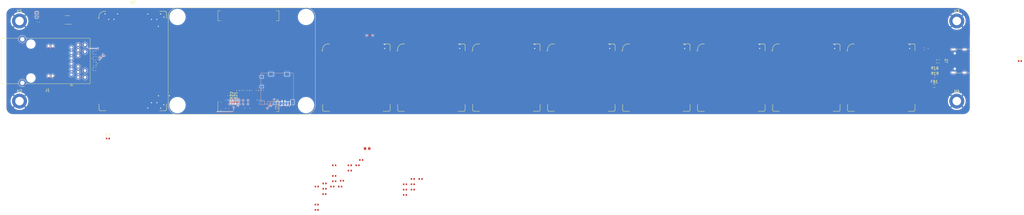
<source format=kicad_pcb>
(kicad_pcb (version 20171130) (host pcbnew "(5.1.10)-1")
  (title_block (title icepool-motherboard) (date 2021-06-07) (rev 2021-02) (company fourside.io))
  (layers (0 F.Cu signal) (31 B.Cu power) (34 B.Paste user) (35 F.Paste user) (36 B.SilkS user) (37 F.SilkS user) (38 B.Mask user) (39 F.Mask user) (44 Edge.Cuts user))
  (net 0 "")
  (net 1 GND)
  (net 2 +3V3)
  (net 3 +5V)
  (net 4 "Net-(FB1-Pad2)")
  (net 5 "Net-(U1-Pad29)")
  (net 6 "Net-(U1-Pad18)")
  (net 7 "Net-(U1-Pad48)")
  (net 8 "Net-(U1-Pad41)")
  (net 9 "Net-(U1-Pad34)")
  (net 10 "Net-(U1-Pad30)")
  (net 11 "Net-(U1-Pad28)")
  (net 12 "Net-(U1-Pad16)")
  (net 13 "Net-(U1-Pad24)")
  (net 14 "Net-(U1-Pad31)")
  (net 15 "Net-(U1-Pad45)")
  (net 16 "Net-(U1-Pad47)")
  (net 17 "Net-(U1-Pad50)")
  (net 18 "Net-(U1-Pad76)")
  (net 19 "Net-(U1-Pad80)")
  (net 20 "Net-(U1-Pad82)")
  (net 21 "Net-(U1-Pad94)")
  (net 22 "Net-(U1-Pad96)")
  (net 23 "Net-(U1-Pad97)")
  (net 24 "Net-(U1-Pad101)")
  (net 25 "Net-(U1-Pad104)")
  (net 26 "Net-(U1-Pad106)")
  (net 27 "Net-(U1-Pad111)")
  (net 28 /~nRPIBOOT)
  (net 29 /USB_VBUS)
  (net 30 "Net-(D1-Pad1)")
  (net 31 "Net-(D2-Pad2)")
  (net 32 "Net-(D2-Pad1)")
  (net 33 "Net-(J2-PadS1)")
  (net 34 /USB_D-)
  (net 35 /USB_D+)
  (net 36 /ETH_TD4-)
  (net 37 /~ETH_LEDR)
  (net 38 Earth)
  (net 39 /ETH_TD3-)
  (net 40 /ETH_CT)
  (net 41 /ETH_TD2-)
  (net 42 /ETH_TD1-)
  (net 43 /ETH_TD4+)
  (net 44 /ETH_TD3+)
  (net 45 /ETH_TD2+)
  (net 46 /ETH_TD1+)
  (net 47 /~ETH_LEDL)
  (net 48 /CM4_EN)
  (net 49 /RUN_PG)
  (net 50 /~nEXTRST)
  (net 51 /WL_EN)
  (net 52 /BT_EN)
  (net 53 /EEPROM_WE)
  (net 54 /~LED_ACT)
  (net 55 /FPGA_~READY~)
  (net 56 /Nodes/~READY_1)
  (net 57 /Nodes/SDO1_0)
  (net 58 /Nodes/~READY_5)
  (net 59 /Nodes/SDO1_4)
  (net 60 /Nodes/~READY_2)
  (net 61 /Nodes/SDO1_1)
  (net 62 /Nodes/~READY_6)
  (net 63 /Nodes/SDO1_5)
  (net 64 /Nodes/~READY_3)
  (net 65 /Nodes/SDO1_2)
  (net 66 /Nodes/~READY_7)
  (net 67 /Nodes/SDO1_6)
  (net 68 /CIPO1)
  (net 69 /Nodes/SCK0)
  (net 70 /Nodes/COPI0)
  (net 71 /Nodes/~CS0)
  (net 72 /Nodes/SCK1)
  (net 73 /Nodes/~CS1)
  (net 74 /Nodes/~RESET)
  (net 75 /Nodes/CRESET_B)
  (net 76 /Nodes/CRESETB)
  (net 77 /FPGA_CRESETB)
  (net 78 /COPI0)
  (net 79 /~CS0)
  (net 80 /SCK0)
  (net 81 /Nodes/COPI1)
  (net 82 /~CS1)
  (net 83 /SCK1)
  (net 84 /COPI1)
  (net 85 /FPGA_~RESET~)
  (net 86 /CIPO0)
  (net 87 /FPGA_CDONE)
  (net 88 /THERM_1W)
  (net 89 /~PI_LED_nPWR)
  (net 90 "Net-(U4-Pad1)")
  (net 91 "Net-(J6-Pad36)")
  (net 92 "Net-(J6-Pad32)")
  (net 93 "Net-(J6-Pad35)")
  (net 94 "Net-(J7-Pad36)")
  (net 95 "Net-(J7-Pad32)")
  (net 96 "Net-(J7-Pad35)")
  (net 97 /Nodes/SDO1_3)
  (net 98 /Nodes/~READY_4)
  (net 99 "Net-(J8-Pad36)")
  (net 100 "Net-(J8-Pad32)")
  (net 101 "Net-(J8-Pad35)")
  (net 102 "Net-(J9-Pad36)")
  (net 103 "Net-(J9-Pad32)")
  (net 104 "Net-(J9-Pad35)")
  (net 105 "Net-(J10-Pad36)")
  (net 106 "Net-(J10-Pad32)")
  (net 107 "Net-(J10-Pad35)")
  (net 108 "Net-(J11-Pad36)")
  (net 109 "Net-(J11-Pad32)")
  (net 110 "Net-(J11-Pad35)")
  (net 111 "Net-(J12-Pad36)")
  (net 112 "Net-(J12-Pad32)")
  (net 113 "Net-(J12-Pad35)")
  (net 114 "Net-(J13-Pad36)")
  (net 115 "Net-(J13-Pad32)")
  (net 116 "Net-(J13-Pad35)")
  (net 117 "Net-(J6-Pad24)")
  (net 118 "Net-(U1-Pad51)")
  (net 119 "Net-(U1-Pad55)")
  (net 120 +1V8)
  (net 121 /I2C_SCL)
  (net 122 /I2C_SDA)
  (net 123 "Net-(J6-Pad22)")
  (net 124 "Net-(J7-Pad22)")
  (net 125 "Net-(J7-Pad23)")
  (net 126 "Net-(J7-Pad24)")
  (net 127 "Net-(J8-Pad22)")
  (net 128 "Net-(J9-Pad22)")
  (net 129 "Net-(J9-Pad23)")
  (net 130 "Net-(J9-Pad24)")
  (net 131 "Net-(J10-Pad22)")
  (net 132 "Net-(J11-Pad22)")
  (net 133 "Net-(J11-Pad23)")
  (net 134 "Net-(J11-Pad24)")
  (net 135 "Net-(J8-Pad24)")
  (net 136 "Net-(J10-Pad24)")
  (net 137 "Net-(J12-Pad22)")
  (net 138 "Net-(J12-Pad23)")
  (net 139 "Net-(J12-Pad24)")
  (net 140 "Net-(J13-Pad22)")
  (net 141 "Net-(J13-Pad23)")
  (net 142 "Net-(J13-Pad24)")
  (net 143 "Net-(J13-Pad26)")
  (net 144 "Net-(J1-Pad18)")
  (net 145 "Net-(J1-Pad20)")
  (net 146 /PoE_TAP2)
  (net 147 /PoE_TAP3)
  (net 148 /PoE_TAP1)
  (net 149 /PoE_TAP4)
  (net 150 /ETH_LEDL)
  (net 151 "Net-(J3-Pad9)")
  (net 152 /SD_DAT0)
  (net 153 /SD_CLK)
  (net 154 /SD_CMD)
  (net 155 /SD_DAT3)
  (net 156 /SD_DAT1)
  (net 157 /SD_DAT2)
  (net 158 "Net-(U1-Pad64)")
  (net 159 "Net-(U1-Pad68)")
  (net 160 "Net-(U1-Pad70)")
  (net 161 "Net-(U1-Pad72)")
  (net 162 "Net-(U1-Pad73)")
  (net 163 /SD_PON)
  (net 164 "Net-(J2-PadB5)")
  (net 165 "Net-(J2-PadA8)")
  (net 166 "Net-(J2-PadA5)")
  (net 167 "Net-(J2-PadB8)")
  (net 168 "Net-(U2-PadVAUX)")
  (net 169 "Net-(J6-Pad7)")
  (net 170 "Net-(J6-Pad8)")
  (net 171 "Net-(J6-Pad9)")
  (net 172 "Net-(J6-Pad10)")
  (net 173 "Net-(J6-Pad11)")
  (net 174 "Net-(J6-Pad12)")
  (net 175 "Net-(J6-Pad13)")
  (net 176 "Net-(J6-Pad14)")
  (net 177 "Net-(J6-Pad15)")
  (net 178 "Net-(J6-Pad16)")
  (net 179 "Net-(J6-Pad17)")
  (net 180 "Net-(J6-Pad18)")
  (net 181 "Net-(J6-Pad19)")
  (net 182 "Net-(J6-Pad20)")
  (net 183 "Net-(J6-Pad21)")
  (net 184 "Net-(J6-Pad34)")
  (net 185 "Net-(J7-Pad7)")
  (net 186 "Net-(J7-Pad8)")
  (net 187 "Net-(J7-Pad9)")
  (net 188 "Net-(J7-Pad10)")
  (net 189 "Net-(J7-Pad11)")
  (net 190 "Net-(J7-Pad12)")
  (net 191 "Net-(J7-Pad13)")
  (net 192 "Net-(J7-Pad14)")
  (net 193 "Net-(J7-Pad15)")
  (net 194 "Net-(J7-Pad16)")
  (net 195 "Net-(J7-Pad17)")
  (net 196 "Net-(J7-Pad18)")
  (net 197 "Net-(J7-Pad19)")
  (net 198 "Net-(J7-Pad20)")
  (net 199 "Net-(J7-Pad21)")
  (net 200 "Net-(J7-Pad34)")
  (net 201 "Net-(J8-Pad7)")
  (net 202 "Net-(J8-Pad8)")
  (net 203 "Net-(J8-Pad9)")
  (net 204 "Net-(J8-Pad10)")
  (net 205 "Net-(J8-Pad11)")
  (net 206 "Net-(J8-Pad12)")
  (net 207 "Net-(J8-Pad13)")
  (net 208 "Net-(J8-Pad14)")
  (net 209 "Net-(J8-Pad15)")
  (net 210 "Net-(J8-Pad16)")
  (net 211 "Net-(J8-Pad17)")
  (net 212 "Net-(J8-Pad18)")
  (net 213 "Net-(J8-Pad19)")
  (net 214 "Net-(J8-Pad20)")
  (net 215 "Net-(J8-Pad21)")
  (net 216 "Net-(J8-Pad34)")
  (net 217 "Net-(J9-Pad7)")
  (net 218 "Net-(J9-Pad8)")
  (net 219 "Net-(J9-Pad9)")
  (net 220 "Net-(J9-Pad10)")
  (net 221 "Net-(J9-Pad11)")
  (net 222 "Net-(J9-Pad12)")
  (net 223 "Net-(J9-Pad13)")
  (net 224 "Net-(J9-Pad14)")
  (net 225 "Net-(J9-Pad15)")
  (net 226 "Net-(J9-Pad16)")
  (net 227 "Net-(J9-Pad17)")
  (net 228 "Net-(J9-Pad18)")
  (net 229 "Net-(J9-Pad19)")
  (net 230 "Net-(J9-Pad20)")
  (net 231 "Net-(J9-Pad21)")
  (net 232 "Net-(J9-Pad34)")
  (net 233 "Net-(J10-Pad7)")
  (net 234 "Net-(J10-Pad8)")
  (net 235 "Net-(J10-Pad9)")
  (net 236 "Net-(J10-Pad10)")
  (net 237 "Net-(J10-Pad11)")
  (net 238 "Net-(J10-Pad12)")
  (net 239 "Net-(J10-Pad13)")
  (net 240 "Net-(J10-Pad14)")
  (net 241 "Net-(J10-Pad15)")
  (net 242 "Net-(J10-Pad16)")
  (net 243 "Net-(J10-Pad17)")
  (net 244 "Net-(J10-Pad18)")
  (net 245 "Net-(J10-Pad19)")
  (net 246 "Net-(J10-Pad20)")
  (net 247 "Net-(J10-Pad21)")
  (net 248 "Net-(J10-Pad34)")
  (net 249 "Net-(J11-Pad7)")
  (net 250 "Net-(J11-Pad8)")
  (net 251 "Net-(J11-Pad9)")
  (net 252 "Net-(J11-Pad10)")
  (net 253 "Net-(J11-Pad11)")
  (net 254 "Net-(J11-Pad12)")
  (net 255 "Net-(J11-Pad13)")
  (net 256 "Net-(J11-Pad14)")
  (net 257 "Net-(J11-Pad15)")
  (net 258 "Net-(J11-Pad16)")
  (net 259 "Net-(J11-Pad17)")
  (net 260 "Net-(J11-Pad18)")
  (net 261 "Net-(J11-Pad19)")
  (net 262 "Net-(J11-Pad20)")
  (net 263 "Net-(J11-Pad21)")
  (net 264 "Net-(J11-Pad34)")
  (net 265 "Net-(J12-Pad7)")
  (net 266 "Net-(J12-Pad8)")
  (net 267 "Net-(J12-Pad9)")
  (net 268 "Net-(J12-Pad10)")
  (net 269 "Net-(J12-Pad11)")
  (net 270 "Net-(J12-Pad12)")
  (net 271 "Net-(J12-Pad13)")
  (net 272 "Net-(J12-Pad14)")
  (net 273 "Net-(J12-Pad15)")
  (net 274 "Net-(J12-Pad16)")
  (net 275 "Net-(J12-Pad17)")
  (net 276 "Net-(J12-Pad18)")
  (net 277 "Net-(J12-Pad19)")
  (net 278 "Net-(J12-Pad20)")
  (net 279 "Net-(J12-Pad21)")
  (net 280 "Net-(J12-Pad34)")
  (net 281 "Net-(J13-Pad7)")
  (net 282 "Net-(J13-Pad8)")
  (net 283 "Net-(J13-Pad9)")
  (net 284 "Net-(J13-Pad10)")
  (net 285 "Net-(J13-Pad11)")
  (net 286 "Net-(J13-Pad12)")
  (net 287 "Net-(J13-Pad13)")
  (net 288 "Net-(J13-Pad14)")
  (net 289 "Net-(J13-Pad15)")
  (net 290 "Net-(J13-Pad16)")
  (net 291 "Net-(J13-Pad17)")
  (net 292 "Net-(J13-Pad18)")
  (net 293 "Net-(J13-Pad19)")
  (net 294 "Net-(J13-Pad20)")
  (net 295 "Net-(J13-Pad21)")
  (net 296 /Nodes/CIPO1)
  (net 297 "Net-(J13-Pad34)")
  (net 298 "Net-(J6-Pad23)")
  (net 299 "Net-(J8-Pad23)")
  (net 300 "Net-(J10-Pad23)")
  (module jkiv-library:stamp-10x10-P2.0mm_SMD (layer F.Cu) (at 349.8 65.2)
    (fp_text reference J13 hide)
    (fp_text value Node7)
    (pad 1 smd roundrect (at -11.65 -9) (size 2.8 1.5) (layers F.Cu F.Paste F.Mask) (roundrect_rratio 0.05) (net 71 /Nodes/~CS0))
    (pad 2 smd roundrect (at -11.65 -7) (size 2.8 1.5) (layers F.Cu F.Paste F.Mask) (roundrect_rratio 0.2) (net 74 /Nodes/~RESET))
    (pad 3 smd roundrect (at -11.65 -5) (size 2.8 1.5) (layers F.Cu F.Paste F.Mask) (roundrect_rratio 0.2) (net 73 /Nodes/~CS1))
    (pad 4 smd roundrect (at -11.65 -3) (size 2.8 1.5) (layers F.Cu F.Paste F.Mask) (roundrect_rratio 0.2) (net 72 /Nodes/SCK1))
    (pad 5 smd roundrect (at -11.65 -1) (size 2.8 1.5) (layers F.Cu F.Paste F.Mask) (roundrect_rratio 0.2) (net 67 /Nodes/SDO1_6))
    (pad 6 smd roundrect (at -11.65 1) (size 2.8 1.5) (layers F.Cu F.Paste F.Mask) (roundrect_rratio 0.2) (net 66 /Nodes/~READY_7))
    (pad 7 smd roundrect (at -11.65 3) (size 2.8 1.5) (layers F.Cu F.Paste F.Mask) (roundrect_rratio 0.2) (net 281 "Net-(J13-Pad7)"))
    (pad 8 smd roundrect (at -11.65 5) (size 2.8 1.5) (layers F.Cu F.Paste F.Mask) (roundrect_rratio 0.2) (net 282 "Net-(J13-Pad8)"))
    (pad 9 smd roundrect (at -11.65 7) (size 2.8 1.5) (layers F.Cu F.Paste F.Mask) (roundrect_rratio 0.2) (net 283 "Net-(J13-Pad9)"))
    (pad 10 smd roundrect (at -11.65 9) (size 2.8 1.5) (layers F.Cu F.Paste F.Mask) (roundrect_rratio 0.2) (net 284 "Net-(J13-Pad10)"))
    (pad 11 smd roundrect (at -9 11.65 270) (size 2.8 1.5) (layers F.Cu F.Paste F.Mask) (roundrect_rratio 0.2) (net 285 "Net-(J13-Pad11)"))
    (pad 12 smd roundrect (at -7 11.65 270) (size 2.8 1.5) (layers F.Cu F.Paste F.Mask) (roundrect_rratio 0.2) (net 286 "Net-(J13-Pad12)"))
    (pad 13 smd roundrect (at -5 11.65 270) (size 2.8 1.5) (layers F.Cu F.Paste F.Mask) (roundrect_rratio 0.2) (net 287 "Net-(J13-Pad13)"))
    (pad 14 smd roundrect (at -3 11.65 270) (size 2.8 1.5) (layers F.Cu F.Paste F.Mask) (roundrect_rratio 0.2) (net 288 "Net-(J13-Pad14)"))
    (pad 15 smd roundrect (at -1 11.65 270) (size 2.8 1.5) (layers F.Cu F.Paste F.Mask) (roundrect_rratio 0.2) (net 289 "Net-(J13-Pad15)"))
    (pad 16 smd roundrect (at 1 11.65 270) (size 2.8 1.5) (layers F.Cu F.Paste F.Mask) (roundrect_rratio 0.2) (net 290 "Net-(J13-Pad16)"))
    (pad 17 smd roundrect (at 3 11.65 270) (size 2.8 1.5) (layers F.Cu F.Paste F.Mask) (roundrect_rratio 0.2) (net 291 "Net-(J13-Pad17)"))
    (pad 18 smd roundrect (at 5 11.65 270) (size 2.8 1.5) (layers F.Cu F.Paste F.Mask) (roundrect_rratio 0.2) (net 292 "Net-(J13-Pad18)"))
    (pad 19 smd roundrect (at 7 11.65 270) (size 2.8 1.5) (layers F.Cu F.Paste F.Mask) (roundrect_rratio 0.2) (net 293 "Net-(J13-Pad19)"))
    (pad 20 smd roundrect (at 9 11.65 270) (size 2.8 1.5) (layers F.Cu F.Paste F.Mask) (roundrect_rratio 0.2) (net 294 "Net-(J13-Pad20)"))
    (pad 21 smd roundrect (at 11.65 9) (size 2.8 1.5) (layers F.Cu F.Paste F.Mask) (roundrect_rratio 0.2) (net 295 "Net-(J13-Pad21)"))
    (pad 22 smd roundrect (at 11.65 7) (size 2.8 1.5) (layers F.Cu F.Paste F.Mask) (roundrect_rratio 0.2) (net 140 "Net-(J13-Pad22)"))
    (pad 23 smd roundrect (at 11.65 5) (size 2.8 1.5) (layers F.Cu F.Paste F.Mask) (roundrect_rratio 0.2) (net 141 "Net-(J13-Pad23)"))
    (pad 24 smd roundrect (at 11.65 3) (size 2.8 1.5) (layers F.Cu F.Paste F.Mask) (roundrect_rratio 0.2) (net 142 "Net-(J13-Pad24)"))
    (pad 25 smd roundrect (at 11.65 1) (size 2.8 1.5) (layers F.Cu F.Paste F.Mask) (roundrect_rratio 0.2) (net 296 /Nodes/CIPO1))
    (pad 26 smd roundrect (at 11.65 -1) (size 2.8 1.5) (layers F.Cu F.Paste F.Mask) (roundrect_rratio 0.2) (net 143 "Net-(J13-Pad26)"))
    (pad 31 smd roundrect (at 9 -11.65 270) (size 2.8 1.5) (layers F.Cu F.Paste F.Mask) (roundrect_rratio 0.2) (net 1 GND))
    (pad 32 smd roundrect (at 7 -11.65 270) (size 2.8 1.5) (layers F.Cu F.Paste F.Mask) (roundrect_rratio 0.2) (net 115 "Net-(J13-Pad32)"))
    (pad 33 smd roundrect (at 5 -11.65 270) (size 2.8 1.5) (layers F.Cu F.Paste F.Mask) (roundrect_rratio 0.2) (net 3 +5V))
    (pad 34 smd roundrect (at 3 -11.65 270) (size 2.8 1.5) (layers F.Cu F.Paste F.Mask) (roundrect_rratio 0.2) (net 297 "Net-(J13-Pad34)"))
    (pad 35 smd roundrect (at 1 -11.65 270) (size 2.8 1.5) (layers F.Cu F.Paste F.Mask) (roundrect_rratio 0.2) (net 116 "Net-(J13-Pad35)"))
    (pad 36 smd roundrect (at -1 -11.65 270) (size 2.8 1.5) (layers F.Cu F.Paste F.Mask) (roundrect_rratio 0.2) (net 114 "Net-(J13-Pad36)"))
    (pad 37 smd roundrect (at -3 -11.65 270) (size 2.8 1.5) (layers F.Cu F.Paste F.Mask) (roundrect_rratio 0.2) (net 76 /Nodes/CRESETB))
    (pad 38 smd roundrect (at -5 -11.65 270) (size 2.8 1.5) (layers F.Cu F.Paste F.Mask) (roundrect_rratio 0.2) (net 69 /Nodes/SCK0))
    (pad 39 smd roundrect (at -7 -11.65 270) (size 2.8 1.5) (layers F.Cu F.Paste F.Mask) (roundrect_rratio 0.2) (net 70 /Nodes/COPI0))
    (pad 40 smd roundrect (at -9 -11.65 270) (size 2.8 1.5) (layers F.Cu F.Paste F.Mask) (roundrect_rratio 0.2) (net 87 /FPGA_CDONE))
  )
  (module jkiv-library:stamp-10x10-P2.0mm_SMD (layer F.Cu) (at 321.8 65.2)
    (fp_text reference J11 hide)
    (fp_text value Node6)
    (pad 1 smd roundrect (at -11.65 -9) (size 2.8 1.5) (layers F.Cu F.Paste F.Mask) (roundrect_rratio 0.05) (net 71 /Nodes/~CS0))
    (pad 2 smd roundrect (at -11.65 -7) (size 2.8 1.5) (layers F.Cu F.Paste F.Mask) (roundrect_rratio 0.2) (net 74 /Nodes/~RESET))
    (pad 3 smd roundrect (at -11.65 -5) (size 2.8 1.5) (layers F.Cu F.Paste F.Mask) (roundrect_rratio 0.2) (net 73 /Nodes/~CS1))
    (pad 4 smd roundrect (at -11.65 -3) (size 2.8 1.5) (layers F.Cu F.Paste F.Mask) (roundrect_rratio 0.2) (net 72 /Nodes/SCK1))
    (pad 5 smd roundrect (at -11.65 -1) (size 2.8 1.5) (layers F.Cu F.Paste F.Mask) (roundrect_rratio 0.2) (net 63 /Nodes/SDO1_5))
    (pad 6 smd roundrect (at -11.65 1) (size 2.8 1.5) (layers F.Cu F.Paste F.Mask) (roundrect_rratio 0.2) (net 62 /Nodes/~READY_6))
    (pad 7 smd roundrect (at -11.65 3) (size 2.8 1.5) (layers F.Cu F.Paste F.Mask) (roundrect_rratio 0.2) (net 249 "Net-(J11-Pad7)"))
    (pad 8 smd roundrect (at -11.65 5) (size 2.8 1.5) (layers F.Cu F.Paste F.Mask) (roundrect_rratio 0.2) (net 250 "Net-(J11-Pad8)"))
    (pad 9 smd roundrect (at -11.65 7) (size 2.8 1.5) (layers F.Cu F.Paste F.Mask) (roundrect_rratio 0.2) (net 251 "Net-(J11-Pad9)"))
    (pad 10 smd roundrect (at -11.65 9) (size 2.8 1.5) (layers F.Cu F.Paste F.Mask) (roundrect_rratio 0.2) (net 252 "Net-(J11-Pad10)"))
    (pad 11 smd roundrect (at -9 11.65 270) (size 2.8 1.5) (layers F.Cu F.Paste F.Mask) (roundrect_rratio 0.2) (net 253 "Net-(J11-Pad11)"))
    (pad 12 smd roundrect (at -7 11.65 270) (size 2.8 1.5) (layers F.Cu F.Paste F.Mask) (roundrect_rratio 0.2) (net 254 "Net-(J11-Pad12)"))
    (pad 13 smd roundrect (at -5 11.65 270) (size 2.8 1.5) (layers F.Cu F.Paste F.Mask) (roundrect_rratio 0.2) (net 255 "Net-(J11-Pad13)"))
    (pad 14 smd roundrect (at -3 11.65 270) (size 2.8 1.5) (layers F.Cu F.Paste F.Mask) (roundrect_rratio 0.2) (net 256 "Net-(J11-Pad14)"))
    (pad 15 smd roundrect (at -1 11.65 270) (size 2.8 1.5) (layers F.Cu F.Paste F.Mask) (roundrect_rratio 0.2) (net 257 "Net-(J11-Pad15)"))
    (pad 16 smd roundrect (at 1 11.65 270) (size 2.8 1.5) (layers F.Cu F.Paste F.Mask) (roundrect_rratio 0.2) (net 258 "Net-(J11-Pad16)"))
    (pad 17 smd roundrect (at 3 11.65 270) (size 2.8 1.5) (layers F.Cu F.Paste F.Mask) (roundrect_rratio 0.2) (net 259 "Net-(J11-Pad17)"))
    (pad 18 smd roundrect (at 5 11.65 270) (size 2.8 1.5) (layers F.Cu F.Paste F.Mask) (roundrect_rratio 0.2) (net 260 "Net-(J11-Pad18)"))
    (pad 19 smd roundrect (at 7 11.65 270) (size 2.8 1.5) (layers F.Cu F.Paste F.Mask) (roundrect_rratio 0.2) (net 261 "Net-(J11-Pad19)"))
    (pad 20 smd roundrect (at 9 11.65 270) (size 2.8 1.5) (layers F.Cu F.Paste F.Mask) (roundrect_rratio 0.2) (net 262 "Net-(J11-Pad20)"))
    (pad 21 smd roundrect (at 11.65 9) (size 2.8 1.5) (layers F.Cu F.Paste F.Mask) (roundrect_rratio 0.2) (net 263 "Net-(J11-Pad21)"))
    (pad 22 smd roundrect (at 11.65 7) (size 2.8 1.5) (layers F.Cu F.Paste F.Mask) (roundrect_rratio 0.2) (net 132 "Net-(J11-Pad22)"))
    (pad 23 smd roundrect (at 11.65 5) (size 2.8 1.5) (layers F.Cu F.Paste F.Mask) (roundrect_rratio 0.2) (net 133 "Net-(J11-Pad23)"))
    (pad 24 smd roundrect (at 11.65 3) (size 2.8 1.5) (layers F.Cu F.Paste F.Mask) (roundrect_rratio 0.2) (net 134 "Net-(J11-Pad24)"))
    (pad 25 smd roundrect (at 11.65 1) (size 2.8 1.5) (layers F.Cu F.Paste F.Mask) (roundrect_rratio 0.2) (net 66 /Nodes/~READY_7))
    (pad 26 smd roundrect (at 11.65 -1) (size 2.8 1.5) (layers F.Cu F.Paste F.Mask) (roundrect_rratio 0.2) (net 67 /Nodes/SDO1_6))
    (pad 31 smd roundrect (at 9 -11.65 270) (size 2.8 1.5) (layers F.Cu F.Paste F.Mask) (roundrect_rratio 0.2) (net 1 GND))
    (pad 32 smd roundrect (at 7 -11.65 270) (size 2.8 1.5) (layers F.Cu F.Paste F.Mask) (roundrect_rratio 0.2) (net 109 "Net-(J11-Pad32)"))
    (pad 33 smd roundrect (at 5 -11.65 270) (size 2.8 1.5) (layers F.Cu F.Paste F.Mask) (roundrect_rratio 0.2) (net 3 +5V))
    (pad 34 smd roundrect (at 3 -11.65 270) (size 2.8 1.5) (layers F.Cu F.Paste F.Mask) (roundrect_rratio 0.2) (net 264 "Net-(J11-Pad34)"))
    (pad 35 smd roundrect (at 1 -11.65 270) (size 2.8 1.5) (layers F.Cu F.Paste F.Mask) (roundrect_rratio 0.2) (net 110 "Net-(J11-Pad35)"))
    (pad 36 smd roundrect (at -1 -11.65 270) (size 2.8 1.5) (layers F.Cu F.Paste F.Mask) (roundrect_rratio 0.2) (net 108 "Net-(J11-Pad36)"))
    (pad 37 smd roundrect (at -3 -11.65 270) (size 2.8 1.5) (layers F.Cu F.Paste F.Mask) (roundrect_rratio 0.2) (net 76 /Nodes/CRESETB))
    (pad 38 smd roundrect (at -5 -11.65 270) (size 2.8 1.5) (layers F.Cu F.Paste F.Mask) (roundrect_rratio 0.2) (net 69 /Nodes/SCK0))
    (pad 39 smd roundrect (at -7 -11.65 270) (size 2.8 1.5) (layers F.Cu F.Paste F.Mask) (roundrect_rratio 0.2) (net 70 /Nodes/COPI0))
    (pad 40 smd roundrect (at -9 -11.65 270) (size 2.8 1.5) (layers F.Cu F.Paste F.Mask) (roundrect_rratio 0.2) (net 87 /FPGA_CDONE))
  )
  (module jkiv-library:stamp-10x10-P2.0mm_SMD (layer F.Cu) (at 293.8 65.2)
    (fp_text reference J9 hide)
    (fp_text value Node5)
    (pad 1 smd roundrect (at -11.65 -9) (size 2.8 1.5) (layers F.Cu F.Paste F.Mask) (roundrect_rratio 0.05) (net 71 /Nodes/~CS0))
    (pad 2 smd roundrect (at -11.65 -7) (size 2.8 1.5) (layers F.Cu F.Paste F.Mask) (roundrect_rratio 0.2) (net 74 /Nodes/~RESET))
    (pad 3 smd roundrect (at -11.65 -5) (size 2.8 1.5) (layers F.Cu F.Paste F.Mask) (roundrect_rratio 0.2) (net 73 /Nodes/~CS1))
    (pad 4 smd roundrect (at -11.65 -3) (size 2.8 1.5) (layers F.Cu F.Paste F.Mask) (roundrect_rratio 0.2) (net 72 /Nodes/SCK1))
    (pad 5 smd roundrect (at -11.65 -1) (size 2.8 1.5) (layers F.Cu F.Paste F.Mask) (roundrect_rratio 0.2) (net 59 /Nodes/SDO1_4))
    (pad 6 smd roundrect (at -11.65 1) (size 2.8 1.5) (layers F.Cu F.Paste F.Mask) (roundrect_rratio 0.2) (net 58 /Nodes/~READY_5))
    (pad 7 smd roundrect (at -11.65 3) (size 2.8 1.5) (layers F.Cu F.Paste F.Mask) (roundrect_rratio 0.2) (net 217 "Net-(J9-Pad7)"))
    (pad 8 smd roundrect (at -11.65 5) (size 2.8 1.5) (layers F.Cu F.Paste F.Mask) (roundrect_rratio 0.2) (net 218 "Net-(J9-Pad8)"))
    (pad 9 smd roundrect (at -11.65 7) (size 2.8 1.5) (layers F.Cu F.Paste F.Mask) (roundrect_rratio 0.2) (net 219 "Net-(J9-Pad9)"))
    (pad 10 smd roundrect (at -11.65 9) (size 2.8 1.5) (layers F.Cu F.Paste F.Mask) (roundrect_rratio 0.2) (net 220 "Net-(J9-Pad10)"))
    (pad 11 smd roundrect (at -9 11.65 270) (size 2.8 1.5) (layers F.Cu F.Paste F.Mask) (roundrect_rratio 0.2) (net 221 "Net-(J9-Pad11)"))
    (pad 12 smd roundrect (at -7 11.65 270) (size 2.8 1.5) (layers F.Cu F.Paste F.Mask) (roundrect_rratio 0.2) (net 222 "Net-(J9-Pad12)"))
    (pad 13 smd roundrect (at -5 11.65 270) (size 2.8 1.5) (layers F.Cu F.Paste F.Mask) (roundrect_rratio 0.2) (net 223 "Net-(J9-Pad13)"))
    (pad 14 smd roundrect (at -3 11.65 270) (size 2.8 1.5) (layers F.Cu F.Paste F.Mask) (roundrect_rratio 0.2) (net 224 "Net-(J9-Pad14)"))
    (pad 15 smd roundrect (at -1 11.65 270) (size 2.8 1.5) (layers F.Cu F.Paste F.Mask) (roundrect_rratio 0.2) (net 225 "Net-(J9-Pad15)"))
    (pad 16 smd roundrect (at 1 11.65 270) (size 2.8 1.5) (layers F.Cu F.Paste F.Mask) (roundrect_rratio 0.2) (net 226 "Net-(J9-Pad16)"))
    (pad 17 smd roundrect (at 3 11.65 270) (size 2.8 1.5) (layers F.Cu F.Paste F.Mask) (roundrect_rratio 0.2) (net 227 "Net-(J9-Pad17)"))
    (pad 18 smd roundrect (at 5 11.65 270) (size 2.8 1.5) (layers F.Cu F.Paste F.Mask) (roundrect_rratio 0.2) (net 228 "Net-(J9-Pad18)"))
    (pad 19 smd roundrect (at 7 11.65 270) (size 2.8 1.5) (layers F.Cu F.Paste F.Mask) (roundrect_rratio 0.2) (net 229 "Net-(J9-Pad19)"))
    (pad 20 smd roundrect (at 9 11.65 270) (size 2.8 1.5) (layers F.Cu F.Paste F.Mask) (roundrect_rratio 0.2) (net 230 "Net-(J9-Pad20)"))
    (pad 21 smd roundrect (at 11.65 9) (size 2.8 1.5) (layers F.Cu F.Paste F.Mask) (roundrect_rratio 0.2) (net 231 "Net-(J9-Pad21)"))
    (pad 22 smd roundrect (at 11.65 7) (size 2.8 1.5) (layers F.Cu F.Paste F.Mask) (roundrect_rratio 0.2) (net 128 "Net-(J9-Pad22)"))
    (pad 23 smd roundrect (at 11.65 5) (size 2.8 1.5) (layers F.Cu F.Paste F.Mask) (roundrect_rratio 0.2) (net 129 "Net-(J9-Pad23)"))
    (pad 24 smd roundrect (at 11.65 3) (size 2.8 1.5) (layers F.Cu F.Paste F.Mask) (roundrect_rratio 0.2) (net 130 "Net-(J9-Pad24)"))
    (pad 25 smd roundrect (at 11.65 1) (size 2.8 1.5) (layers F.Cu F.Paste F.Mask) (roundrect_rratio 0.2) (net 62 /Nodes/~READY_6))
    (pad 26 smd roundrect (at 11.65 -1) (size 2.8 1.5) (layers F.Cu F.Paste F.Mask) (roundrect_rratio 0.2) (net 63 /Nodes/SDO1_5))
    (pad 31 smd roundrect (at 9 -11.65 270) (size 2.8 1.5) (layers F.Cu F.Paste F.Mask) (roundrect_rratio 0.2) (net 1 GND))
    (pad 32 smd roundrect (at 7 -11.65 270) (size 2.8 1.5) (layers F.Cu F.Paste F.Mask) (roundrect_rratio 0.2) (net 103 "Net-(J9-Pad32)"))
    (pad 33 smd roundrect (at 5 -11.65 270) (size 2.8 1.5) (layers F.Cu F.Paste F.Mask) (roundrect_rratio 0.2) (net 3 +5V))
    (pad 34 smd roundrect (at 3 -11.65 270) (size 2.8 1.5) (layers F.Cu F.Paste F.Mask) (roundrect_rratio 0.2) (net 232 "Net-(J9-Pad34)"))
    (pad 35 smd roundrect (at 1 -11.65 270) (size 2.8 1.5) (layers F.Cu F.Paste F.Mask) (roundrect_rratio 0.2) (net 104 "Net-(J9-Pad35)"))
    (pad 36 smd roundrect (at -1 -11.65 270) (size 2.8 1.5) (layers F.Cu F.Paste F.Mask) (roundrect_rratio 0.2) (net 102 "Net-(J9-Pad36)"))
    (pad 37 smd roundrect (at -3 -11.65 270) (size 2.8 1.5) (layers F.Cu F.Paste F.Mask) (roundrect_rratio 0.2) (net 76 /Nodes/CRESETB))
    (pad 38 smd roundrect (at -5 -11.65 270) (size 2.8 1.5) (layers F.Cu F.Paste F.Mask) (roundrect_rratio 0.2) (net 69 /Nodes/SCK0))
    (pad 39 smd roundrect (at -7 -11.65 270) (size 2.8 1.5) (layers F.Cu F.Paste F.Mask) (roundrect_rratio 0.2) (net 70 /Nodes/COPI0))
    (pad 40 smd roundrect (at -9 -11.65 270) (size 2.8 1.5) (layers F.Cu F.Paste F.Mask) (roundrect_rratio 0.2) (net 87 /FPGA_CDONE))
  )
  (module jkiv-library:stamp-10x10-P2.0mm_SMD (layer F.Cu) (at 265.8 65.2)
    (fp_text reference J7 hide)
    (fp_text value Node4)
    (pad 1 smd roundrect (at -11.65 -9) (size 2.8 1.5) (layers F.Cu F.Paste F.Mask) (roundrect_rratio 0.05) (net 71 /Nodes/~CS0))
    (pad 2 smd roundrect (at -11.65 -7) (size 2.8 1.5) (layers F.Cu F.Paste F.Mask) (roundrect_rratio 0.2) (net 74 /Nodes/~RESET))
    (pad 3 smd roundrect (at -11.65 -5) (size 2.8 1.5) (layers F.Cu F.Paste F.Mask) (roundrect_rratio 0.2) (net 73 /Nodes/~CS1))
    (pad 4 smd roundrect (at -11.65 -3) (size 2.8 1.5) (layers F.Cu F.Paste F.Mask) (roundrect_rratio 0.2) (net 72 /Nodes/SCK1))
    (pad 5 smd roundrect (at -11.65 -1) (size 2.8 1.5) (layers F.Cu F.Paste F.Mask) (roundrect_rratio 0.2) (net 98 /Nodes/~READY_4))
    (pad 6 smd roundrect (at -11.65 1) (size 2.8 1.5) (layers F.Cu F.Paste F.Mask) (roundrect_rratio 0.2) (net 97 /Nodes/SDO1_3))
    (pad 7 smd roundrect (at -11.65 3) (size 2.8 1.5) (layers F.Cu F.Paste F.Mask) (roundrect_rratio 0.2) (net 185 "Net-(J7-Pad7)"))
    (pad 8 smd roundrect (at -11.65 5) (size 2.8 1.5) (layers F.Cu F.Paste F.Mask) (roundrect_rratio 0.2) (net 186 "Net-(J7-Pad8)"))
    (pad 9 smd roundrect (at -11.65 7) (size 2.8 1.5) (layers F.Cu F.Paste F.Mask) (roundrect_rratio 0.2) (net 187 "Net-(J7-Pad9)"))
    (pad 10 smd roundrect (at -11.65 9) (size 2.8 1.5) (layers F.Cu F.Paste F.Mask) (roundrect_rratio 0.2) (net 188 "Net-(J7-Pad10)"))
    (pad 11 smd roundrect (at -9 11.65 270) (size 2.8 1.5) (layers F.Cu F.Paste F.Mask) (roundrect_rratio 0.2) (net 189 "Net-(J7-Pad11)"))
    (pad 12 smd roundrect (at -7 11.65 270) (size 2.8 1.5) (layers F.Cu F.Paste F.Mask) (roundrect_rratio 0.2) (net 190 "Net-(J7-Pad12)"))
    (pad 13 smd roundrect (at -5 11.65 270) (size 2.8 1.5) (layers F.Cu F.Paste F.Mask) (roundrect_rratio 0.2) (net 191 "Net-(J7-Pad13)"))
    (pad 14 smd roundrect (at -3 11.65 270) (size 2.8 1.5) (layers F.Cu F.Paste F.Mask) (roundrect_rratio 0.2) (net 192 "Net-(J7-Pad14)"))
    (pad 15 smd roundrect (at -1 11.65 270) (size 2.8 1.5) (layers F.Cu F.Paste F.Mask) (roundrect_rratio 0.2) (net 193 "Net-(J7-Pad15)"))
    (pad 16 smd roundrect (at 1 11.65 270) (size 2.8 1.5) (layers F.Cu F.Paste F.Mask) (roundrect_rratio 0.2) (net 194 "Net-(J7-Pad16)"))
    (pad 17 smd roundrect (at 3 11.65 270) (size 2.8 1.5) (layers F.Cu F.Paste F.Mask) (roundrect_rratio 0.2) (net 195 "Net-(J7-Pad17)"))
    (pad 18 smd roundrect (at 5 11.65 270) (size 2.8 1.5) (layers F.Cu F.Paste F.Mask) (roundrect_rratio 0.2) (net 196 "Net-(J7-Pad18)"))
    (pad 19 smd roundrect (at 7 11.65 270) (size 2.8 1.5) (layers F.Cu F.Paste F.Mask) (roundrect_rratio 0.2) (net 197 "Net-(J7-Pad19)"))
    (pad 20 smd roundrect (at 9 11.65 270) (size 2.8 1.5) (layers F.Cu F.Paste F.Mask) (roundrect_rratio 0.2) (net 198 "Net-(J7-Pad20)"))
    (pad 21 smd roundrect (at 11.65 9) (size 2.8 1.5) (layers F.Cu F.Paste F.Mask) (roundrect_rratio 0.2) (net 199 "Net-(J7-Pad21)"))
    (pad 22 smd roundrect (at 11.65 7) (size 2.8 1.5) (layers F.Cu F.Paste F.Mask) (roundrect_rratio 0.2) (net 124 "Net-(J7-Pad22)"))
    (pad 23 smd roundrect (at 11.65 5) (size 2.8 1.5) (layers F.Cu F.Paste F.Mask) (roundrect_rratio 0.2) (net 125 "Net-(J7-Pad23)"))
    (pad 24 smd roundrect (at 11.65 3) (size 2.8 1.5) (layers F.Cu F.Paste F.Mask) (roundrect_rratio 0.2) (net 126 "Net-(J7-Pad24)"))
    (pad 25 smd roundrect (at 11.65 1) (size 2.8 1.5) (layers F.Cu F.Paste F.Mask) (roundrect_rratio 0.2) (net 58 /Nodes/~READY_5))
    (pad 26 smd roundrect (at 11.65 -1) (size 2.8 1.5) (layers F.Cu F.Paste F.Mask) (roundrect_rratio 0.2) (net 59 /Nodes/SDO1_4))
    (pad 31 smd roundrect (at 9 -11.65 270) (size 2.8 1.5) (layers F.Cu F.Paste F.Mask) (roundrect_rratio 0.2) (net 1 GND))
    (pad 32 smd roundrect (at 7 -11.65 270) (size 2.8 1.5) (layers F.Cu F.Paste F.Mask) (roundrect_rratio 0.2) (net 95 "Net-(J7-Pad32)"))
    (pad 33 smd roundrect (at 5 -11.65 270) (size 2.8 1.5) (layers F.Cu F.Paste F.Mask) (roundrect_rratio 0.2) (net 3 +5V))
    (pad 34 smd roundrect (at 3 -11.65 270) (size 2.8 1.5) (layers F.Cu F.Paste F.Mask) (roundrect_rratio 0.2) (net 200 "Net-(J7-Pad34)"))
    (pad 35 smd roundrect (at 1 -11.65 270) (size 2.8 1.5) (layers F.Cu F.Paste F.Mask) (roundrect_rratio 0.2) (net 96 "Net-(J7-Pad35)"))
    (pad 36 smd roundrect (at -1 -11.65 270) (size 2.8 1.5) (layers F.Cu F.Paste F.Mask) (roundrect_rratio 0.2) (net 94 "Net-(J7-Pad36)"))
    (pad 37 smd roundrect (at -3 -11.65 270) (size 2.8 1.5) (layers F.Cu F.Paste F.Mask) (roundrect_rratio 0.2) (net 76 /Nodes/CRESETB))
    (pad 38 smd roundrect (at -5 -11.65 270) (size 2.8 1.5) (layers F.Cu F.Paste F.Mask) (roundrect_rratio 0.2) (net 69 /Nodes/SCK0))
    (pad 39 smd roundrect (at -7 -11.65 270) (size 2.8 1.5) (layers F.Cu F.Paste F.Mask) (roundrect_rratio 0.2) (net 70 /Nodes/COPI0))
    (pad 40 smd roundrect (at -9 -11.65 270) (size 2.8 1.5) (layers F.Cu F.Paste F.Mask) (roundrect_rratio 0.2) (net 87 /FPGA_CDONE))
  )
  (module jkiv-library:stamp-10x10-P2.0mm_SMD (layer F.Cu) (at 237.8 65.2)
    (fp_text reference J12 hide)
    (fp_text value Node3)
    (pad 1 smd roundrect (at -11.65 -9) (size 2.8 1.5) (layers F.Cu F.Paste F.Mask) (roundrect_rratio 0.05) (net 71 /Nodes/~CS0))
    (pad 2 smd roundrect (at -11.65 -7) (size 2.8 1.5) (layers F.Cu F.Paste F.Mask) (roundrect_rratio 0.2) (net 74 /Nodes/~RESET))
    (pad 3 smd roundrect (at -11.65 -5) (size 2.8 1.5) (layers F.Cu F.Paste F.Mask) (roundrect_rratio 0.2) (net 73 /Nodes/~CS1))
    (pad 4 smd roundrect (at -11.65 -3) (size 2.8 1.5) (layers F.Cu F.Paste F.Mask) (roundrect_rratio 0.2) (net 72 /Nodes/SCK1))
    (pad 5 smd roundrect (at -11.65 -1) (size 2.8 1.5) (layers F.Cu F.Paste F.Mask) (roundrect_rratio 0.2) (net 65 /Nodes/SDO1_2))
    (pad 6 smd roundrect (at -11.65 1) (size 2.8 1.5) (layers F.Cu F.Paste F.Mask) (roundrect_rratio 0.2) (net 64 /Nodes/~READY_3))
    (pad 7 smd roundrect (at -11.65 3) (size 2.8 1.5) (layers F.Cu F.Paste F.Mask) (roundrect_rratio 0.2) (net 265 "Net-(J12-Pad7)"))
    (pad 8 smd roundrect (at -11.65 5) (size 2.8 1.5) (layers F.Cu F.Paste F.Mask) (roundrect_rratio 0.2) (net 266 "Net-(J12-Pad8)"))
    (pad 9 smd roundrect (at -11.65 7) (size 2.8 1.5) (layers F.Cu F.Paste F.Mask) (roundrect_rratio 0.2) (net 267 "Net-(J12-Pad9)"))
    (pad 10 smd roundrect (at -11.65 9) (size 2.8 1.5) (layers F.Cu F.Paste F.Mask) (roundrect_rratio 0.2) (net 268 "Net-(J12-Pad10)"))
    (pad 11 smd roundrect (at -9 11.65 270) (size 2.8 1.5) (layers F.Cu F.Paste F.Mask) (roundrect_rratio 0.2) (net 269 "Net-(J12-Pad11)"))
    (pad 12 smd roundrect (at -7 11.65 270) (size 2.8 1.5) (layers F.Cu F.Paste F.Mask) (roundrect_rratio 0.2) (net 270 "Net-(J12-Pad12)"))
    (pad 13 smd roundrect (at -5 11.65 270) (size 2.8 1.5) (layers F.Cu F.Paste F.Mask) (roundrect_rratio 0.2) (net 271 "Net-(J12-Pad13)"))
    (pad 14 smd roundrect (at -3 11.65 270) (size 2.8 1.5) (layers F.Cu F.Paste F.Mask) (roundrect_rratio 0.2) (net 272 "Net-(J12-Pad14)"))
    (pad 15 smd roundrect (at -1 11.65 270) (size 2.8 1.5) (layers F.Cu F.Paste F.Mask) (roundrect_rratio 0.2) (net 273 "Net-(J12-Pad15)"))
    (pad 16 smd roundrect (at 1 11.65 270) (size 2.8 1.5) (layers F.Cu F.Paste F.Mask) (roundrect_rratio 0.2) (net 274 "Net-(J12-Pad16)"))
    (pad 17 smd roundrect (at 3 11.65 270) (size 2.8 1.5) (layers F.Cu F.Paste F.Mask) (roundrect_rratio 0.2) (net 275 "Net-(J12-Pad17)"))
    (pad 18 smd roundrect (at 5 11.65 270) (size 2.8 1.5) (layers F.Cu F.Paste F.Mask) (roundrect_rratio 0.2) (net 276 "Net-(J12-Pad18)"))
    (pad 19 smd roundrect (at 7 11.65 270) (size 2.8 1.5) (layers F.Cu F.Paste F.Mask) (roundrect_rratio 0.2) (net 277 "Net-(J12-Pad19)"))
    (pad 20 smd roundrect (at 9 11.65 270) (size 2.8 1.5) (layers F.Cu F.Paste F.Mask) (roundrect_rratio 0.2) (net 278 "Net-(J12-Pad20)"))
    (pad 21 smd roundrect (at 11.65 9) (size 2.8 1.5) (layers F.Cu F.Paste F.Mask) (roundrect_rratio 0.2) (net 279 "Net-(J12-Pad21)"))
    (pad 22 smd roundrect (at 11.65 7) (size 2.8 1.5) (layers F.Cu F.Paste F.Mask) (roundrect_rratio 0.2) (net 137 "Net-(J12-Pad22)"))
    (pad 23 smd roundrect (at 11.65 5) (size 2.8 1.5) (layers F.Cu F.Paste F.Mask) (roundrect_rratio 0.2) (net 138 "Net-(J12-Pad23)"))
    (pad 24 smd roundrect (at 11.65 3) (size 2.8 1.5) (layers F.Cu F.Paste F.Mask) (roundrect_rratio 0.2) (net 139 "Net-(J12-Pad24)"))
    (pad 25 smd roundrect (at 11.65 1) (size 2.8 1.5) (layers F.Cu F.Paste F.Mask) (roundrect_rratio 0.2) (net 98 /Nodes/~READY_4))
    (pad 26 smd roundrect (at 11.65 -1) (size 2.8 1.5) (layers F.Cu F.Paste F.Mask) (roundrect_rratio 0.2) (net 97 /Nodes/SDO1_3))
    (pad 31 smd roundrect (at 9 -11.65 270) (size 2.8 1.5) (layers F.Cu F.Paste F.Mask) (roundrect_rratio 0.2) (net 1 GND))
    (pad 32 smd roundrect (at 7 -11.65 270) (size 2.8 1.5) (layers F.Cu F.Paste F.Mask) (roundrect_rratio 0.2) (net 112 "Net-(J12-Pad32)"))
    (pad 33 smd roundrect (at 5 -11.65 270) (size 2.8 1.5) (layers F.Cu F.Paste F.Mask) (roundrect_rratio 0.2) (net 3 +5V))
    (pad 34 smd roundrect (at 3 -11.65 270) (size 2.8 1.5) (layers F.Cu F.Paste F.Mask) (roundrect_rratio 0.2) (net 280 "Net-(J12-Pad34)"))
    (pad 35 smd roundrect (at 1 -11.65 270) (size 2.8 1.5) (layers F.Cu F.Paste F.Mask) (roundrect_rratio 0.2) (net 113 "Net-(J12-Pad35)"))
    (pad 36 smd roundrect (at -1 -11.65 270) (size 2.8 1.5) (layers F.Cu F.Paste F.Mask) (roundrect_rratio 0.2) (net 111 "Net-(J12-Pad36)"))
    (pad 37 smd roundrect (at -3 -11.65 270) (size 2.8 1.5) (layers F.Cu F.Paste F.Mask) (roundrect_rratio 0.2) (net 76 /Nodes/CRESETB))
    (pad 38 smd roundrect (at -5 -11.65 270) (size 2.8 1.5) (layers F.Cu F.Paste F.Mask) (roundrect_rratio 0.2) (net 69 /Nodes/SCK0))
    (pad 39 smd roundrect (at -7 -11.65 270) (size 2.8 1.5) (layers F.Cu F.Paste F.Mask) (roundrect_rratio 0.2) (net 70 /Nodes/COPI0))
    (pad 40 smd roundrect (at -9 -11.65 270) (size 2.8 1.5) (layers F.Cu F.Paste F.Mask) (roundrect_rratio 0.2) (net 87 /FPGA_CDONE))
  )
  (module jkiv-library:stamp-10x10-P2.0mm_SMD (layer F.Cu) (at 209.8 65.2)
    (fp_text reference J10 hide)
    (fp_text value Node2)
    (pad 1 smd roundrect (at -11.65 -9) (size 2.8 1.5) (layers F.Cu F.Paste F.Mask) (roundrect_rratio 0.05) (net 71 /Nodes/~CS0))
    (pad 2 smd roundrect (at -11.65 -7) (size 2.8 1.5) (layers F.Cu F.Paste F.Mask) (roundrect_rratio 0.2) (net 74 /Nodes/~RESET))
    (pad 3 smd roundrect (at -11.65 -5) (size 2.8 1.5) (layers F.Cu F.Paste F.Mask) (roundrect_rratio 0.2) (net 73 /Nodes/~CS1))
    (pad 4 smd roundrect (at -11.65 -3) (size 2.8 1.5) (layers F.Cu F.Paste F.Mask) (roundrect_rratio 0.2) (net 72 /Nodes/SCK1))
    (pad 5 smd roundrect (at -11.65 -1) (size 2.8 1.5) (layers F.Cu F.Paste F.Mask) (roundrect_rratio 0.2) (net 61 /Nodes/SDO1_1))
    (pad 6 smd roundrect (at -11.65 1) (size 2.8 1.5) (layers F.Cu F.Paste F.Mask) (roundrect_rratio 0.2) (net 60 /Nodes/~READY_2))
    (pad 7 smd roundrect (at -11.65 3) (size 2.8 1.5) (layers F.Cu F.Paste F.Mask) (roundrect_rratio 0.2) (net 233 "Net-(J10-Pad7)"))
    (pad 8 smd roundrect (at -11.65 5) (size 2.8 1.5) (layers F.Cu F.Paste F.Mask) (roundrect_rratio 0.2) (net 234 "Net-(J10-Pad8)"))
    (pad 9 smd roundrect (at -11.65 7) (size 2.8 1.5) (layers F.Cu F.Paste F.Mask) (roundrect_rratio 0.2) (net 235 "Net-(J10-Pad9)"))
    (pad 10 smd roundrect (at -11.65 9) (size 2.8 1.5) (layers F.Cu F.Paste F.Mask) (roundrect_rratio 0.2) (net 236 "Net-(J10-Pad10)"))
    (pad 11 smd roundrect (at -9 11.65 270) (size 2.8 1.5) (layers F.Cu F.Paste F.Mask) (roundrect_rratio 0.2) (net 237 "Net-(J10-Pad11)"))
    (pad 12 smd roundrect (at -7 11.65 270) (size 2.8 1.5) (layers F.Cu F.Paste F.Mask) (roundrect_rratio 0.2) (net 238 "Net-(J10-Pad12)"))
    (pad 13 smd roundrect (at -5 11.65 270) (size 2.8 1.5) (layers F.Cu F.Paste F.Mask) (roundrect_rratio 0.2) (net 239 "Net-(J10-Pad13)"))
    (pad 14 smd roundrect (at -3 11.65 270) (size 2.8 1.5) (layers F.Cu F.Paste F.Mask) (roundrect_rratio 0.2) (net 240 "Net-(J10-Pad14)"))
    (pad 15 smd roundrect (at -1 11.65 270) (size 2.8 1.5) (layers F.Cu F.Paste F.Mask) (roundrect_rratio 0.2) (net 241 "Net-(J10-Pad15)"))
    (pad 16 smd roundrect (at 1 11.65 270) (size 2.8 1.5) (layers F.Cu F.Paste F.Mask) (roundrect_rratio 0.2) (net 242 "Net-(J10-Pad16)"))
    (pad 17 smd roundrect (at 3 11.65 270) (size 2.8 1.5) (layers F.Cu F.Paste F.Mask) (roundrect_rratio 0.2) (net 243 "Net-(J10-Pad17)"))
    (pad 18 smd roundrect (at 5 11.65 270) (size 2.8 1.5) (layers F.Cu F.Paste F.Mask) (roundrect_rratio 0.2) (net 244 "Net-(J10-Pad18)"))
    (pad 19 smd roundrect (at 7 11.65 270) (size 2.8 1.5) (layers F.Cu F.Paste F.Mask) (roundrect_rratio 0.2) (net 245 "Net-(J10-Pad19)"))
    (pad 20 smd roundrect (at 9 11.65 270) (size 2.8 1.5) (layers F.Cu F.Paste F.Mask) (roundrect_rratio 0.2) (net 246 "Net-(J10-Pad20)"))
    (pad 21 smd roundrect (at 11.65 9) (size 2.8 1.5) (layers F.Cu F.Paste F.Mask) (roundrect_rratio 0.2) (net 247 "Net-(J10-Pad21)"))
    (pad 22 smd roundrect (at 11.65 7) (size 2.8 1.5) (layers F.Cu F.Paste F.Mask) (roundrect_rratio 0.2) (net 131 "Net-(J10-Pad22)"))
    (pad 23 smd roundrect (at 11.65 5) (size 2.8 1.5) (layers F.Cu F.Paste F.Mask) (roundrect_rratio 0.2) (net 300 "Net-(J10-Pad23)"))
    (pad 24 smd roundrect (at 11.65 3) (size 2.8 1.5) (layers F.Cu F.Paste F.Mask) (roundrect_rratio 0.2) (net 136 "Net-(J10-Pad24)"))
    (pad 25 smd roundrect (at 11.65 1) (size 2.8 1.5) (layers F.Cu F.Paste F.Mask) (roundrect_rratio 0.2) (net 64 /Nodes/~READY_3))
    (pad 26 smd roundrect (at 11.65 -1) (size 2.8 1.5) (layers F.Cu F.Paste F.Mask) (roundrect_rratio 0.2) (net 65 /Nodes/SDO1_2))
    (pad 31 smd roundrect (at 9 -11.65 270) (size 2.8 1.5) (layers F.Cu F.Paste F.Mask) (roundrect_rratio 0.2) (net 1 GND))
    (pad 32 smd roundrect (at 7 -11.65 270) (size 2.8 1.5) (layers F.Cu F.Paste F.Mask) (roundrect_rratio 0.2) (net 106 "Net-(J10-Pad32)"))
    (pad 33 smd roundrect (at 5 -11.65 270) (size 2.8 1.5) (layers F.Cu F.Paste F.Mask) (roundrect_rratio 0.2) (net 3 +5V))
    (pad 34 smd roundrect (at 3 -11.65 270) (size 2.8 1.5) (layers F.Cu F.Paste F.Mask) (roundrect_rratio 0.2) (net 248 "Net-(J10-Pad34)"))
    (pad 35 smd roundrect (at 1 -11.65 270) (size 2.8 1.5) (layers F.Cu F.Paste F.Mask) (roundrect_rratio 0.2) (net 107 "Net-(J10-Pad35)"))
    (pad 36 smd roundrect (at -1 -11.65 270) (size 2.8 1.5) (layers F.Cu F.Paste F.Mask) (roundrect_rratio 0.2) (net 105 "Net-(J10-Pad36)"))
    (pad 37 smd roundrect (at -3 -11.65 270) (size 2.8 1.5) (layers F.Cu F.Paste F.Mask) (roundrect_rratio 0.2) (net 76 /Nodes/CRESETB))
    (pad 38 smd roundrect (at -5 -11.65 270) (size 2.8 1.5) (layers F.Cu F.Paste F.Mask) (roundrect_rratio 0.2) (net 69 /Nodes/SCK0))
    (pad 39 smd roundrect (at -7 -11.65 270) (size 2.8 1.5) (layers F.Cu F.Paste F.Mask) (roundrect_rratio 0.2) (net 70 /Nodes/COPI0))
    (pad 40 smd roundrect (at -9 -11.65 270) (size 2.8 1.5) (layers F.Cu F.Paste F.Mask) (roundrect_rratio 0.2) (net 87 /FPGA_CDONE))
  )
  (module jkiv-library:stamp-10x10-P2.0mm_SMD (layer F.Cu) (at 181.8 65.2)
    (fp_text reference J8 hide)
    (fp_text value Node1)
    (pad 1 smd roundrect (at -11.65 -9) (size 2.8 1.5) (layers F.Cu F.Paste F.Mask) (roundrect_rratio 0.05) (net 71 /Nodes/~CS0))
    (pad 2 smd roundrect (at -11.65 -7) (size 2.8 1.5) (layers F.Cu F.Paste F.Mask) (roundrect_rratio 0.2) (net 74 /Nodes/~RESET))
    (pad 3 smd roundrect (at -11.65 -5) (size 2.8 1.5) (layers F.Cu F.Paste F.Mask) (roundrect_rratio 0.2) (net 73 /Nodes/~CS1))
    (pad 4 smd roundrect (at -11.65 -3) (size 2.8 1.5) (layers F.Cu F.Paste F.Mask) (roundrect_rratio 0.2) (net 72 /Nodes/SCK1))
    (pad 5 smd roundrect (at -11.65 -1) (size 2.8 1.5) (layers F.Cu F.Paste F.Mask) (roundrect_rratio 0.2) (net 57 /Nodes/SDO1_0))
    (pad 6 smd roundrect (at -11.65 1) (size 2.8 1.5) (layers F.Cu F.Paste F.Mask) (roundrect_rratio 0.2) (net 56 /Nodes/~READY_1))
    (pad 7 smd roundrect (at -11.65 3) (size 2.8 1.5) (layers F.Cu F.Paste F.Mask) (roundrect_rratio 0.2) (net 201 "Net-(J8-Pad7)"))
    (pad 8 smd roundrect (at -11.65 5) (size 2.8 1.5) (layers F.Cu F.Paste F.Mask) (roundrect_rratio 0.2) (net 202 "Net-(J8-Pad8)"))
    (pad 9 smd roundrect (at -11.65 7) (size 2.8 1.5) (layers F.Cu F.Paste F.Mask) (roundrect_rratio 0.2) (net 203 "Net-(J8-Pad9)"))
    (pad 10 smd roundrect (at -11.65 9) (size 2.8 1.5) (layers F.Cu F.Paste F.Mask) (roundrect_rratio 0.2) (net 204 "Net-(J8-Pad10)"))
    (pad 11 smd roundrect (at -9 11.65 270) (size 2.8 1.5) (layers F.Cu F.Paste F.Mask) (roundrect_rratio 0.2) (net 205 "Net-(J8-Pad11)"))
    (pad 12 smd roundrect (at -7 11.65 270) (size 2.8 1.5) (layers F.Cu F.Paste F.Mask) (roundrect_rratio 0.2) (net 206 "Net-(J8-Pad12)"))
    (pad 13 smd roundrect (at -5 11.65 270) (size 2.8 1.5) (layers F.Cu F.Paste F.Mask) (roundrect_rratio 0.2) (net 207 "Net-(J8-Pad13)"))
    (pad 14 smd roundrect (at -3 11.65 270) (size 2.8 1.5) (layers F.Cu F.Paste F.Mask) (roundrect_rratio 0.2) (net 208 "Net-(J8-Pad14)"))
    (pad 15 smd roundrect (at -1 11.65 270) (size 2.8 1.5) (layers F.Cu F.Paste F.Mask) (roundrect_rratio 0.2) (net 209 "Net-(J8-Pad15)"))
    (pad 16 smd roundrect (at 1 11.65 270) (size 2.8 1.5) (layers F.Cu F.Paste F.Mask) (roundrect_rratio 0.2) (net 210 "Net-(J8-Pad16)"))
    (pad 17 smd roundrect (at 3 11.65 270) (size 2.8 1.5) (layers F.Cu F.Paste F.Mask) (roundrect_rratio 0.2) (net 211 "Net-(J8-Pad17)"))
    (pad 18 smd roundrect (at 5 11.65 270) (size 2.8 1.5) (layers F.Cu F.Paste F.Mask) (roundrect_rratio 0.2) (net 212 "Net-(J8-Pad18)"))
    (pad 19 smd roundrect (at 7 11.65 270) (size 2.8 1.5) (layers F.Cu F.Paste F.Mask) (roundrect_rratio 0.2) (net 213 "Net-(J8-Pad19)"))
    (pad 20 smd roundrect (at 9 11.65 270) (size 2.8 1.5) (layers F.Cu F.Paste F.Mask) (roundrect_rratio 0.2) (net 214 "Net-(J8-Pad20)"))
    (pad 21 smd roundrect (at 11.65 9) (size 2.8 1.5) (layers F.Cu F.Paste F.Mask) (roundrect_rratio 0.2) (net 215 "Net-(J8-Pad21)"))
    (pad 22 smd roundrect (at 11.65 7) (size 2.8 1.5) (layers F.Cu F.Paste F.Mask) (roundrect_rratio 0.2) (net 127 "Net-(J8-Pad22)"))
    (pad 23 smd roundrect (at 11.65 5) (size 2.8 1.5) (layers F.Cu F.Paste F.Mask) (roundrect_rratio 0.2) (net 299 "Net-(J8-Pad23)"))
    (pad 24 smd roundrect (at 11.65 3) (size 2.8 1.5) (layers F.Cu F.Paste F.Mask) (roundrect_rratio 0.2) (net 135 "Net-(J8-Pad24)"))
    (pad 25 smd roundrect (at 11.65 1) (size 2.8 1.5) (layers F.Cu F.Paste F.Mask) (roundrect_rratio 0.2) (net 60 /Nodes/~READY_2))
    (pad 26 smd roundrect (at 11.65 -1) (size 2.8 1.5) (layers F.Cu F.Paste F.Mask) (roundrect_rratio 0.2) (net 61 /Nodes/SDO1_1))
    (pad 31 smd roundrect (at 9 -11.65 270) (size 2.8 1.5) (layers F.Cu F.Paste F.Mask) (roundrect_rratio 0.2) (net 1 GND))
    (pad 32 smd roundrect (at 7 -11.65 270) (size 2.8 1.5) (layers F.Cu F.Paste F.Mask) (roundrect_rratio 0.2) (net 100 "Net-(J8-Pad32)"))
    (pad 33 smd roundrect (at 5 -11.65 270) (size 2.8 1.5) (layers F.Cu F.Paste F.Mask) (roundrect_rratio 0.2) (net 3 +5V))
    (pad 34 smd roundrect (at 3 -11.65 270) (size 2.8 1.5) (layers F.Cu F.Paste F.Mask) (roundrect_rratio 0.2) (net 216 "Net-(J8-Pad34)"))
    (pad 35 smd roundrect (at 1 -11.65 270) (size 2.8 1.5) (layers F.Cu F.Paste F.Mask) (roundrect_rratio 0.2) (net 101 "Net-(J8-Pad35)"))
    (pad 36 smd roundrect (at -1 -11.65 270) (size 2.8 1.5) (layers F.Cu F.Paste F.Mask) (roundrect_rratio 0.2) (net 99 "Net-(J8-Pad36)"))
    (pad 37 smd roundrect (at -3 -11.65 270) (size 2.8 1.5) (layers F.Cu F.Paste F.Mask) (roundrect_rratio 0.2) (net 76 /Nodes/CRESETB))
    (pad 38 smd roundrect (at -5 -11.65 270) (size 2.8 1.5) (layers F.Cu F.Paste F.Mask) (roundrect_rratio 0.2) (net 69 /Nodes/SCK0))
    (pad 39 smd roundrect (at -7 -11.65 270) (size 2.8 1.5) (layers F.Cu F.Paste F.Mask) (roundrect_rratio 0.2) (net 70 /Nodes/COPI0))
    (pad 40 smd roundrect (at -9 -11.65 270) (size 2.8 1.5) (layers F.Cu F.Paste F.Mask) (roundrect_rratio 0.2) (net 87 /FPGA_CDONE))
  )
  (module jkiv-library:stamp-10x10-P2.0mm_SMD (layer F.Cu) (at 153.8 65.2)
    (fp_text reference J6 hide)
    (fp_text value Node0)
    (pad 1 smd roundrect (at -11.65 -9) (size 2.8 1.5) (layers F.Cu F.Paste F.Mask) (roundrect_rratio 0.05) (net 71 /Nodes/~CS0))
    (pad 2 smd roundrect (at -11.65 -7) (size 2.8 1.5) (layers F.Cu F.Paste F.Mask) (roundrect_rratio 0.2) (net 74 /Nodes/~RESET))
    (pad 3 smd roundrect (at -11.65 -5) (size 2.8 1.5) (layers F.Cu F.Paste F.Mask) (roundrect_rratio 0.2) (net 73 /Nodes/~CS1))
    (pad 4 smd roundrect (at -11.65 -3) (size 2.8 1.5) (layers F.Cu F.Paste F.Mask) (roundrect_rratio 0.2) (net 72 /Nodes/SCK1))
    (pad 5 smd roundrect (at -11.65 -1) (size 2.8 1.5) (layers F.Cu F.Paste F.Mask) (roundrect_rratio 0.2) (net 81 /Nodes/COPI1))
    (pad 6 smd roundrect (at -11.65 1) (size 2.8 1.5) (layers F.Cu F.Paste F.Mask) (roundrect_rratio 0.2) (net 55 /FPGA_~READY~))
    (pad 7 smd roundrect (at -11.65 3) (size 2.8 1.5) (layers F.Cu F.Paste F.Mask) (roundrect_rratio 0.2) (net 169 "Net-(J6-Pad7)"))
    (pad 8 smd roundrect (at -11.65 5) (size 2.8 1.5) (layers F.Cu F.Paste F.Mask) (roundrect_rratio 0.2) (net 170 "Net-(J6-Pad8)"))
    (pad 9 smd roundrect (at -11.65 7) (size 2.8 1.5) (layers F.Cu F.Paste F.Mask) (roundrect_rratio 0.2) (net 171 "Net-(J6-Pad9)"))
    (pad 10 smd roundrect (at -11.65 9) (size 2.8 1.5) (layers F.Cu F.Paste F.Mask) (roundrect_rratio 0.2) (net 172 "Net-(J6-Pad10)"))
    (pad 11 smd roundrect (at -9 11.65 270) (size 2.8 1.5) (layers F.Cu F.Paste F.Mask) (roundrect_rratio 0.2) (net 173 "Net-(J6-Pad11)"))
    (pad 12 smd roundrect (at -7 11.65 270) (size 2.8 1.5) (layers F.Cu F.Paste F.Mask) (roundrect_rratio 0.2) (net 174 "Net-(J6-Pad12)"))
    (pad 13 smd roundrect (at -5 11.65 270) (size 2.8 1.5) (layers F.Cu F.Paste F.Mask) (roundrect_rratio 0.2) (net 175 "Net-(J6-Pad13)"))
    (pad 14 smd roundrect (at -3 11.65 270) (size 2.8 1.5) (layers F.Cu F.Paste F.Mask) (roundrect_rratio 0.2) (net 176 "Net-(J6-Pad14)"))
    (pad 15 smd roundrect (at -1 11.65 270) (size 2.8 1.5) (layers F.Cu F.Paste F.Mask) (roundrect_rratio 0.2) (net 177 "Net-(J6-Pad15)"))
    (pad 16 smd roundrect (at 1 11.65 270) (size 2.8 1.5) (layers F.Cu F.Paste F.Mask) (roundrect_rratio 0.2) (net 178 "Net-(J6-Pad16)"))
    (pad 17 smd roundrect (at 3 11.65 270) (size 2.8 1.5) (layers F.Cu F.Paste F.Mask) (roundrect_rratio 0.2) (net 179 "Net-(J6-Pad17)"))
    (pad 18 smd roundrect (at 5 11.65 270) (size 2.8 1.5) (layers F.Cu F.Paste F.Mask) (roundrect_rratio 0.2) (net 180 "Net-(J6-Pad18)"))
    (pad 19 smd roundrect (at 7 11.65 270) (size 2.8 1.5) (layers F.Cu F.Paste F.Mask) (roundrect_rratio 0.2) (net 181 "Net-(J6-Pad19)"))
    (pad 20 smd roundrect (at 9 11.65 270) (size 2.8 1.5) (layers F.Cu F.Paste F.Mask) (roundrect_rratio 0.2) (net 182 "Net-(J6-Pad20)"))
    (pad 21 smd roundrect (at 11.65 9) (size 2.8 1.5) (layers F.Cu F.Paste F.Mask) (roundrect_rratio 0.2) (net 183 "Net-(J6-Pad21)"))
    (pad 22 smd roundrect (at 11.65 7) (size 2.8 1.5) (layers F.Cu F.Paste F.Mask) (roundrect_rratio 0.2) (net 123 "Net-(J6-Pad22)"))
    (pad 23 smd roundrect (at 11.65 5) (size 2.8 1.5) (layers F.Cu F.Paste F.Mask) (roundrect_rratio 0.2) (net 298 "Net-(J6-Pad23)"))
    (pad 24 smd roundrect (at 11.65 3) (size 2.8 1.5) (layers F.Cu F.Paste F.Mask) (roundrect_rratio 0.2) (net 117 "Net-(J6-Pad24)"))
    (pad 25 smd roundrect (at 11.65 1) (size 2.8 1.5) (layers F.Cu F.Paste F.Mask) (roundrect_rratio 0.2) (net 56 /Nodes/~READY_1))
    (pad 26 smd roundrect (at 11.65 -1) (size 2.8 1.5) (layers F.Cu F.Paste F.Mask) (roundrect_rratio 0.2) (net 57 /Nodes/SDO1_0))
    (pad 31 smd roundrect (at 9 -11.65 270) (size 2.8 1.5) (layers F.Cu F.Paste F.Mask) (roundrect_rratio 0.2) (net 1 GND))
    (pad 32 smd roundrect (at 7 -11.65 270) (size 2.8 1.5) (layers F.Cu F.Paste F.Mask) (roundrect_rratio 0.2) (net 92 "Net-(J6-Pad32)"))
    (pad 33 smd roundrect (at 5 -11.65 270) (size 2.8 1.5) (layers F.Cu F.Paste F.Mask) (roundrect_rratio 0.2) (net 3 +5V))
    (pad 34 smd roundrect (at 3 -11.65 270) (size 2.8 1.5) (layers F.Cu F.Paste F.Mask) (roundrect_rratio 0.2) (net 184 "Net-(J6-Pad34)"))
    (pad 35 smd roundrect (at 1 -11.65 270) (size 2.8 1.5) (layers F.Cu F.Paste F.Mask) (roundrect_rratio 0.2) (net 93 "Net-(J6-Pad35)"))
    (pad 36 smd roundrect (at -1 -11.65 270) (size 2.8 1.5) (layers F.Cu F.Paste F.Mask) (roundrect_rratio 0.2) (net 91 "Net-(J6-Pad36)"))
    (pad 37 smd roundrect (at -3 -11.65 270) (size 2.8 1.5) (layers F.Cu F.Paste F.Mask) (roundrect_rratio 0.2) (net 76 /Nodes/CRESETB))
    (pad 38 smd roundrect (at -5 -11.65 270) (size 2.8 1.5) (layers F.Cu F.Paste F.Mask) (roundrect_rratio 0.2) (net 69 /Nodes/SCK0))
    (pad 39 smd roundrect (at -7 -11.65 270) (size 2.8 1.5) (layers F.Cu F.Paste F.Mask) (roundrect_rratio 0.2) (net 70 /Nodes/COPI0))
    (pad 40 smd roundrect (at -9 -11.65 270) (size 2.8 1.5) (layers F.Cu F.Paste F.Mask) (roundrect_rratio 0.2) (net 87 /FPGA_CDONE))
  )
  (module jkiv-library:expansion-poe-P2.0mm_SMD (layer F.Cu) (at 70.3 59)
    (fp_text reference U2 (at 0 -22 unlocked) (layer F.SilkS))
    (fp_text value Expansion_PoE)
    (pad VOUT smd roundrect (at 11.65 -11) (size 2.8 1.5) (layers F.Cu F.Paste F.Mask) (roundrect_rratio 0.2) (net 3 +5V))
    (pad VOUT smd roundrect (at 11.65 -9) (size 2.8 1.5) (layers F.Cu F.Paste F.Mask) (roundrect_rratio 0.2) (net 3 +5V))
    (pad GND smd roundrect (at 11.65 -15) (size 2.8 1.5) (layers F.Cu F.Paste F.Mask) (roundrect_rratio 0.2) (net 1 GND))
    (pad GND smd roundrect (at 11.65 -13) (size 2.8 1.5) (layers F.Cu F.Paste F.Mask) (roundrect_rratio 0.2) (net 1 GND))
    (pad VAUX smd roundrect (at -11.65 7) (size 2.8 1.5) (layers F.Cu F.Paste F.Mask) (roundrect_rratio 0.2) (net 168 "Net-(U2-PadVAUX)"))
    (pad SH smd roundrect (at -9 17.65 270) (size 2.8 1.5) (layers F.Cu F.Paste F.Mask) (roundrect_rratio 0.2) (net 38 Earth))
    (pad TAP2 smd roundrect (at -11.65 9) (size 2.8 1.5) (layers F.Cu F.Paste F.Mask) (roundrect_rratio 0.2) (net 146 /PoE_TAP2))
    (pad TAP1 smd roundrect (at -11.65 13) (size 2.8 1.5) (layers F.Cu F.Paste F.Mask) (roundrect_rratio 0.2) (net 148 /PoE_TAP1))
    (pad TAP4 smd roundrect (at -11.65 11) (size 2.8 1.5) (layers F.Cu F.Paste F.Mask) (roundrect_rratio 0.2) (net 149 /PoE_TAP4))
    (pad SH smd roundrect (at -7 17.65 270) (size 2.8 1.5) (layers F.Cu F.Paste F.Mask) (roundrect_rratio 0.2) (net 38 Earth))
    (pad TAP3 smd roundrect (at -11.65 15) (size 2.8 1.5) (layers F.Cu F.Paste F.Mask) (roundrect_rratio 0.2) (net 147 /PoE_TAP3))
    (pad GND smd roundrect (at 7 17.65 270) (size 2.8 1.5) (layers F.Cu F.Paste F.Mask) (roundrect_rratio 0.2) (net 1 GND))
    (pad GND smd roundrect (at 9 17.65 270) (size 2.8 1.5) (layers F.Cu F.Paste F.Mask) (roundrect_rratio 0.2) (net 1 GND))
    (pad GND smd roundrect (at 11.65 15) (size 2.8 1.5) (layers F.Cu F.Paste F.Mask) (roundrect_rratio 0.2) (net 1 GND))
    (pad VOUT smd roundrect (at 11.65 9) (size 2.8 1.5) (layers F.Cu F.Paste F.Mask) (roundrect_rratio 0.2) (net 3 +5V))
    (pad GND smd roundrect (at 11.65 13) (size 2.8 1.5) (layers F.Cu F.Paste F.Mask) (roundrect_rratio 0.2) (net 1 GND))
    (pad VOUT smd roundrect (at 11.65 11) (size 2.8 1.5) (layers F.Cu F.Paste F.Mask) (roundrect_rratio 0.2) (net 3 +5V))
    (pad GND smd roundrect (at 9 -17.65 270) (size 2.8 1.5) (layers F.Cu F.Paste F.Mask) (roundrect_rratio 0.2) (net 1 GND))
    (pad GND smd roundrect (at 7 -17.65 270) (size 2.8 1.5) (layers F.Cu F.Paste F.Mask) (roundrect_rratio 0.2) (net 1 GND))
    (pad GND smd roundrect (at -7 -17.65 270) (size 2.8 1.5) (layers F.Cu F.Paste F.Mask) (roundrect_rratio 0.2) (net 1 GND))
    (pad GND smd roundrect (at -9 -17.65 270) (size 2.8 1.5) (layers F.Cu F.Paste F.Mask) (roundrect_rratio 0.2) (net 1 GND))
  )
  (module Resistor_SMD:R_0402_1005Metric (layer F.Cu) (at 107.6 71.9 270)
    (fp_text reference R21 (at 0 -1.17 90) (layer F.SilkS))
    (fp_text value 1k0)
    (pad 2 smd roundrect (at 0.51 0 270) (size 0.54 0.64) (layers F.Cu F.Paste F.Mask) (net 37 /~ETH_LEDR))
    (pad 1 smd roundrect (at -0.51 0 270) (size 0.54 0.64) (layers F.Cu F.Paste F.Mask) (net 144 "Net-(J1-Pad18)"))
  )
  (module Connector_USB:USB_C_Receptacle_Palconn_UTC16-G (layer F.Cu) (at 378.7 59 90)
    (fp_text reference J2 (at 0 -4.58 90) (layer F.SilkS))
    (fp_text value "USB2.0 Type-C")
    (pad A12 smd rect (at 3.2 -2.51 90) (size 0.6 1.16) (layers F.Cu F.Paste F.Mask) (net 1 GND))
    (pad A9 smd rect (at 2.4 -2.51 90) (size 0.6 1.16) (layers F.Cu F.Paste F.Mask) (net 4 "Net-(FB1-Pad2)"))
    (pad B1 smd rect (at 3.2 -2.51 90) (size 0.6 1.16) (layers F.Cu F.Paste F.Mask) (net 1 GND))
    (pad B4 smd rect (at 2.4 -2.51 90) (size 0.6 1.16) (layers F.Cu F.Paste F.Mask) (net 4 "Net-(FB1-Pad2)"))
    (pad B12 smd rect (at -3.2 -2.51 90) (size 0.6 1.16) (layers F.Cu F.Paste F.Mask) (net 1 GND))
    (pad A1 smd rect (at -3.2 -2.51 90) (size 0.6 1.16) (layers F.Cu F.Paste F.Mask) (net 1 GND))
    (pad B9 smd rect (at -2.4 -2.51 90) (size 0.6 1.16) (layers F.Cu F.Paste F.Mask) (net 4 "Net-(FB1-Pad2)"))
    (pad A4 smd rect (at -2.4 -2.51 90) (size 0.6 1.16) (layers F.Cu F.Paste F.Mask) (net 4 "Net-(FB1-Pad2)"))
    (pad "" np_thru_hole circle (at -2.89 -1.45 270) (size 0.6 0.6) (drill 0.6) (layers *.Cu *.Mask))
    (pad "" np_thru_hole circle (at 2.89 -1.45 270) (size 0.6 0.6) (drill 0.6) (layers *.Cu *.Mask))
    (pad B5 smd rect (at 1.75 -2.51 270) (size 0.3 1.16) (layers F.Cu F.Paste F.Mask) (net 164 "Net-(J2-PadB5)"))
    (pad B6 smd rect (at 0.75 -2.51 270) (size 0.3 1.16) (layers F.Cu F.Paste F.Mask) (net 35 /USB_D+))
    (pad A8 smd rect (at 1.25 -2.51 270) (size 0.3 1.16) (layers F.Cu F.Paste F.Mask) (net 165 "Net-(J2-PadA8)"))
    (pad A5 smd rect (at -1.25 -2.51 270) (size 0.3 1.16) (layers F.Cu F.Paste F.Mask) (net 166 "Net-(J2-PadA5)"))
    (pad B8 smd rect (at -1.75 -2.51 270) (size 0.3 1.16) (layers F.Cu F.Paste F.Mask) (net 167 "Net-(J2-PadB8)"))
    (pad A7 smd rect (at 0.25 -2.51 270) (size 0.3 1.16) (layers F.Cu F.Paste F.Mask) (net 34 /USB_D-))
    (pad A6 smd rect (at -0.25 -2.51 270) (size 0.3 1.16) (layers F.Cu F.Paste F.Mask) (net 35 /USB_D+))
    (pad B7 smd rect (at -0.75 -2.51 270) (size 0.3 1.16) (layers F.Cu F.Paste F.Mask) (net 34 /USB_D-))
    (pad S1 thru_hole oval (at 4.32 2.24 180) (size 1.7 0.9) (drill oval 1.4 0.6) (layers *.Cu *.Mask) (net 33 "Net-(J2-PadS1)"))
    (pad S1 thru_hole oval (at -4.32 2.24 180) (size 1.7 0.9) (drill oval 1.4 0.6) (layers *.Cu *.Mask) (net 33 "Net-(J2-PadS1)"))
    (pad S1 thru_hole oval (at 4.32 -1.93 180) (size 2 0.9) (drill oval 1.7 0.6) (layers *.Cu *.Mask) (net 33 "Net-(J2-PadS1)"))
    (pad S1 thru_hole oval (at -4.32 -1.93 180) (size 2 0.9) (drill oval 1.7 0.6) (layers *.Cu *.Mask) (net 33 "Net-(J2-PadS1)"))
  )
  (module Inductor_SMD:L_0805_2012Metric (layer F.Cu) (at 369.6 68.3)
    (fp_text reference FB1 (at 0 -1.55) (layer F.SilkS))
    (fp_text value FB)
    (pad 2 smd roundrect (at 1.0625 0) (size 0.875 1.2) (layers F.Cu F.Paste F.Mask) (net 4 "Net-(FB1-Pad2)"))
    (pad 1 smd roundrect (at -1.0625 0) (size 0.875 1.2) (layers F.Cu F.Paste F.Mask) (net 29 /USB_VBUS))
  )
  (module Capacitor_SMD:C_0402_1005Metric (layer F.Cu) (at 401.575001 58.985001)
    (fp_text reference C1 (at 0 -1.16) (layer F.SilkS))
    (fp_text value 22u)
    (pad 2 smd roundrect (at 0.48 0) (size 0.56 0.62) (layers F.Cu F.Paste F.Mask) (net 1 GND))
    (pad 1 smd roundrect (at -0.48 0) (size 0.56 0.62) (layers F.Cu F.Paste F.Mask) (net 29 /USB_VBUS))
  )
  (module MountingHole:MountingHole_3.2mm_M3_DIN965_Pad (layer F.Cu) (at 378 44)
    (fp_text reference H3 (at 0 -3.8) (layer F.SilkS))
    (fp_text value M3_MH)
    (pad 1 thru_hole circle (at 0 0) (size 5.6 5.6) (drill 3.2) (layers *.Cu *.Mask) (net 1 GND))
  )
  (module Resistor_SMD:R_0402_1005Metric (layer F.Cu) (at 369.78 64.82)
    (fp_text reference R19 (at 0 -1.17) (layer F.SilkS))
    (fp_text value 5k1)
    (pad 2 smd roundrect (at 0.51 0) (size 0.54 0.64) (layers F.Cu F.Paste F.Mask) (net 164 "Net-(J2-PadB5)"))
    (pad 1 smd roundrect (at -0.51 0) (size 0.54 0.64) (layers F.Cu F.Paste F.Mask) (net 1 GND))
  )
  (module Resistor_SMD:R_0402_1005Metric (layer F.Cu) (at 369.78 62.83)
    (fp_text reference R16 (at 0 -1.17) (layer F.SilkS))
    (fp_text value 5k1)
    (pad 2 smd roundrect (at 0.51 0) (size 0.54 0.64) (layers F.Cu F.Paste F.Mask) (net 166 "Net-(J2-PadA5)"))
    (pad 1 smd roundrect (at -0.51 0) (size 0.54 0.64) (layers F.Cu F.Paste F.Mask) (net 1 GND))
  )
  (module Connector_Card:microSD_HC_Molex_104031-0811 (layer B.Cu) (at 124.2 69.3)
    (fp_text reference J3 (at 0 7.18) (layer B.SilkS) (effects (justify mirror)))
    (fp_text value Micro_SD_Card)
    (pad 1 smd rect (at -3.105 5.45) (size 0.85 1.1) (layers B.Cu B.Paste B.Mask) (net 157 /SD_DAT2))
    (pad 8 smd rect (at 4.545 5.45) (size 0.75 1.1) (layers B.Cu B.Paste B.Mask) (net 156 /SD_DAT1))
    (pad 2 smd rect (at -2.005 5.45) (size 0.85 1.1) (layers B.Cu B.Paste B.Mask) (net 155 /SD_DAT3))
    (pad 3 smd rect (at -0.905 5.45) (size 0.85 1.1) (layers B.Cu B.Paste B.Mask) (net 154 /SD_CMD))
    (pad 4 smd rect (at 0.195 5.45) (size 0.85 1.1) (layers B.Cu B.Paste B.Mask) (net 2 +3V3))
    (pad 5 smd rect (at 1.295 5.45) (size 0.85 1.1) (layers B.Cu B.Paste B.Mask) (net 153 /SD_CLK))
    (pad 6 smd rect (at 2.395 5.45) (size 0.85 1.1) (layers B.Cu B.Paste B.Mask) (net 1 GND))
    (pad 7 smd rect (at 3.495 5.45) (size 0.85 1.1) (layers B.Cu B.Paste B.Mask) (net 152 /SD_DAT0))
    (pad 11 smd rect (at 5.755 5.1) (size 1.17 1.8) (layers B.Cu B.Paste B.Mask))
    (pad 11 smd rect (at -5.565 5.325) (size 1.55 1.35) (layers B.Cu B.Paste B.Mask))
    (pad 10 smd rect (at -5.74 -4.4) (size 1.2 1) (layers B.Cu B.Paste B.Mask))
    (pad 9 smd rect (at -5.74 -0.7) (size 1.2 1) (layers B.Cu B.Paste B.Mask) (net 151 "Net-(J3-Pad9)"))
    (pad 11 smd rect (at -2.24 -5.375) (size 1.9 1.35) (layers B.Cu B.Paste B.Mask))
    (pad 11 smd rect (at 3.73 -5.375) (size 1.9 1.35) (layers B.Cu B.Paste B.Mask))
  )
  (module Capacitor_SMD:C_0402_1005Metric (layer F.Cu) (at 61 88)
    (fp_text reference C7 (at 0 -1.16) (layer F.SilkS))
    (fp_text value 1u)
    (pad 2 smd roundrect (at 0.48 0) (size 0.56 0.62) (layers F.Cu F.Paste F.Mask) (net 1 GND))
    (pad 1 smd roundrect (at -0.48 0) (size 0.56 0.62) (layers F.Cu F.Paste F.Mask) (net 2 +3V3))
  )
  (module MountingHole:MountingHole_3.2mm_M3_DIN965_Pad (layer F.Cu) (at 378 74)
    (fp_text reference H4 (at 0 -3.8) (layer F.SilkS))
    (fp_text value M3_MH)
    (pad 1 thru_hole circle (at 0 0) (size 5.6 5.6) (drill 3.2) (layers *.Cu *.Mask) (net 1 GND))
  )
  (module Resistor_SMD:R_0402_1005Metric (layer F.Cu) (at 106.1 71.9 270)
    (fp_text reference R22 (at 0 -1.17 90) (layer F.SilkS))
    (fp_text value 1k0)
    (pad 2 smd roundrect (at 0.51 0 270) (size 0.54 0.64) (layers F.Cu F.Paste F.Mask) (net 150 /ETH_LEDL))
    (pad 1 smd roundrect (at -0.51 0 270) (size 0.54 0.64) (layers F.Cu F.Paste F.Mask) (net 145 "Net-(J1-Pad20)"))
  )
  (module MountingHole:MountingHole_3.2mm_M3_DIN965_Pad (layer F.Cu) (at 28 74)
    (fp_text reference H2 (at 0 -3.8) (layer F.SilkS))
    (fp_text value M3_MH)
    (pad 1 thru_hole circle (at 0 0) (size 5.6 5.6) (drill 3.2) (layers *.Cu *.Mask) (net 1 GND))
  )
  (module MountingHole:MountingHole_3.2mm_M3_DIN965_Pad (layer F.Cu) (at 28 44)
    (fp_text reference H1 (at 0 -3.8) (layer F.SilkS))
    (fp_text value M3_MH)
    (pad 1 thru_hole circle (at 0 0) (size 5.6 5.6) (drill 3.2) (layers *.Cu *.Mask) (net 1 GND))
  )
  (module jkiv-library:RJ45_Abracon_ARJ136 (layer F.Cu) (at 47.4 64.075 180)
    (fp_text reference J1 (at 8.95 -5.85 180) (layer F.SilkS))
    (fp_text value Abracon_ARJ139)
    (pad 16 thru_hole circle (at 8.54 10.665) (size 1.3 1.3) (drill 0.9) (layers *.Cu *.Mask) (net 149 /PoE_TAP4))
    (pad 13 thru_hole circle (at 7.01 -0.515) (size 1.3 1.3) (drill 0.9) (layers *.Cu *.Mask) (net 148 /PoE_TAP1))
    (pad 15 thru_hole circle (at 8.54 -0.515) (size 1.3 1.3) (drill 0.9) (layers *.Cu *.Mask) (net 147 /PoE_TAP3))
    (pad 14 thru_hole circle (at 7.01 10.665) (size 1.3 1.3) (drill 0.9) (layers *.Cu *.Mask) (net 146 /PoE_TAP2))
    (pad SH thru_hole circle (at 18.32 13.25) (size 2.63 2.63) (drill 1.6) (layers *.Cu *.Mask) (net 38 Earth))
    (pad SH thru_hole circle (at 18.32 -3.1) (size 2.61 2.61) (drill 1.6) (layers *.Cu *.Mask) (net 38 Earth))
    (pad "" np_thru_hole circle (at 15.14 11.425) (size 3.2 3.2) (drill 3.2) (layers *.Cu *.Mask))
    (pad "" np_thru_hole circle (at 15.14 -1.275) (size 3.2 3.2) (drill 3.2) (layers *.Cu *.Mask))
    (pad 20 thru_hole circle (at -5.08 11.165) (size 1.8 1.8) (drill 1) (layers *.Cu *.Mask) (net 145 "Net-(J1-Pad20)"))
    (pad 19 thru_hole circle (at -5.08 8.625) (size 1.8 1.8) (drill 1) (layers *.Cu *.Mask) (net 47 /~ETH_LEDL))
    (pad 18 thru_hole circle (at -5.08 1.525) (size 1.8 1.8) (drill 1) (layers *.Cu *.Mask) (net 144 "Net-(J1-Pad18)"))
    (pad 17 thru_hole circle (at -5.08 -1.015) (size 1.8 1.8) (drill 1) (layers *.Cu *.Mask) (net 2 +3V3))
    (pad 12 thru_hole circle (at -2.54 11.165) (size 1.524 1.524) (drill 0.9) (layers *.Cu *.Mask) (net 40 /ETH_CT))
    (pad 11 thru_hole circle (at -2.54 7.105) (size 1.524 1.524) (drill 0.9) (layers *.Cu *.Mask) (net 46 /ETH_TD1+))
    (pad 10 thru_hole circle (at -2.54 9.135) (size 1.524 1.524) (drill 0.9) (layers *.Cu *.Mask) (net 42 /ETH_TD1-))
    (pad 9 thru_hole circle (at -2.54 3.045) (size 1.524 1.524) (drill 0.9) (layers *.Cu *.Mask) (net 36 /ETH_TD4-))
    (pad 8 thru_hole circle (at -2.54 1.015) (size 1.524 1.524) (drill 0.9) (layers *.Cu *.Mask) (net 43 /ETH_TD4+))
    (pad 7 thru_hole circle (at -2.54 -1.015) (size 1.524 1.524) (drill 0.9) (layers *.Cu *.Mask) (net 40 /ETH_CT))
    (pad 6 thru_hole circle (at 0 10.15) (size 1.524 1.524) (drill 0.9) (layers *.Cu *.Mask) (net 40 /ETH_CT))
    (pad 5 thru_hole circle (at 0 8.12) (size 1.524 1.524) (drill 0.9) (layers *.Cu *.Mask) (net 41 /ETH_TD2-))
    (pad 4 thru_hole circle (at 0 6.09) (size 1.524 1.524) (drill 0.9) (layers *.Cu *.Mask) (net 45 /ETH_TD2+))
    (pad 3 thru_hole circle (at 0 4.06) (size 1.524 1.524) (drill 0.9) (layers *.Cu *.Mask) (net 44 /ETH_TD3+))
    (pad 2 thru_hole circle (at 0 2.03) (size 1.524 1.524) (drill 0.9) (layers *.Cu *.Mask) (net 39 /ETH_TD3-))
    (pad 1 thru_hole roundrect (at 0 0) (size 1.524 1.524) (drill 0.9) (layers *.Cu *.Mask) (net 40 /ETH_CT))
  )
  (module Resistor_SMD:R_0402_1005Metric (layer F.Cu) (at 118.8 70.01 270)
    (fp_text reference R30 hide)
    (fp_text value 22R)
    (pad 2 smd roundrect (at 0.51 0 270) (size 0.54 0.64) (layers F.Cu F.Paste F.Mask) (net 82 /~CS1))
    (pad 1 smd roundrect (at -0.51 0 270) (size 0.54 0.64) (layers F.Cu F.Paste F.Mask) (net 73 /Nodes/~CS1))
  )
  (module Resistor_SMD:R_0402_1005Metric (layer F.Cu) (at 117.8 70 270)
    (fp_text reference R29 hide)
    (fp_text value 22R)
    (pad 2 smd roundrect (at 0.51 0 270) (size 0.54 0.64) (layers F.Cu F.Paste F.Mask) (net 84 /COPI1))
    (pad 1 smd roundrect (at -0.51 0 270) (size 0.54 0.64) (layers F.Cu F.Paste F.Mask) (net 81 /Nodes/COPI1))
  )
  (module Resistor_SMD:R_0402_1005Metric (layer F.Cu) (at 116.8 70 270)
    (fp_text reference R28 hide)
    (fp_text value 22R)
    (pad 2 smd roundrect (at 0.51 0 270) (size 0.54 0.64) (layers F.Cu F.Paste F.Mask) (net 83 /SCK1))
    (pad 1 smd roundrect (at -0.51 0 270) (size 0.54 0.64) (layers F.Cu F.Paste F.Mask) (net 72 /Nodes/SCK1))
  )
  (module Resistor_SMD:R_0402_1005Metric (layer F.Cu) (at 114.4 70 270)
    (fp_text reference R27 hide)
    (fp_text value 22R)
    (pad 2 smd roundrect (at 0.51 0 270) (size 0.54 0.64) (layers F.Cu F.Paste F.Mask) (net 85 /FPGA_~RESET~))
    (pad 1 smd roundrect (at -0.51 0 270) (size 0.54 0.64) (layers F.Cu F.Paste F.Mask) (net 74 /Nodes/~RESET))
  )
  (module Resistor_SMD:R_0402_1005Metric (layer F.Cu) (at 110.6 70 270)
    (fp_text reference R26 hide)
    (fp_text value 22R)
    (pad 2 smd roundrect (at 0.51 0 270) (size 0.54 0.64) (layers F.Cu F.Paste F.Mask) (net 77 /FPGA_CRESETB))
    (pad 1 smd roundrect (at -0.51 0 270) (size 0.54 0.64) (layers F.Cu F.Paste F.Mask) (net 76 /Nodes/CRESETB))
  )
  (module Resistor_SMD:R_0402_1005Metric (layer F.Cu) (at 113.4 70 270)
    (fp_text reference R17 hide)
    (fp_text value 22R)
    (pad 2 smd roundrect (at 0.51 0 270) (size 0.54 0.64) (layers F.Cu F.Paste F.Mask) (net 79 /~CS0))
    (pad 1 smd roundrect (at -0.51 0 270) (size 0.54 0.64) (layers F.Cu F.Paste F.Mask) (net 71 /Nodes/~CS0))
  )
  (module Resistor_SMD:R_0402_1005Metric (layer F.Cu) (at 111.8 70 270)
    (fp_text reference R2 hide)
    (fp_text value 22R)
    (pad 2 smd roundrect (at 0.51 0 270) (size 0.54 0.64) (layers F.Cu F.Paste F.Mask) (net 78 /COPI0))
    (pad 1 smd roundrect (at -0.51 0 270) (size 0.54 0.64) (layers F.Cu F.Paste F.Mask) (net 70 /Nodes/COPI0))
  )
  (module Resistor_SMD:R_0402_1005Metric (layer F.Cu) (at 109.5 69.99 270)
    (fp_text reference R1 hide)
    (fp_text value 22R)
    (pad 2 smd roundrect (at 0.51 0 270) (size 0.54 0.64) (layers F.Cu F.Paste F.Mask) (net 80 /SCK0))
    (pad 1 smd roundrect (at -0.51 0 270) (size 0.54 0.64) (layers F.Cu F.Paste F.Mask) (net 69 /Nodes/SCK0))
  )
  (module RPi_Compute_Module_4:Raspberry-Pi-4-Compute-Module (layer F.Cu) (at 113.5 59 90)
    (fp_text reference U1 hide)
    (fp_text value Compute_Module_4_Functional)
    (pad 200 smd rect (at 18.5 9.8) (size 0.2 0.7) (layers F.Cu F.Paste F.Mask))
    (pad 199 smd rect (at 15.42 9.8) (size 0.2 0.7) (layers F.Cu F.Paste F.Mask))
    (pad 198 smd rect (at 18.5 9.4) (size 0.2 0.7) (layers F.Cu F.Paste F.Mask) (net 1 GND))
    (pad 197 smd rect (at 15.42 9.4) (size 0.2 0.7) (layers F.Cu F.Paste F.Mask) (net 1 GND))
    (pad 196 smd rect (at 18.5 9) (size 0.2 0.7) (layers F.Cu F.Paste F.Mask))
    (pad 195 smd rect (at 15.42 9) (size 0.2 0.7) (layers F.Cu F.Paste F.Mask))
    (pad 194 smd rect (at 18.5 8.6) (size 0.2 0.7) (layers F.Cu F.Paste F.Mask))
    (pad 193 smd rect (at 15.42 8.6) (size 0.2 0.7) (layers F.Cu F.Paste F.Mask))
    (pad 192 smd rect (at 18.5 8.2) (size 0.2 0.7) (layers F.Cu F.Paste F.Mask) (net 1 GND))
    (pad 191 smd rect (at 15.42 8.2) (size 0.2 0.7) (layers F.Cu F.Paste F.Mask) (net 1 GND))
    (pad 190 smd rect (at 18.5 7.8) (size 0.2 0.7) (layers F.Cu F.Paste F.Mask))
    (pad 189 smd rect (at 15.42 7.8) (size 0.2 0.7) (layers F.Cu F.Paste F.Mask))
    (pad 188 smd rect (at 18.5 7.4) (size 0.2 0.7) (layers F.Cu F.Paste F.Mask))
    (pad 187 smd rect (at 15.42 7.4) (size 0.2 0.7) (layers F.Cu F.Paste F.Mask))
    (pad 186 smd rect (at 18.5 7) (size 0.2 0.7) (layers F.Cu F.Paste F.Mask) (net 1 GND))
    (pad 185 smd rect (at 15.42 7) (size 0.2 0.7) (layers F.Cu F.Paste F.Mask) (net 1 GND))
    (pad 184 smd rect (at 18.5 6.6) (size 0.2 0.7) (layers F.Cu F.Paste F.Mask))
    (pad 183 smd rect (at 15.42 6.6) (size 0.2 0.7) (layers F.Cu F.Paste F.Mask))
    (pad 182 smd rect (at 18.5 6.2) (size 0.2 0.7) (layers F.Cu F.Paste F.Mask))
    (pad 181 smd rect (at 15.42 6.2) (size 0.2 0.7) (layers F.Cu F.Paste F.Mask))
    (pad 180 smd rect (at 18.5 5.8) (size 0.2 0.7) (layers F.Cu F.Paste F.Mask) (net 1 GND))
    (pad 179 smd rect (at 15.42 5.8) (size 0.2 0.7) (layers F.Cu F.Paste F.Mask) (net 1 GND))
    (pad 178 smd rect (at 18.5 5.4) (size 0.2 0.7) (layers F.Cu F.Paste F.Mask))
    (pad 177 smd rect (at 15.42 5.4) (size 0.2 0.7) (layers F.Cu F.Paste F.Mask))
    (pad 176 smd rect (at 18.5 5) (size 0.2 0.7) (layers F.Cu F.Paste F.Mask))
    (pad 175 smd rect (at 15.42 5) (size 0.2 0.7) (layers F.Cu F.Paste F.Mask))
    (pad 174 smd rect (at 18.5 4.6) (size 0.2 0.7) (layers F.Cu F.Paste F.Mask) (net 1 GND))
    (pad 173 smd rect (at 15.42 4.6) (size 0.2 0.7) (layers F.Cu F.Paste F.Mask) (net 1 GND))
    (pad 172 smd rect (at 18.5 4.2) (size 0.2 0.7) (layers F.Cu F.Paste F.Mask))
    (pad 171 smd rect (at 15.42 4.2) (size 0.2 0.7) (layers F.Cu F.Paste F.Mask))
    (pad 170 smd rect (at 18.5 3.8) (size 0.2 0.7) (layers F.Cu F.Paste F.Mask))
    (pad 169 smd rect (at 15.42 3.8) (size 0.2 0.7) (layers F.Cu F.Paste F.Mask))
    (pad 168 smd rect (at 18.5 3.4) (size 0.2 0.7) (layers F.Cu F.Paste F.Mask) (net 1 GND))
    (pad 167 smd rect (at 15.42 3.4) (size 0.2 0.7) (layers F.Cu F.Paste F.Mask) (net 1 GND))
    (pad 166 smd rect (at 18.5 3) (size 0.2 0.7) (layers F.Cu F.Paste F.Mask))
    (pad 165 smd rect (at 15.42 3) (size 0.2 0.7) (layers F.Cu F.Paste F.Mask))
    (pad 164 smd rect (at 18.5 2.6) (size 0.2 0.7) (layers F.Cu F.Paste F.Mask))
    (pad 163 smd rect (at 15.42 2.6) (size 0.2 0.7) (layers F.Cu F.Paste F.Mask))
    (pad 162 smd rect (at 18.5 2.2) (size 0.2 0.7) (layers F.Cu F.Paste F.Mask) (net 1 GND))
    (pad 161 smd rect (at 15.42 2.2) (size 0.2 0.7) (layers F.Cu F.Paste F.Mask) (net 1 GND))
    (pad 160 smd rect (at 18.5 1.8) (size 0.2 0.7) (layers F.Cu F.Paste F.Mask))
    (pad 159 smd rect (at 15.42 1.8) (size 0.2 0.7) (layers F.Cu F.Paste F.Mask))
    (pad 158 smd rect (at 18.5 1.4) (size 0.2 0.7) (layers F.Cu F.Paste F.Mask))
    (pad 157 smd rect (at 15.42 1.4) (size 0.2 0.7) (layers F.Cu F.Paste F.Mask))
    (pad 156 smd rect (at 18.5 1) (size 0.2 0.7) (layers F.Cu F.Paste F.Mask) (net 1 GND))
    (pad 155 smd rect (at 15.42 1) (size 0.2 0.7) (layers F.Cu F.Paste F.Mask) (net 1 GND))
    (pad 154 smd rect (at 18.5 0.6) (size 0.2 0.7) (layers F.Cu F.Paste F.Mask))
    (pad 153 smd rect (at 15.42 0.6) (size 0.2 0.7) (layers F.Cu F.Paste F.Mask))
    (pad 152 smd rect (at 18.5 0.2) (size 0.2 0.7) (layers F.Cu F.Paste F.Mask))
    (pad 151 smd rect (at 15.42 0.2) (size 0.2 0.7) (layers F.Cu F.Paste F.Mask))
    (pad 150 smd rect (at 18.5 -0.2) (size 0.2 0.7) (layers F.Cu F.Paste F.Mask) (net 1 GND))
    (pad 149 smd rect (at 15.42 -0.2) (size 0.2 0.7) (layers F.Cu F.Paste F.Mask))
    (pad 148 smd rect (at 18.5 -0.6) (size 0.2 0.7) (layers F.Cu F.Paste F.Mask))
    (pad 147 smd rect (at 15.42 -0.6) (size 0.2 0.7) (layers F.Cu F.Paste F.Mask))
    (pad 146 smd rect (at 18.5 -1) (size 0.2 0.7) (layers F.Cu F.Paste F.Mask))
    (pad 145 smd rect (at 15.42 -1) (size 0.2 0.7) (layers F.Cu F.Paste F.Mask))
    (pad 144 smd rect (at 18.5 -1.4) (size 0.2 0.7) (layers F.Cu F.Paste F.Mask) (net 1 GND))
    (pad 143 smd rect (at 15.42 -1.4) (size 0.2 0.7) (layers F.Cu F.Paste F.Mask))
    (pad 142 smd rect (at 18.5 -1.8) (size 0.2 0.7) (layers F.Cu F.Paste F.Mask))
    (pad 141 smd rect (at 15.42 -1.8) (size 0.2 0.7) (layers F.Cu F.Paste F.Mask))
    (pad 140 smd rect (at 18.5 -2.2) (size 0.2 0.7) (layers F.Cu F.Paste F.Mask))
    (pad 139 smd rect (at 15.42 -2.2) (size 0.2 0.7) (layers F.Cu F.Paste F.Mask))
    (pad 138 smd rect (at 18.5 -2.6) (size 0.2 0.7) (layers F.Cu F.Paste F.Mask) (net 1 GND))
    (pad 137 smd rect (at 15.42 -2.6) (size 0.2 0.7) (layers F.Cu F.Paste F.Mask) (net 1 GND))
    (pad 136 smd rect (at 18.5 -3) (size 0.2 0.7) (layers F.Cu F.Paste F.Mask))
    (pad 135 smd rect (at 15.42 -3) (size 0.2 0.7) (layers F.Cu F.Paste F.Mask))
    (pad 134 smd rect (at 18.5 -3.4) (size 0.2 0.7) (layers F.Cu F.Paste F.Mask))
    (pad 133 smd rect (at 15.42 -3.4) (size 0.2 0.7) (layers F.Cu F.Paste F.Mask))
    (pad 132 smd rect (at 18.5 -3.8) (size 0.2 0.7) (layers F.Cu F.Paste F.Mask) (net 1 GND))
    (pad 131 smd rect (at 15.42 -3.8) (size 0.2 0.7) (layers F.Cu F.Paste F.Mask) (net 1 GND))
    (pad 130 smd rect (at 18.5 -4.2) (size 0.2 0.7) (layers F.Cu F.Paste F.Mask))
    (pad 129 smd rect (at 15.42 -4.2) (size 0.2 0.7) (layers F.Cu F.Paste F.Mask))
    (pad 128 smd rect (at 18.5 -4.6) (size 0.2 0.7) (layers F.Cu F.Paste F.Mask))
    (pad 127 smd rect (at 15.42 -4.6) (size 0.2 0.7) (layers F.Cu F.Paste F.Mask))
    (pad 126 smd rect (at 18.5 -5) (size 0.2 0.7) (layers F.Cu F.Paste F.Mask) (net 1 GND))
    (pad 125 smd rect (at 15.42 -5) (size 0.2 0.7) (layers F.Cu F.Paste F.Mask) (net 1 GND))
    (pad 124 smd rect (at 18.5 -5.4) (size 0.2 0.7) (layers F.Cu F.Paste F.Mask))
    (pad 123 smd rect (at 15.42 -5.4) (size 0.2 0.7) (layers F.Cu F.Paste F.Mask))
    (pad 122 smd rect (at 18.5 -5.8) (size 0.2 0.7) (layers F.Cu F.Paste F.Mask))
    (pad 121 smd rect (at 15.42 -5.8) (size 0.2 0.7) (layers F.Cu F.Paste F.Mask))
    (pad 120 smd rect (at 18.5 -6.2) (size 0.2 0.7) (layers F.Cu F.Paste F.Mask) (net 1 GND))
    (pad 119 smd rect (at 15.42 -6.2) (size 0.2 0.7) (layers F.Cu F.Paste F.Mask) (net 1 GND))
    (pad 118 smd rect (at 18.5 -6.6) (size 0.2 0.7) (layers F.Cu F.Paste F.Mask))
    (pad 117 smd rect (at 15.42 -6.6) (size 0.2 0.7) (layers F.Cu F.Paste F.Mask))
    (pad 116 smd rect (at 18.5 -7) (size 0.2 0.7) (layers F.Cu F.Paste F.Mask))
    (pad 115 smd rect (at 15.42 -7) (size 0.2 0.7) (layers F.Cu F.Paste F.Mask))
    (pad 114 smd rect (at 18.5 -7.4) (size 0.2 0.7) (layers F.Cu F.Paste F.Mask) (net 1 GND))
    (pad 113 smd rect (at 15.42 -7.4) (size 0.2 0.7) (layers F.Cu F.Paste F.Mask) (net 1 GND))
    (pad 112 smd rect (at 18.5 -7.8) (size 0.2 0.7) (layers F.Cu F.Paste F.Mask))
    (pad 111 smd rect (at 15.42 -7.8) (size 0.2 0.7) (layers F.Cu F.Paste F.Mask) (net 27 "Net-(U1-Pad111)"))
    (pad 110 smd rect (at 18.5 -8.2) (size 0.2 0.7) (layers F.Cu F.Paste F.Mask))
    (pad 109 smd rect (at 15.42 -8.2) (size 0.2 0.7) (layers F.Cu F.Paste F.Mask))
    (pad 108 smd rect (at 18.5 -8.6) (size 0.2 0.7) (layers F.Cu F.Paste F.Mask) (net 1 GND))
    (pad 107 smd rect (at 15.42 -8.6) (size 0.2 0.7) (layers F.Cu F.Paste F.Mask) (net 1 GND))
    (pad 106 smd rect (at 18.5 -9) (size 0.2 0.7) (layers F.Cu F.Paste F.Mask) (net 26 "Net-(U1-Pad106)"))
    (pad 105 smd rect (at 15.42 -9) (size 0.2 0.7) (layers F.Cu F.Paste F.Mask) (net 35 /USB_D+))
    (pad 104 smd rect (at 18.5 -9.4) (size 0.2 0.7) (layers F.Cu F.Paste F.Mask) (net 25 "Net-(U1-Pad104)"))
    (pad 103 smd rect (at 15.42 -9.4) (size 0.2 0.7) (layers F.Cu F.Paste F.Mask) (net 34 /USB_D-))
    (pad 102 smd rect (at 18.5 -9.8) (size 0.2 0.7) (layers F.Cu F.Paste F.Mask))
    (pad 101 smd rect (at 15.42 -9.8) (size 0.2 0.7) (layers F.Cu F.Paste F.Mask) (net 24 "Net-(U1-Pad101)"))
    (pad 100 smd rect (at -15.42 9.8) (size 0.2 0.7) (layers F.Cu F.Paste F.Mask) (net 50 /~nEXTRST))
    (pad 99 smd rect (at -18.5 9.8) (size 0.2 0.7) (layers F.Cu F.Paste F.Mask) (net 48 /CM4_EN))
    (pad 98 smd rect (at -15.42 9.4) (size 0.2 0.7) (layers F.Cu F.Paste F.Mask) (net 1 GND))
    (pad 97 smd rect (at -18.5 9.4) (size 0.2 0.7) (layers F.Cu F.Paste F.Mask) (net 23 "Net-(U1-Pad97)"))
    (pad 96 smd rect (at -15.42 9) (size 0.2 0.7) (layers F.Cu F.Paste F.Mask) (net 22 "Net-(U1-Pad96)"))
    (pad 95 smd rect (at -18.5 9) (size 0.2 0.7) (layers F.Cu F.Paste F.Mask) (net 89 /~PI_LED_nPWR))
    (pad 94 smd rect (at -15.42 8.6) (size 0.2 0.7) (layers F.Cu F.Paste F.Mask) (net 21 "Net-(U1-Pad94)"))
    (pad 93 smd rect (at -18.5 8.6) (size 0.2 0.7) (layers F.Cu F.Paste F.Mask) (net 28 /~nRPIBOOT))
    (pad 92 smd rect (at -15.42 8.2) (size 0.2 0.7) (layers F.Cu F.Paste F.Mask) (net 49 /RUN_PG))
    (pad 91 smd rect (at -18.5 8.2) (size 0.2 0.7) (layers F.Cu F.Paste F.Mask) (net 52 /BT_EN))
    (pad 90 smd rect (at -15.42 7.8) (size 0.2 0.7) (layers F.Cu F.Paste F.Mask) (net 120 +1V8))
    (pad 89 smd rect (at -18.5 7.8) (size 0.2 0.7) (layers F.Cu F.Paste F.Mask) (net 51 /WL_EN))
    (pad 88 smd rect (at -15.42 7.4) (size 0.2 0.7) (layers F.Cu F.Paste F.Mask) (net 120 +1V8))
    (pad 87 smd rect (at -18.5 7.4) (size 0.2 0.7) (layers F.Cu F.Paste F.Mask) (net 3 +5V))
    (pad 86 smd rect (at -15.42 7) (size 0.2 0.7) (layers F.Cu F.Paste F.Mask) (net 2 +3V3))
    (pad 85 smd rect (at -18.5 7) (size 0.2 0.7) (layers F.Cu F.Paste F.Mask) (net 3 +5V))
    (pad 84 smd rect (at -15.42 6.6) (size 0.2 0.7) (layers F.Cu F.Paste F.Mask) (net 2 +3V3))
    (pad 83 smd rect (at -18.5 6.6) (size 0.2 0.7) (layers F.Cu F.Paste F.Mask) (net 3 +5V))
    (pad 82 smd rect (at -15.42 6.2) (size 0.2 0.7) (layers F.Cu F.Paste F.Mask) (net 20 "Net-(U1-Pad82)"))
    (pad 81 smd rect (at -18.5 6.2) (size 0.2 0.7) (layers F.Cu F.Paste F.Mask) (net 3 +5V))
    (pad 80 smd rect (at -15.42 5.8) (size 0.2 0.7) (layers F.Cu F.Paste F.Mask) (net 19 "Net-(U1-Pad80)"))
    (pad 79 smd rect (at -18.5 5.8) (size 0.2 0.7) (layers F.Cu F.Paste F.Mask) (net 3 +5V))
    (pad 78 smd rect (at -15.42 5.4) (size 0.2 0.7) (layers F.Cu F.Paste F.Mask) (net 2 +3V3))
    (pad 77 smd rect (at -18.5 5.4) (size 0.2 0.7) (layers F.Cu F.Paste F.Mask) (net 3 +5V))
    (pad 76 smd rect (at -15.42 5) (size 0.2 0.7) (layers F.Cu F.Paste F.Mask) (net 18 "Net-(U1-Pad76)"))
    (pad 75 smd rect (at -18.5 5) (size 0.2 0.7) (layers F.Cu F.Paste F.Mask) (net 163 /SD_PON))
    (pad 74 smd rect (at -15.42 4.6) (size 0.2 0.7) (layers F.Cu F.Paste F.Mask) (net 1 GND))
    (pad 73 smd rect (at -18.5 4.6) (size 0.2 0.7) (layers F.Cu F.Paste F.Mask) (net 162 "Net-(U1-Pad73)"))
    (pad 72 smd rect (at -15.42 4.2) (size 0.2 0.7) (layers F.Cu F.Paste F.Mask) (net 161 "Net-(U1-Pad72)"))
    (pad 71 smd rect (at -18.5 4.2) (size 0.2 0.7) (layers F.Cu F.Paste F.Mask) (net 1 GND))
    (pad 70 smd rect (at -15.42 3.8) (size 0.2 0.7) (layers F.Cu F.Paste F.Mask) (net 160 "Net-(U1-Pad70)"))
    (pad 69 smd rect (at -18.5 3.8) (size 0.2 0.7) (layers F.Cu F.Paste F.Mask) (net 157 /SD_DAT2))
    (pad 68 smd rect (at -15.42 3.4) (size 0.2 0.7) (layers F.Cu F.Paste F.Mask) (net 159 "Net-(U1-Pad68)"))
    (pad 67 smd rect (at -18.5 3.4) (size 0.2 0.7) (layers F.Cu F.Paste F.Mask) (net 156 /SD_DAT1))
    (pad 66 smd rect (at -15.42 3) (size 0.2 0.7) (layers F.Cu F.Paste F.Mask) (net 1 GND))
    (pad 65 smd rect (at -18.5 3) (size 0.2 0.7) (layers F.Cu F.Paste F.Mask) (net 1 GND))
    (pad 64 smd rect (at -15.42 2.6) (size 0.2 0.7) (layers F.Cu F.Paste F.Mask) (net 158 "Net-(U1-Pad64)"))
    (pad 63 smd rect (at -18.5 2.6) (size 0.2 0.7) (layers F.Cu F.Paste F.Mask) (net 152 /SD_DAT0))
    (pad 62 smd rect (at -15.42 2.2) (size 0.2 0.7) (layers F.Cu F.Paste F.Mask) (net 154 /SD_CMD))
    (pad 61 smd rect (at -18.5 2.2) (size 0.2 0.7) (layers F.Cu F.Paste F.Mask) (net 155 /SD_DAT3))
    (pad 60 smd rect (at -15.42 1.8) (size 0.2 0.7) (layers F.Cu F.Paste F.Mask) (net 1 GND))
    (pad 59 smd rect (at -18.5 1.8) (size 0.2 0.7) (layers F.Cu F.Paste F.Mask) (net 1 GND))
    (pad 58 smd rect (at -15.42 1.4) (size 0.2 0.7) (layers F.Cu F.Paste F.Mask) (net 55 /FPGA_~READY~))
    (pad 57 smd rect (at -18.5 1.4) (size 0.2 0.7) (layers F.Cu F.Paste F.Mask) (net 153 /SD_CLK))
    (pad 56 smd rect (at -15.42 1) (size 0.2 0.7) (layers F.Cu F.Paste F.Mask) (net 85 /FPGA_~RESET~))
    (pad 55 smd rect (at -18.5 1) (size 0.2 0.7) (layers F.Cu F.Paste F.Mask) (net 119 "Net-(U1-Pad55)"))
    (pad 54 smd rect (at -15.42 0.6) (size 0.2 0.7) (layers F.Cu F.Paste F.Mask) (net 88 /THERM_1W))
    (pad 53 smd rect (at -18.5 0.6) (size 0.2 0.7) (layers F.Cu F.Paste F.Mask) (net 1 GND))
    (pad 52 smd rect (at -15.42 0.2) (size 0.2 0.7) (layers F.Cu F.Paste F.Mask) (net 1 GND))
    (pad 51 smd rect (at -18.5 0.2) (size 0.2 0.7) (layers F.Cu F.Paste F.Mask) (net 118 "Net-(U1-Pad51)"))
    (pad 50 smd rect (at -15.42 -0.2) (size 0.2 0.7) (layers F.Cu F.Paste F.Mask) (net 17 "Net-(U1-Pad50)"))
    (pad 49 smd rect (at -18.5 -0.2) (size 0.2 0.7) (layers F.Cu F.Paste F.Mask) (net 82 /~CS1))
    (pad 48 smd rect (at -15.42 -0.6) (size 0.2 0.7) (layers F.Cu F.Paste F.Mask) (net 7 "Net-(U1-Pad48)"))
    (pad 47 smd rect (at -18.5 -0.6) (size 0.2 0.7) (layers F.Cu F.Paste F.Mask) (net 16 "Net-(U1-Pad47)"))
    (pad 46 smd rect (at -15.42 -1) (size 0.2 0.7) (layers F.Cu F.Paste F.Mask) (net 87 /FPGA_CDONE))
    (pad 45 smd rect (at -18.5 -1) (size 0.2 0.7) (layers F.Cu F.Paste F.Mask) (net 15 "Net-(U1-Pad45)"))
    (pad 44 smd rect (at -15.42 -1.4) (size 0.2 0.7) (layers F.Cu F.Paste F.Mask) (net 78 /COPI0))
    (pad 43 smd rect (at -18.5 -1.4) (size 0.2 0.7) (layers F.Cu F.Paste F.Mask) (net 1 GND))
    (pad 42 smd rect (at -15.42 -1.8) (size 0.2 0.7) (layers F.Cu F.Paste F.Mask) (net 1 GND))
    (pad 41 smd rect (at -18.5 -1.8) (size 0.2 0.7) (layers F.Cu F.Paste F.Mask) (net 8 "Net-(U1-Pad41)"))
    (pad 40 smd rect (at -15.42 -2.2) (size 0.2 0.7) (layers F.Cu F.Paste F.Mask) (net 86 /CIPO0))
    (pad 39 smd rect (at -18.5 -2.2) (size 0.2 0.7) (layers F.Cu F.Paste F.Mask) (net 79 /~CS0))
    (pad 38 smd rect (at -15.42 -2.6) (size 0.2 0.7) (layers F.Cu F.Paste F.Mask) (net 80 /SCK0))
    (pad 37 smd rect (at -18.5 -2.6) (size 0.2 0.7) (layers F.Cu F.Paste F.Mask) (net 77 /FPGA_CRESETB))
    (pad 36 smd rect (at -15.42 -3) (size 0.2 0.7) (layers F.Cu F.Paste F.Mask) (net 122 /I2C_SDA))
    (pad 35 smd rect (at -18.5 -3) (size 0.2 0.7) (layers F.Cu F.Paste F.Mask) (net 121 /I2C_SCL))
    (pad 34 smd rect (at -15.42 -3.4) (size 0.2 0.7) (layers F.Cu F.Paste F.Mask) (net 9 "Net-(U1-Pad34)"))
    (pad 33 smd rect (at -18.5 -3.4) (size 0.2 0.7) (layers F.Cu F.Paste F.Mask) (net 1 GND))
    (pad 32 smd rect (at -15.42 -3.8) (size 0.2 0.7) (layers F.Cu F.Paste F.Mask) (net 1 GND))
    (pad 31 smd rect (at -18.5 -3.8) (size 0.2 0.7) (layers F.Cu F.Paste F.Mask) (net 14 "Net-(U1-Pad31)"))
    (pad 30 smd rect (at -15.42 -4.2) (size 0.2 0.7) (layers F.Cu F.Paste F.Mask) (net 10 "Net-(U1-Pad30)"))
    (pad 29 smd rect (at -18.5 -4.2) (size 0.2 0.7) (layers F.Cu F.Paste F.Mask) (net 5 "Net-(U1-Pad29)"))
    (pad 28 smd rect (at -15.42 -4.6) (size 0.2 0.7) (layers F.Cu F.Paste F.Mask) (net 11 "Net-(U1-Pad28)"))
    (pad 27 smd rect (at -18.5 -4.6) (size 0.2 0.7) (layers F.Cu F.Paste F.Mask) (net 84 /COPI1))
    (pad 26 smd rect (at -15.42 -5) (size 0.2 0.7) (layers F.Cu F.Paste F.Mask) (net 68 /CIPO1))
    (pad 25 smd rect (at -18.5 -5) (size 0.2 0.7) (layers F.Cu F.Paste F.Mask) (net 83 /SCK1))
    (pad 24 smd rect (at -15.42 -5.4) (size 0.2 0.7) (layers F.Cu F.Paste F.Mask) (net 13 "Net-(U1-Pad24)"))
    (pad 23 smd rect (at -18.5 -5.4) (size 0.2 0.7) (layers F.Cu F.Paste F.Mask) (net 1 GND))
    (pad 22 smd rect (at -15.42 -5.8) (size 0.2 0.7) (layers F.Cu F.Paste F.Mask) (net 1 GND))
    (pad 21 smd rect (at -18.5 -5.8) (size 0.2 0.7) (layers F.Cu F.Paste F.Mask) (net 54 /~LED_ACT))
    (pad 20 smd rect (at -15.42 -6.2) (size 0.2 0.7) (layers F.Cu F.Paste F.Mask) (net 53 /EEPROM_WE))
    (pad 19 smd rect (at -18.5 -6.2) (size 0.2 0.7) (layers F.Cu F.Paste F.Mask) (net 37 /~ETH_LEDR))
    (pad 18 smd rect (at -15.42 -6.6) (size 0.2 0.7) (layers F.Cu F.Paste F.Mask) (net 6 "Net-(U1-Pad18)"))
    (pad 17 smd rect (at -18.5 -6.6) (size 0.2 0.7) (layers F.Cu F.Paste F.Mask) (net 47 /~ETH_LEDL))
    (pad 16 smd rect (at -15.42 -7) (size 0.2 0.7) (layers F.Cu F.Paste F.Mask) (net 12 "Net-(U1-Pad16)"))
    (pad 15 smd rect (at -18.5 -7) (size 0.2 0.7) (layers F.Cu F.Paste F.Mask) (net 150 /ETH_LEDL))
    (pad 14 smd rect (at -15.42 -7.4) (size 0.2 0.7) (layers F.Cu F.Paste F.Mask) (net 1 GND))
    (pad 13 smd rect (at -18.5 -7.4) (size 0.2 0.7) (layers F.Cu F.Paste F.Mask) (net 1 GND))
    (pad 12 smd rect (at -15.42 -7.8) (size 0.2 0.7) (layers F.Cu F.Paste F.Mask) (net 46 /ETH_TD1+))
    (pad 11 smd rect (at -18.5 -7.8) (size 0.2 0.7) (layers F.Cu F.Paste F.Mask) (net 44 /ETH_TD3+))
    (pad 10 smd rect (at -15.42 -8.2) (size 0.2 0.7) (layers F.Cu F.Paste F.Mask) (net 42 /ETH_TD1-))
    (pad 9 smd rect (at -18.5 -8.2) (size 0.2 0.7) (layers F.Cu F.Paste F.Mask) (net 39 /ETH_TD3-))
    (pad 8 smd rect (at -15.42 -8.6) (size 0.2 0.7) (layers F.Cu F.Paste F.Mask) (net 1 GND))
    (pad 7 smd rect (at -18.5 -8.6) (size 0.2 0.7) (layers F.Cu F.Paste F.Mask) (net 1 GND))
    (pad 6 smd rect (at -15.42 -9) (size 0.2 0.7) (layers F.Cu F.Paste F.Mask) (net 41 /ETH_TD2-))
    (pad 5 smd rect (at -18.5 -9) (size 0.2 0.7) (layers F.Cu F.Paste F.Mask) (net 36 /ETH_TD4-))
    (pad 4 smd rect (at -15.42 -9.4) (size 0.2 0.7) (layers F.Cu F.Paste F.Mask) (net 45 /ETH_TD2+))
    (pad 3 smd rect (at -18.5 -9.4) (size 0.2 0.7) (layers F.Cu F.Paste F.Mask) (net 43 /ETH_TD4+))
    (pad 2 smd rect (at -15.42 -9.8) (size 0.2 0.7) (layers F.Cu F.Paste F.Mask) (net 1 GND))
    (pad 1 smd rect (at -18.5 -9.8) (size 0.2 0.7) (layers F.Cu F.Paste F.Mask) (net 1 GND))
    (pad "" np_thru_hole circle (at 16.5 -26.5 90) (size 2.7 2.7) (drill 2.7) (layers *.Cu *.Mask) (clearance 1.7))
    (pad "" np_thru_hole circle (at -16.5 21.5 90) (size 2.7 2.7) (drill 2.7) (layers *.Cu *.Mask) (clearance 1.7))
    (pad "" np_thru_hole circle (at 16.5 21.5 90) (size 2.7 2.7) (drill 2.7) (layers *.Cu *.Mask) (clearance 1.7))
    (pad "" np_thru_hole circle (at -16.5 -26.5 90) (size 2.7 2.7) (drill 2.7) (layers *.Cu *.Mask) (clearance 1.7))
  )
  (module digikey-footprints:SOT-3 (layer F.Cu) (at 56.1 62 90)
    (fp_text reference D9 hide)
    (fp_text value TPD2EUSB30DRTR)
    (pad 1 smd rect (at -0.35 0.425 90) (size 0.3 0.3) (layers F.Cu F.Paste F.Mask) (net 43 /ETH_TD4+))
    (pad 3 smd rect (at 0 -0.425 90) (size 0.3 0.3) (layers F.Cu F.Paste F.Mask) (net 1 GND))
    (pad 2 smd rect (at 0.35 0.425 90) (size 0.3 0.3) (layers F.Cu F.Paste F.Mask) (net 36 /ETH_TD4-))
  )
  (module digikey-footprints:SOT-3 (layer F.Cu) (at 56.1 60 270)
    (fp_text reference D8 hide)
    (fp_text value TPD2EUSB30DRTR)
    (pad 2 smd rect (at 0.35 0.425 270) (size 0.3 0.3) (layers F.Cu F.Paste F.Mask) (net 39 /ETH_TD3-))
    (pad 3 smd rect (at 0 -0.425 270) (size 0.3 0.3) (layers F.Cu F.Paste F.Mask) (net 1 GND))
    (pad 1 smd rect (at -0.35 0.425 270) (size 0.3 0.3) (layers F.Cu F.Paste F.Mask) (net 44 /ETH_TD3+))
  )
  (module digikey-footprints:SOT-3 (layer F.Cu) (at 56.1 58 90)
    (fp_text reference D7 hide)
    (fp_text value TPD2EUSB30DRTR)
    (pad 2 smd rect (at 0.35 0.425 90) (size 0.3 0.3) (layers F.Cu F.Paste F.Mask) (net 41 /ETH_TD2-))
    (pad 3 smd rect (at 0 -0.425 90) (size 0.3 0.3) (layers F.Cu F.Paste F.Mask) (net 1 GND))
    (pad 1 smd rect (at -0.35 0.425 90) (size 0.3 0.3) (layers F.Cu F.Paste F.Mask) (net 45 /ETH_TD2+))
  )
  (module digikey-footprints:SOT-3 (layer F.Cu) (at 56.1 55.9 90)
    (fp_text reference D6 hide)
    (fp_text value TPD2EUSB30DRTR)
    (pad 2 smd rect (at 0.35 0.425 90) (size 0.3 0.3) (layers F.Cu F.Paste F.Mask) (net 42 /ETH_TD1-))
    (pad 3 smd rect (at 0 -0.425 90) (size 0.3 0.3) (layers F.Cu F.Paste F.Mask) (net 1 GND))
    (pad 1 smd rect (at -0.35 0.425 90) (size 0.3 0.3) (layers F.Cu F.Paste F.Mask) (net 46 /ETH_TD1+))
  )
  (module digikey-footprints:SOT-3 (layer F.Cu) (at 371 59.1 90)
    (fp_text reference D4 hide)
    (fp_text value TPD2EUSB30DRTR)
    (pad 2 smd rect (at 0.35 0.425 90) (size 0.3 0.3) (layers F.Cu F.Paste F.Mask) (net 34 /USB_D-))
    (pad 3 smd rect (at 0 -0.425 90) (size 0.3 0.3) (layers F.Cu F.Paste F.Mask) (net 1 GND))
    (pad 1 smd rect (at -0.35 0.425 90) (size 0.3 0.3) (layers F.Cu F.Paste F.Mask) (net 35 /USB_D+))
  )
  (module Package_TO_SOT_SMD:SOT-23-5 (layer F.Cu) (at 45.9 43.6 180)
    (fp_text reference U4 hide)
    (fp_text value SN74LVC1G14DBV)
    (pad 5 smd rect (at 1.1 -0.95 180) (size 1.06 0.65) (layers F.Cu F.Paste F.Mask) (net 2 +3V3))
    (pad 4 smd rect (at 1.1 0.95 180) (size 1.06 0.65) (layers F.Cu F.Paste F.Mask) (net 31 "Net-(D2-Pad2)"))
    (pad 3 smd rect (at -1.1 0.95 180) (size 1.06 0.65) (layers F.Cu F.Paste F.Mask) (net 1 GND))
    (pad 2 smd rect (at -1.1 0 180) (size 1.06 0.65) (layers F.Cu F.Paste F.Mask) (net 89 /~PI_LED_nPWR))
    (pad 1 smd rect (at -1.1 -0.95 180) (size 1.06 0.65) (layers F.Cu F.Paste F.Mask) (net 90 "Net-(U4-Pad1)"))
  )
  (module Resistor_SMD:R_0402_1005Metric (layer F.Cu) (at 174.87 107.12)
    (fp_text reference R45 hide)
    (fp_text value DNP)
    (pad 2 smd roundrect (at 0.51 0) (size 0.54 0.64) (layers F.Cu F.Paste F.Mask) (net 75 /Nodes/CRESET_B))
    (pad 1 smd roundrect (at -0.51 0) (size 0.54 0.64) (layers F.Cu F.Paste F.Mask) (net 1 GND))
  )
  (module Resistor_SMD:R_0402_1005Metric (layer F.Cu) (at 171.96 109.11)
    (fp_text reference R44 hide)
    (fp_text value DNP)
    (pad 2 smd roundrect (at 0.51 0) (size 0.54 0.64) (layers F.Cu F.Paste F.Mask) (net 74 /Nodes/~RESET))
    (pad 1 smd roundrect (at -0.51 0) (size 0.54 0.64) (layers F.Cu F.Paste F.Mask) (net 1 GND))
  )
  (module Resistor_SMD:R_0402_1005Metric (layer F.Cu) (at 177.78 103.14)
    (fp_text reference R43 hide)
    (fp_text value DNP)
    (pad 2 smd roundrect (at 0.51 0) (size 0.54 0.64) (layers F.Cu F.Paste F.Mask) (net 73 /Nodes/~CS1))
    (pad 1 smd roundrect (at -0.51 0) (size 0.54 0.64) (layers F.Cu F.Paste F.Mask) (net 1 GND))
  )
  (module Resistor_SMD:R_0402_1005Metric (layer F.Cu) (at 174.87 105.13)
    (fp_text reference R42 hide)
    (fp_text value DNP)
    (pad 2 smd roundrect (at 0.51 0) (size 0.54 0.64) (layers F.Cu F.Paste F.Mask) (net 72 /Nodes/SCK1))
    (pad 1 smd roundrect (at -0.51 0) (size 0.54 0.64) (layers F.Cu F.Paste F.Mask) (net 1 GND))
  )
  (module Resistor_SMD:R_0402_1005Metric (layer F.Cu) (at 171.96 107.12)
    (fp_text reference R41 hide)
    (fp_text value DNP)
    (pad 2 smd roundrect (at 0.51 0) (size 0.54 0.64) (layers F.Cu F.Paste F.Mask) (net 71 /Nodes/~CS0))
    (pad 1 smd roundrect (at -0.51 0) (size 0.54 0.64) (layers F.Cu F.Paste F.Mask) (net 1 GND))
  )
  (module Resistor_SMD:R_0402_1005Metric (layer F.Cu) (at 174.87 103.14)
    (fp_text reference R40 hide)
    (fp_text value DNP)
    (pad 2 smd roundrect (at 0.51 0) (size 0.54 0.64) (layers F.Cu F.Paste F.Mask) (net 70 /Nodes/COPI0))
    (pad 1 smd roundrect (at -0.51 0) (size 0.54 0.64) (layers F.Cu F.Paste F.Mask) (net 1 GND))
  )
  (module Resistor_SMD:R_0402_1005Metric (layer F.Cu) (at 171.96 105.13)
    (fp_text reference R39 hide)
    (fp_text value DNP)
    (pad 2 smd roundrect (at 0.51 0) (size 0.54 0.64) (layers F.Cu F.Paste F.Mask) (net 69 /Nodes/SCK0))
    (pad 1 smd roundrect (at -0.51 0) (size 0.54 0.64) (layers F.Cu F.Paste F.Mask) (net 1 GND))
  )
  (module Resistor_SMD:R_0402_1005Metric (layer F.Cu) (at 365.8 54.4 180)
    (fp_text reference R25 hide)
    (fp_text value 1k0)
    (pad 2 smd roundrect (at 0.51 0 180) (size 0.54 0.64) (layers F.Cu F.Paste F.Mask) (net 143 "Net-(J13-Pad26)"))
    (pad 1 smd roundrect (at -0.51 0 180) (size 0.54 0.64) (layers F.Cu F.Paste F.Mask) (net 1 GND))
  )
  (module Resistor_SMD:R_0402_1005Metric (layer F.Cu) (at 35 44.41 90)
    (fp_text reference R18 hide)
    (fp_text value 1k0)
    (pad 1 smd roundrect (at -0.51 0 90) (size 0.54 0.64) (layers F.Cu F.Paste F.Mask) (net 1 GND))
    (pad 2 smd roundrect (at 0.51 0 90) (size 0.54 0.64) (layers F.Cu F.Paste F.Mask) (net 32 "Net-(D2-Pad1)"))
  )
  (module Resistor_SMD:R_0402_1005Metric (layer F.Cu) (at 151.34 98.02)
    (fp_text reference R15 hide)
    (fp_text value 1k0)
    (pad 2 smd roundrect (at 0.51 0) (size 0.54 0.64) (layers F.Cu F.Paste F.Mask) (net 53 /EEPROM_WE))
    (pad 1 smd roundrect (at -0.51 0) (size 0.54 0.64) (layers F.Cu F.Paste F.Mask) (net 1 GND))
  )
  (module Resistor_SMD:R_0402_1005Metric (layer F.Cu) (at 154.25 98.02)
    (fp_text reference R14 hide)
    (fp_text value 1k0)
    (pad 2 smd roundrect (at 0.51 0) (size 0.54 0.64) (layers F.Cu F.Paste F.Mask) (net 52 /BT_EN))
    (pad 1 smd roundrect (at -0.51 0) (size 0.54 0.64) (layers F.Cu F.Paste F.Mask) (net 1 GND))
  )
  (module Resistor_SMD:R_0402_1005Metric (layer F.Cu) (at 151.34 100.01)
    (fp_text reference R13 hide)
    (fp_text value 1k0)
    (pad 2 smd roundrect (at 0.51 0) (size 0.54 0.64) (layers F.Cu F.Paste F.Mask) (net 51 /WL_EN))
    (pad 1 smd roundrect (at -0.51 0) (size 0.54 0.64) (layers F.Cu F.Paste F.Mask) (net 1 GND))
  )
  (module Resistor_SMD:R_0402_1005Metric (layer F.Cu) (at 145.52 102)
    (fp_text reference R12 hide)
    (fp_text value DNP)
    (pad 2 smd roundrect (at 0.51 0) (size 0.54 0.64) (layers F.Cu F.Paste F.Mask) (net 50 /~nEXTRST))
    (pad 1 smd roundrect (at -0.51 0) (size 0.54 0.64) (layers F.Cu F.Paste F.Mask) (net 1 GND))
  )
  (module Resistor_SMD:R_0402_1005Metric (layer F.Cu) (at 155.61 96.03)
    (fp_text reference R11 hide)
    (fp_text value DNP)
    (pad 2 smd roundrect (at 0.51 0) (size 0.54 0.64) (layers F.Cu F.Paste F.Mask) (net 49 /RUN_PG))
    (pad 1 smd roundrect (at -0.51 0) (size 0.54 0.64) (layers F.Cu F.Paste F.Mask) (net 1 GND))
  )
  (module Resistor_SMD:R_0402_1005Metric (layer F.Cu) (at 145.52 98.02)
    (fp_text reference R10 hide)
    (fp_text value DNP)
    (pad 2 smd roundrect (at 0.51 0) (size 0.54 0.64) (layers F.Cu F.Paste F.Mask) (net 48 /CM4_EN))
    (pad 1 smd roundrect (at -0.51 0) (size 0.54 0.64) (layers F.Cu F.Paste F.Mask) (net 1 GND))
  )
  (module Resistor_SMD:R_0402_1005Metric (layer F.Cu) (at 148.43 103.8)
    (fp_text reference R9 hide)
    (fp_text value 1k0)
    (pad 2 smd roundrect (at 0.51 0) (size 0.54 0.64) (layers F.Cu F.Paste F.Mask) (net 30 "Net-(D1-Pad1)"))
    (pad 1 smd roundrect (at -0.51 0) (size 0.54 0.64) (layers F.Cu F.Paste F.Mask) (net 54 /~LED_ACT))
  )
  (module Resistor_SMD:R_0402_1005Metric (layer F.Cu) (at 145.52 103.99)
    (fp_text reference R8 hide)
    (fp_text value DNP)
    (pad 2 smd roundrect (at 0.51 0) (size 0.54 0.64) (layers F.Cu F.Paste F.Mask) (net 2 +3V3))
    (pad 1 smd roundrect (at -0.51 0) (size 0.54 0.64) (layers F.Cu F.Paste F.Mask) (net 53 /EEPROM_WE))
  )
  (module Resistor_SMD:R_0402_1005Metric (layer F.Cu) (at 139.01 105.98)
    (fp_text reference R7 hide)
    (fp_text value DNP)
    (pad 2 smd roundrect (at 0.51 0) (size 0.54 0.64) (layers F.Cu F.Paste F.Mask) (net 2 +3V3))
    (pad 1 smd roundrect (at -0.51 0) (size 0.54 0.64) (layers F.Cu F.Paste F.Mask) (net 52 /BT_EN))
  )
  (module Resistor_SMD:R_0402_1005Metric (layer F.Cu) (at 141.92 104.82)
    (fp_text reference R6 hide)
    (fp_text value DNP)
    (pad 2 smd roundrect (at 0.51 0) (size 0.54 0.64) (layers F.Cu F.Paste F.Mask) (net 2 +3V3))
    (pad 1 smd roundrect (at -0.51 0) (size 0.54 0.64) (layers F.Cu F.Paste F.Mask) (net 51 /WL_EN))
  )
  (module Resistor_SMD:R_0402_1005Metric (layer F.Cu) (at 141.92 106.81)
    (fp_text reference R5 hide)
    (fp_text value 1k0)
    (pad 2 smd roundrect (at 0.51 0) (size 0.54 0.64) (layers F.Cu F.Paste F.Mask) (net 2 +3V3))
    (pad 1 smd roundrect (at -0.51 0) (size 0.54 0.64) (layers F.Cu F.Paste F.Mask) (net 50 /~nEXTRST))
  )
  (module Resistor_SMD:R_0402_1005Metric (layer F.Cu) (at 144.83 105.98)
    (fp_text reference R4 hide)
    (fp_text value 1k0)
    (pad 2 smd roundrect (at 0.51 0) (size 0.54 0.64) (layers F.Cu F.Paste F.Mask) (net 2 +3V3))
    (pad 1 smd roundrect (at -0.51 0) (size 0.54 0.64) (layers F.Cu F.Paste F.Mask) (net 49 /RUN_PG))
  )
  (module Resistor_SMD:R_0402_1005Metric (layer F.Cu) (at 147.74 105.98)
    (fp_text reference R3 hide)
    (fp_text value 1k0)
    (pad 2 smd roundrect (at 0.51 0) (size 0.54 0.64) (layers F.Cu F.Paste F.Mask) (net 2 +3V3))
    (pad 1 smd roundrect (at -0.51 0) (size 0.54 0.64) (layers F.Cu F.Paste F.Mask) (net 48 /CM4_EN))
  )
  (module Symbol:OSHW-Symbol_8.9x8mm_Copper (layer F.Cu) (at 37 74)
    (fp_text reference OSHW2 hide)
    (fp_text value Logo_Open_Hardware_Small hide)
    (fp_poly (pts (xy 0.746536 -3.399573) (xy 0.859118 -2.802382) (xy 1.274531 -2.631135) (xy 1.689945 -2.459888) (xy 2.188302 -2.798767) (xy 2.327869 -2.893123) (xy 2.454029 -2.97737) (xy 2.560896 -3.047662) (xy 2.642583 -3.100153) (xy 2.693202 -3.130996) (xy 2.706987 -3.137647) (xy 2.731821 -3.120542) (xy 2.784889 -3.073256) (xy 2.860241 -3.001828) (xy 2.95193 -2.9123) (xy 3.054008 -2.810711) (xy 3.160527 -2.703102) (xy 3.265537 -2.595513) (xy 3.363092 -2.493985) (xy 3.447243 -2.404559) (xy 3.512041 -2.333274) (xy 3.551538 -2.286172) (xy 3.560981 -2.270408) (xy 3.547392 -2.241347) (xy 3.509294 -2.177679) (xy 3.450694 -2.085633) (xy 3.375598 -1.971436) (xy 3.288009 -1.841316) (xy 3.237255 -1.767099) (xy 3.144746 -1.631578) (xy 3.062541 -1.509284) (xy 2.994631 -1.406305) (xy 2.945001 -1.328727) (xy 2.917641 -1.282639) (xy 2.91353 -1.272953) (xy 2.92285 -1.245426) (xy 2.948255 -1.181272) (xy 2.985912 -1.08951) (xy 3.031987 -0.979161) (xy 3.082647 -0.859245) (xy 3.13406 -0.738781) (xy 3.18239 -0.626791) (xy 3.223807 -0.532293) (xy 3.254475 -0.464308) (xy 3.270562 -0.431857) (xy 3.271512 -0.43058) (xy 3.296773 -0.424383) (xy 3.364046 -0.41056) (xy 3.466361 -0.390468) (xy 3.596742 -0.365466) (xy 3.748217 -0.336914) (xy 3.836594 -0.320449) (xy 3.998453 -0.289631) (xy 4.14465 -0.260306) (xy 4.267788 -0.234079) (xy 4.36047 -0.212554) (xy 4.415302 -0.197335) (xy 4.426324 -0.192507) (xy 4.437119 -0.159826) (xy 4.44583 -0.086015) (xy 4.452461 0.020292) (xy 4.457019 0.150467) (xy 4.45951 0.295876) (xy 4.459939 0.44789) (xy 4.458312 0.597877) (xy 4.454636 0.737206) (xy 4.448916 0.857245) (xy 4.441158 0.949365) (xy 4.431369 1.004932) (xy 4.425497 1.0165) (xy 4.3904 1.030365) (xy 4.316029 1.050188) (xy 4.212224 1.073639) (xy 4.08882 1.098391) (xy 4.045742 1.106398) (xy 3.838048 1.144441) (xy 3.673985 1.175079) (xy 3.548131 1.199529) (xy 3.455066 1.219009) (xy 3.389368 1.234736) (xy 3.345618 1.247928) (xy 3.318393 1.259804) (xy 3.302273 1.27158) (xy 3.300018 1.273908) (xy 3.277504 1.3114) (xy 3.243159 1.384365) (xy 3.200412 1.483867) (xy 3.152693 1.600973) (xy 3.103431 1.726748) (xy 3.056056 1.852257) (xy 3.013996 1.968565) (xy 2.980681 2.066739) (xy 2.959542 2.137843) (xy 2.954006 2.172942) (xy 2.954467 2.174172) (xy 2.973224 2.202861) (xy 3.015777 2.265985) (xy 3.077654 2.356973) (xy 3.154383 2.469255) (xy 3.241492 2.59626) (xy 3.266299 2.632353) (xy 3.354753 2.763203) (xy 3.432589 2.882591) (xy 3.495567 2.983662) (xy 3.539446 3.059559) (xy 3.559986 3.103427) (xy 3.560981 3.108817) (xy 3.543723 3.137144) (xy 3.496036 3.193261) (xy 3.424051 3.271137) (xy 3.333898 3.36474) (xy 3.231706 3.468041) (xy 3.123606 3.575006) (xy 3.015729 3.679606) (xy 2.914205 3.775809) (xy 2.825163 3.857584) (xy 2.754734 3.9189) (xy 2.709048 3.953726) (xy 2.69641 3.959412) (xy 2.666992 3.94602) (xy 2.606762 3.909899) (xy 2.52553 3.857136) (xy 2.463031 3.814667) (xy 2.349786 3.73674) (xy 2.215675 3.644984) (xy 2.081156 3.553375) (xy 2.008834 3.504346) (xy 1.764039 3.33877) (xy 1.558551 3.449875) (xy 1.464937 3.498548) (xy 1.385331 3.536381) (xy 1.331468 3.557958) (xy 1.317758 3.560961) (xy 1.301271 3.538793) (xy 1.268746 3.476149) (xy 1.222609 3.378809) (xy 1.165291 3.252549) (xy 1.099217 3.10315) (xy 1.026816 2.936388) (xy 0.950517 2.758042) (xy 0.872747 2.573891) (xy 0.795935 2.389712) (xy 0.722507 2.211285) (xy 0.654893 2.044387) (xy 0.595521 1.894797) (xy 0.546817 1.768293) (xy 0.511211 1.670654) (xy 0.491131 1.607657) (xy 0.487901 1.586021) (xy 0.513497 1.558424) (xy 0.569539 1.513625) (xy 0.644312 1.460934) (xy 0.650588 1.456765) (xy 0.843846 1.302069) (xy 0.999675 1.121591) (xy 1.116725 0.921102) (xy 1.193646 0.706374) (xy 1.229087 0.483177) (xy 1.221698 0.257281) (xy 1.170128 0.034459) (xy 1.073027 -0.179521) (xy 1.044459 -0.226336) (xy 0.895869 -0.415382) (xy 0.720328 -0.567188) (xy 0.523911 -0.680966) (xy 0.312694 -0.755925) (xy 0.092754 -0.791278) (xy -0.129836 -0.786233) (xy -0.348998 -0.740001) (xy -0.558657 -0.651794) (xy -0.752738 -0.520821) (xy -0.812773 -0.467663) (xy -0.965564 -0.301261) (xy -1.076902 -0.126088) (xy -1.153276 0.070266) (xy -1.195812 0.264717) (xy -1.206313 0.483342) (xy -1.171299 0.703052) (xy -1.094326 0.91642) (xy -0.978952 1.116022) (xy -0.828734 1.294429) (xy -0.647226 1.444217) (xy -0.623372 1.460006) (xy -0.547798 1.511712) (xy -0.490348 1.556512) (xy -0.462882 1.585117) (xy -0.462482 1.586021) (xy -0.468379 1.616964) (xy -0.491754 1.687191) (xy -0.530178 1.790925) (xy -0.581222 1.92239) (xy -0.642457 2.075807) (xy -0.711455 2.245401) (xy -0.785786 2.425393) (xy -0.863021 2.610008) (xy -0.940731 2.793468) (xy -1.016488 2.969996) (xy -1.087862 3.133814) (xy -1.152425 3.279147) (xy -1.207747 3.400217) (xy -1.251399 3.491247) (xy -1.280953 3.54646) (xy -1.292855 3.560961) (xy -1.329222 3.549669) (xy -1.397269 3.519385) (xy -1.485263 3.47552) (xy -1.533649 3.449875) (xy -1.739136 3.33877) (xy -1.983931 3.504346) (xy -2.108893 3.58917) (xy -2.245704 3.682516) (xy -2.373911 3.770408) (xy -2.438128 3.814667) (xy -2.528448 3.875318) (xy -2.604928 3.923381) (xy -2.657592 3.95277) (xy -2.674697 3.958982) (xy -2.699594 3.942223) (xy -2.754694 3.895436) (xy -2.834656 3.82348) (xy -2.934139 3.731212) (xy -3.047799 3.62349) (xy -3.119684 3.554326) (xy -3.245448 3.430757) (xy -3.354136 3.320234) (xy -3.441354 3.227485) (xy -3.50271 3.157237) (xy -3.533808 3.11422) (xy -3.536791 3.10549) (xy -3.522946 3.072284) (xy -3.484687 3.005142) (xy -3.426258 2.910863) (xy -3.351902 2.796245) (xy -3.265864 2.668083) (xy -3.241397 2.632353) (xy -3.152245 2.502489) (xy -3.072261 2.385569) (xy -3.005919 2.288162) (xy -2.957688 2.216839) (xy -2.932042 2.17817) (xy -2.929564 2.174172) (xy -2.93327 2.143355) (xy -2.952938 2.075599) (xy -2.985139 1.979839) (xy -3.026444 1.865009) (xy -3.073424 1.740044) (xy -3.12265 1.613879) (xy -3.170691 1.495448) (xy -3.214118 1.393685) (xy -3.249503 1.317526) (xy -3.273415 1.275904) (xy -3.275115 1.273908) (xy -3.289737 1.262013) (xy -3.314434 1.25025) (xy -3.354627 1.237401) (xy -3.415736 1.222249) (xy -3.503182 1.203576) (xy -3.622387 1.180165) (xy -3.778772 1.150797) (xy -3.977756 1.114255) (xy -4.020839 1.106398) (xy -4.148529 1.081727) (xy -4.259846 1.057593) (xy -4.344954 1.036324) (xy -4.394016 1.020248) (xy -4.400594 1.0165) (xy -4.411435 0.983273) (xy -4.420246 0.909021) (xy -4.427023 0.802376) (xy -4.431759 0.671967) (xy -4.434449 0.526427) (xy -4.435086 0.374386) (xy -4.433665 0.224476) (xy -4.430179 0.085328) (xy -4.424623 -0.034428) (xy -4.416991 -0.126159) (xy -4.407277 -0.181234) (xy -4.401421 -0.192507) (xy -4.368819 -0.203877) (xy -4.294581 -0.222376) (xy -4.186103 -0.246398) (xy -4.050782 -0.274338) (xy -3.896014 -0.304592) (xy -3.811692 -0.320449) (xy -3.651703 -0.350356) (xy -3.509032 -0.37745) (xy -3.390651 -0.400369) (xy -3.303534 -0.417757) (xy -3.254654 -0.428253) (xy -3.246609 -0.43058) (xy -3.233012 -0.456814) (xy -3.20427 -0.520005) (xy -3.164214 -0.611123) (xy -3.116675 -0.721143) (xy -3.065484 -0.841035) (xy -3.014473 -0.961773) (xy -2.967473 -1.074329) (xy -2.928315 -1.169674) (xy -2.90083 -1.238783) (xy -2.88885 -1.272626) (xy -2.888627 -1.274105) (xy -2.902208 -1.300803) (xy -2.940284 -1.36224) (xy -2.998852 -1.452311) (xy -3.073911 -1.56491) (xy -3.161459 -1.69393) (xy -3.212352 -1.768039) (xy -3.30509 -1.903923) (xy -3.387458 -2.027291) (xy -3.455438 -2.131903) (xy -3.505011 -2.211517) (xy -3.532157 -2.259893) (xy -3.536078 -2.270738) (xy -3.519224 -2.29598) (xy -3.472631 -2.349876) (xy -3.402251 -2.426387) (xy -3.314034 -2.519477) (xy -3.213934 -2.623105) (xy -3.107901 -2.731236) (xy -3.001888 -2.83783) (xy -2.901847 -2.93685) (xy -2.813729 -3.022258) (xy -2.743486 -3.088015) (xy -2.697071 -3.128084) (xy -2.681543 -3.137647) (xy -2.65626 -3.1242) (xy -2.595788 -3.086425) (xy -2.506007 -3.028165) (xy -2.392796 -2.953266) (xy -2.262036 -2.865575) (xy -2.1634 -2.798767) (xy -1.665042 -2.459888) (xy -1.249629 -2.631135) (xy -0.834215 -2.802382) (xy -0.721633 -3.399573) (xy -0.60905 -3.996765) (xy 0.633953 -3.996765) (xy 0.746536 -3.399573)) (layer F.Cu) (width 0.01))
  )
  (module LED_SMD:LED_0603_1608Metric (layer B.Cu) (at 34.4 41.7875 270)
    (fp_text reference D2 hide)
    (fp_text value PI_PWR)
    (pad 1 smd roundrect (at -0.7875 0 270) (size 0.875 0.95) (layers B.Cu B.Paste B.Mask) (net 32 "Net-(D2-Pad1)"))
    (pad 2 smd roundrect (at 0.7875 0 270) (size 0.875 0.95) (layers B.Cu B.Paste B.Mask) (net 31 "Net-(D2-Pad2)"))
  )
  (module LED_SMD:LED_0603_1608Metric (layer F.Cu) (at 157.84 91.75)
    (fp_text reference D1 hide)
    (fp_text value ACT_LED)
    (pad 2 smd roundrect (at 0.7875 0) (size 0.875 0.95) (layers F.Cu F.Paste F.Mask) (net 2 +3V3))
    (pad 1 smd roundrect (at -0.7875 0) (size 0.875 0.95) (layers F.Cu F.Paste F.Mask) (net 30 "Net-(D1-Pad1)"))
  )
  (module Capacitor_SMD:C_0402_1005Metric (layer F.Cu) (at 141.86 108.79)
    (fp_text reference C6 hide)
    (fp_text value 1u)
    (pad 2 smd roundrect (at 0.48 0) (size 0.56 0.62) (layers F.Cu F.Paste F.Mask) (net 1 GND))
    (pad 1 smd roundrect (at -0.48 0) (size 0.56 0.62) (layers F.Cu F.Paste F.Mask) (net 2 +3V3))
  )
  (module Capacitor_SMD:C_0402_1005Metric (layer F.Cu) (at 138.99 112.73)
    (fp_text reference C4 hide)
    (fp_text value 1u)
    (pad 2 smd roundrect (at 0.48 0) (size 0.56 0.62) (layers F.Cu F.Paste F.Mask) (net 1 GND))
    (pad 1 smd roundrect (at -0.48 0) (size 0.56 0.62) (layers F.Cu F.Paste F.Mask) (net 2 +3V3))
  )
  (module Capacitor_SMD:C_0402_1005Metric (layer F.Cu) (at 138.99 114.7)
    (fp_text reference C3 hide)
    (fp_text value 1u)
    (pad 2 smd roundrect (at 0.48 0) (size 0.56 0.62) (layers F.Cu F.Paste F.Mask) (net 1 GND))
    (pad 1 smd roundrect (at -0.48 0) (size 0.56 0.62) (layers F.Cu F.Paste F.Mask) (net 2 +3V3))
  )
  (gr_arc (start 378 44) (end 383 44) (angle -90) (layer Edge.Cuts) (width 0.05))
  (gr_arc (start 380.5 76.5) (end 380.5 79) (angle -90) (layer Edge.Cuts) (width 0.05))
  (gr_arc (start 25.5 76.5) (end 23 76.5) (angle -90) (layer Edge.Cuts) (width 0.05))
  (gr_arc (start 25.5 41.5) (end 25.5 39) (angle -90) (layer Edge.Cuts) (width 0.05))
  (gr_line (start 25.5 79) (end 380.5 79) (layer Edge.Cuts) (width 0.05))
  (gr_line (start 378 39) (end 25.5 39) (layer Edge.Cuts) (width 0.05))
  (gr_line (start 383 76.5) (end 383 44) (layer Edge.Cuts) (width 0.05))
  (gr_line (start 23 41.5) (end 23 76.5) (layer Edge.Cuts) (width 0.05))
  (via (at 104.9 76.7) (size 0.5) (drill 0.25) (layers F.Cu B.Cu) (net 1))
  (via (at 367.3 54.4) (size 0.5) (drill 0.25) (layers F.Cu B.Cu) (net 1))
  (segment (start 366.31 54.4) (end 367.3 54.4) (width 0.1524) (layer F.Cu) (net 1))
  (via (at 79.3 74.6) (size 0.8) (drill 0.4) (layers F.Cu B.Cu) (net 1))
  (via (at 77.3 74.6) (size 0.8) (drill 0.4) (layers F.Cu B.Cu) (net 1))
  (via (at 80.7 76.6) (size 0.8) (drill 0.4) (layers F.Cu B.Cu) (net 1))
  (via (at 81.9 75.4) (size 0.8) (drill 0.4) (layers F.Cu B.Cu) (net 1))
  (via (at 75.9 76.6) (size 0.8) (drill 0.4) (layers F.Cu B.Cu) (net 1))
  (via (at 79.9 72) (size 0.8) (drill 0.4) (layers F.Cu B.Cu) (net 1))
  (via (at 84 72) (size 0.8) (drill 0.4) (layers F.Cu B.Cu) (net 1))
  (via (at 80.7 41.4) (size 0.8) (drill 0.4) (layers F.Cu B.Cu) (net 1))
  (via (at 79.3 43.4) (size 0.8) (drill 0.4) (layers F.Cu B.Cu) (net 1))
  (via (at 77.3 43.4) (size 0.8) (drill 0.4) (layers F.Cu B.Cu) (net 1))
  (via (at 75.9 41.4) (size 0.8) (drill 0.4) (layers F.Cu B.Cu) (net 1))
  (via (at 61.3 43.4) (size 0.8) (drill 0.4) (layers F.Cu B.Cu) (net 1))
  (via (at 63.3 43.4) (size 0.8) (drill 0.4) (layers F.Cu B.Cu) (net 1))
  (via (at 64.649999 41.350003) (size 0.8) (drill 0.4) (layers F.Cu B.Cu) (net 1))
  (segment (start 63.3 41.35) (end 64.649996 41.35) (width 0.508) (layer F.Cu) (net 1))
  (segment (start 64.649996 41.35) (end 64.649999 41.350003) (width 0.508) (layer F.Cu) (net 1))
  (via (at 59.95 41.349998) (size 0.8) (drill 0.4) (layers F.Cu B.Cu) (net 1))
  (segment (start 61.3 41.35) (end 59.950002 41.35) (width 0.508) (layer F.Cu) (net 1))
  (segment (start 59.950002 41.35) (end 59.95 41.349998) (width 0.508) (layer F.Cu) (net 1))
  (segment (start 63.3 43.4) (end 63.3 41.35) (width 0.508) (layer F.Cu) (net 1))
  (segment (start 61.3 43.4) (end 61.3 41.35) (width 0.508) (layer F.Cu) (net 1))
  (segment (start 77.25 41.4) (end 77.3 41.35) (width 0.508) (layer F.Cu) (net 1))
  (segment (start 75.9 41.4) (end 77.25 41.4) (width 0.508) (layer F.Cu) (net 1))
  (segment (start 77.3 43.4) (end 77.3 41.35) (width 0.508) (layer F.Cu) (net 1))
  (segment (start 79.3 43.4) (end 79.3 41.35) (width 0.508) (layer F.Cu) (net 1))
  (segment (start 79.35 41.4) (end 79.3 41.35) (width 0.508) (layer F.Cu) (net 1))
  (segment (start 80.7 41.4) (end 79.35 41.4) (width 0.508) (layer F.Cu) (net 1))
  (segment (start 79.9 72) (end 81.95 72) (width 0.508) (layer F.Cu) (net 1))
  (segment (start 84 72) (end 81.95 72) (width 0.508) (layer F.Cu) (net 1))
  (segment (start 81.9 74.05) (end 81.95 74) (width 0.508) (layer F.Cu) (net 1))
  (segment (start 81.9 75.4) (end 81.9 74.05) (width 0.508) (layer F.Cu) (net 1))
  (segment (start 81.95 74) (end 81.95 72) (width 0.508) (layer F.Cu) (net 1))
  (segment (start 79.35 76.6) (end 79.3 76.65) (width 0.508) (layer F.Cu) (net 1))
  (segment (start 80.7 76.6) (end 79.35 76.6) (width 0.508) (layer F.Cu) (net 1))
  (segment (start 79.3 74.6) (end 79.3 76.65) (width 0.508) (layer F.Cu) (net 1))
  (segment (start 77.3 74.6) (end 77.3 76.65) (width 0.508) (layer F.Cu) (net 1))
  (segment (start 77.25 76.6) (end 77.3 76.65) (width 0.508) (layer F.Cu) (net 1))
  (segment (start 75.9 76.6) (end 77.25 76.6) (width 0.508) (layer F.Cu) (net 1))
  (segment (start 79.3 76.65) (end 81.95 74) (width 0.508) (layer F.Cu) (net 1))
  (segment (start 79.3 76.65) (end 77.3 76.65) (width 0.508) (layer F.Cu) (net 1))
  (via (at 55.1 55.9) (size 0.5) (drill 0.25) (layers F.Cu B.Cu) (net 1))
  (segment (start 55.675 55.9) (end 55.1 55.9) (width 0.254) (layer F.Cu) (net 1))
  (via (at 55.1 58) (size 0.5) (drill 0.25) (layers F.Cu B.Cu) (net 1))
  (segment (start 55.675 58) (end 55.1 58) (width 0.254) (layer F.Cu) (net 1))
  (via (at 57.1 60) (size 0.5) (drill 0.25) (layers F.Cu B.Cu) (net 1))
  (segment (start 56.525 60) (end 57.1 60) (width 0.254) (layer F.Cu) (net 1))
  (via (at 55.1 62) (size 0.5) (drill 0.25) (layers F.Cu B.Cu) (net 1))
  (segment (start 55.675 62) (end 55.1 62) (width 0.254) (layer F.Cu) (net 1))
  (segment (start 61.3 41.35) (end 63.3 41.35) (width 0.508) (layer F.Cu) (net 1))
  (segment (start 77.3 41.35) (end 79.3 41.35) (width 0.508) (layer F.Cu) (net 1))
  (segment (start 81.95 46) (end 81.95 44) (width 0.508) (layer F.Cu) (net 1))
  (via (at 79.85 46) (size 0.8) (drill 0.4) (layers F.Cu B.Cu) (net 1))
  (via (at 81.95 42.55) (size 0.8) (drill 0.4) (layers F.Cu B.Cu) (net 1))
  (segment (start 81.95 46) (end 79.85 46) (width 0.508) (layer F.Cu) (net 1))
  (segment (start 81.95 44) (end 81.95 42.55) (width 0.508) (layer F.Cu) (net 1))
  (segment (start 79.3 41.35) (end 81.95 44) (width 0.508) (layer F.Cu) (net 1))
  (via (at 104.9 73.6) (size 0.5) (drill 0.25) (layers F.Cu B.Cu) (net 1))
  (segment (start 104.9 74.42) (end 104.9 73.6) (width 0.1524) (layer F.Cu) (net 1))
  (via (at 103.2 74.4) (size 0.5) (drill 0.25) (layers F.Cu B.Cu) (net 1))
  (segment (start 103.22 74.42) (end 103.2 74.4) (width 0.1524) (layer F.Cu) (net 1))
  (segment (start 103.7 74.42) (end 103.22 74.42) (width 0.1524) (layer F.Cu) (net 1))
  (segment (start 104.9 77.5) (end 104.9 76.7) (width 0.1524) (layer F.Cu) (net 1))
  (segment (start 103.7 77.5) (end 103.2 77.5) (width 0.1524) (layer F.Cu) (net 1))
  (via (at 103.2 77.5) (size 0.5) (drill 0.25) (layers F.Cu B.Cu) (net 1))
  (via (at 106.1 76.7) (size 0.5) (drill 0.25) (layers F.Cu B.Cu) (net 1))
  (segment (start 106.1 77.5) (end 106.1 76.7) (width 0.1524) (layer F.Cu) (net 1))
  (via (at 105.7 73.6) (size 0.5) (drill 0.25) (layers F.Cu B.Cu) (net 1))
  (segment (start 106.1 74.42) (end 106.1 74) (width 0.1524) (layer F.Cu) (net 1))
  (segment (start 106.1 74) (end 105.949999 73.849999) (width 0.1524) (layer F.Cu) (net 1))
  (segment (start 105.949999 73.849999) (end 105.7 73.6) (width 0.1524) (layer F.Cu) (net 1))
  (via (at 117.5 73.6) (size 0.5) (drill 0.25) (layers F.Cu B.Cu) (net 1))
  (segment (start 117.7824 73.6) (end 117.5 73.6) (width 0.1524) (layer F.Cu) (net 1))
  (segment (start 118.1 73.9176) (end 117.7824 73.6) (width 0.1524) (layer F.Cu) (net 1))
  (segment (start 118.1 74.42) (end 118.1 73.9176) (width 0.1524) (layer F.Cu) (net 1))
  (via (at 116.7 73.6) (size 0.5) (drill 0.25) (layers F.Cu B.Cu) (net 1))
  (segment (start 116.5 73.8) (end 116.7 73.6) (width 0.1524) (layer F.Cu) (net 1))
  (segment (start 116.5 74.42) (end 116.5 73.8) (width 0.1524) (layer F.Cu) (net 1))
  (segment (start 116.7 73.6) (end 117.5 73.6) (width 0.1524) (layer F.Cu) (net 1))
  (via (at 114.1 76.7) (size 0.5) (drill 0.25) (layers F.Cu B.Cu) (net 1))
  (segment (start 114.1 77.5) (end 114.1 76.7) (width 0.1524) (layer F.Cu) (net 1))
  (via (at 112.1 76.7) (size 0.5) (drill 0.25) (layers F.Cu B.Cu) (net 1))
  (segment (start 112.1 77.5) (end 112.1 76.7) (width 0.1524) (layer F.Cu) (net 1))
  (via (at 164.4 52.8) (size 0.8) (drill 0.4) (layers F.Cu B.Cu) (net 1))
  (via (at 164.4 54.3) (size 0.8) (drill 0.4) (layers F.Cu B.Cu) (net 1))
  (via (at 192.4 52.8) (size 0.8) (drill 0.4) (layers F.Cu B.Cu) (net 1))
  (via (at 220.4 52.8) (size 0.8) (drill 0.4) (layers F.Cu B.Cu) (net 1))
  (via (at 248.4 52.8) (size 0.8) (drill 0.4) (layers F.Cu B.Cu) (net 1))
  (via (at 276.4 52.8) (size 0.8) (drill 0.4) (layers F.Cu B.Cu) (net 1))
  (via (at 304.4 52.8) (size 0.8) (drill 0.4) (layers F.Cu B.Cu) (net 1))
  (via (at 332.4 52.8) (size 0.8) (drill 0.4) (layers F.Cu B.Cu) (net 1))
  (via (at 360.4 52.8) (size 0.8) (drill 0.4) (layers F.Cu B.Cu) (net 1))
  (via (at 192.4 54.3) (size 0.8) (drill 0.4) (layers F.Cu B.Cu) (net 1))
  (via (at 220.4 54.3) (size 0.8) (drill 0.4) (layers F.Cu B.Cu) (net 1))
  (via (at 248.4 54.3) (size 0.8) (drill 0.4) (layers F.Cu B.Cu) (net 1))
  (via (at 276.4 54.3) (size 0.8) (drill 0.4) (layers F.Cu B.Cu) (net 1))
  (via (at 304.4 54.3) (size 0.8) (drill 0.4) (layers F.Cu B.Cu) (net 1))
  (via (at 332.4 54.3) (size 0.8) (drill 0.4) (layers F.Cu B.Cu) (net 1))
  (via (at 360.4 54.3) (size 0.8) (drill 0.4) (layers F.Cu B.Cu) (net 1))
  (segment (start 163.55 52.8) (end 162.8 53.55) (width 1.016) (layer F.Cu) (net 1))
  (segment (start 164.4 52.8) (end 163.55 52.8) (width 1.016) (layer F.Cu) (net 1))
  (segment (start 163.55 54.3) (end 162.8 53.55) (width 1.016) (layer F.Cu) (net 1))
  (segment (start 164.4 54.3) (end 163.55 54.3) (width 1.016) (layer F.Cu) (net 1))
  (segment (start 191.55 52.8) (end 190.8 53.55) (width 1.016) (layer F.Cu) (net 1))
  (segment (start 192.4 52.8) (end 191.55 52.8) (width 1.016) (layer F.Cu) (net 1))
  (segment (start 191.55 54.3) (end 190.8 53.55) (width 1.016) (layer F.Cu) (net 1))
  (segment (start 192.4 54.3) (end 191.55 54.3) (width 1.016) (layer F.Cu) (net 1))
  (segment (start 219.55 54.3) (end 218.8 53.55) (width 1.016) (layer F.Cu) (net 1))
  (segment (start 220.4 54.3) (end 219.55 54.3) (width 1.016) (layer F.Cu) (net 1))
  (segment (start 219.55 52.8) (end 218.8 53.55) (width 1.016) (layer F.Cu) (net 1))
  (segment (start 220.4 52.8) (end 219.55 52.8) (width 1.016) (layer F.Cu) (net 1))
  (segment (start 247.55 52.8) (end 246.8 53.55) (width 1.016) (layer F.Cu) (net 1))
  (segment (start 248.4 52.8) (end 247.55 52.8) (width 1.016) (layer F.Cu) (net 1))
  (segment (start 247.55 54.3) (end 246.8 53.55) (width 1.016) (layer F.Cu) (net 1))
  (segment (start 248.4 54.3) (end 247.55 54.3) (width 1.016) (layer F.Cu) (net 1))
  (segment (start 275.55 54.3) (end 274.8 53.55) (width 1.016) (layer F.Cu) (net 1))
  (segment (start 276.4 54.3) (end 275.55 54.3) (width 1.016) (layer F.Cu) (net 1))
  (segment (start 275.55 52.8) (end 274.8 53.55) (width 1.016) (layer F.Cu) (net 1))
  (segment (start 276.4 52.8) (end 275.55 52.8) (width 1.016) (layer F.Cu) (net 1))
  (segment (start 303.55 52.8) (end 302.8 53.55) (width 1.016) (layer F.Cu) (net 1))
  (segment (start 304.4 52.8) (end 303.55 52.8) (width 1.016) (layer F.Cu) (net 1))
  (segment (start 303.55 54.3) (end 302.8 53.55) (width 1.016) (layer F.Cu) (net 1))
  (segment (start 304.4 54.3) (end 303.55 54.3) (width 1.016) (layer F.Cu) (net 1))
  (segment (start 331.55 52.8) (end 330.8 53.55) (width 1.016) (layer F.Cu) (net 1))
  (segment (start 332.4 52.8) (end 331.55 52.8) (width 1.016) (layer F.Cu) (net 1))
  (segment (start 331.55 54.3) (end 330.8 53.55) (width 1.016) (layer F.Cu) (net 1))
  (segment (start 332.4 54.3) (end 331.55 54.3) (width 1.016) (layer F.Cu) (net 1))
  (segment (start 359.55 52.8) (end 358.8 53.55) (width 1.016) (layer F.Cu) (net 1))
  (segment (start 360.4 52.8) (end 359.55 52.8) (width 1.016) (layer F.Cu) (net 1))
  (segment (start 359.55 54.3) (end 358.8 53.55) (width 1.016) (layer F.Cu) (net 1))
  (segment (start 360.4 54.3) (end 359.55 54.3) (width 1.016) (layer F.Cu) (net 1))
  (via (at 126.6 75.6) (size 0.5) (drill 0.25) (layers F.Cu B.Cu) (net 1))
  (segment (start 126.595 75.595) (end 126.6 75.6) (width 0.508) (layer B.Cu) (net 1))
  (segment (start 126.595 74.75) (end 126.595 75.595) (width 0.508) (layer B.Cu) (net 1))
  (segment (start 122.9 74.42) (end 122.9 74.9) (width 0.1524) (layer F.Cu) (net 1))
  (segment (start 123.121399 75.121399) (end 126.421399 75.121399) (width 0.1524) (layer F.Cu) (net 1))
  (segment (start 122.9 74.9) (end 123.121399 75.121399) (width 0.1524) (layer F.Cu) (net 1))
  (segment (start 126.6 75.3) (end 126.6 75.6) (width 0.1524) (layer F.Cu) (net 1))
  (segment (start 126.421399 75.121399) (end 126.6 75.3) (width 0.1524) (layer F.Cu) (net 1))
  (segment (start 118.9 74.42) (end 118.9 73.8) (width 0.1524) (layer F.Cu) (net 2))
  (segment (start 120.5 73.8) (end 120.5 74.42) (width 0.1524) (layer F.Cu) (net 2))
  (segment (start 120.1 74.42) (end 120.1 73.8) (width 0.1524) (layer F.Cu) (net 2))
  (segment (start 120.1 73.8) (end 120.5 73.8) (width 0.1524) (layer F.Cu) (net 2))
  (segment (start 118.9 73.8) (end 120.1 73.8) (width 0.1524) (layer F.Cu) (net 2))
  (via (at 124.4 73.700012) (size 0.5) (drill 0.25) (layers F.Cu B.Cu) (net 2))
  (segment (start 124.395 73.705012) (end 124.4 73.700012) (width 0.1524) (layer B.Cu) (net 2))
  (segment (start 120.5 73.8) (end 124.300012 73.8) (width 0.1524) (layer F.Cu) (net 2))
  (segment (start 124.300012 73.8) (end 124.4 73.700012) (width 0.1524) (layer F.Cu) (net 2))
  (segment (start 124.395 74.75) (end 124.395 73.705012) (width 0.1524) (layer B.Cu) (net 2))
  (segment (start 52.48 65.32) (end 52.48 65.09) (width 0.1524) (layer F.Cu) (net 2))
  (segment (start 50.9 66.9) (end 52.48 65.32) (width 0.1524) (layer F.Cu) (net 2))
  (segment (start 47.6 66.9) (end 50.9 66.9) (width 0.1524) (layer F.Cu) (net 2))
  (segment (start 45.1 64.4) (end 47.6 66.9) (width 0.1524) (layer F.Cu) (net 2))
  (segment (start 46.692234 51) (end 45.1 52.592234) (width 0.1524) (layer F.Cu) (net 2))
  (segment (start 54.4 51) (end 46.692234 51) (width 0.1524) (layer F.Cu) (net 2))
  (segment (start 55.6 52.2) (end 54.4 51) (width 0.1524) (layer F.Cu) (net 2))
  (segment (start 45.1 52.592234) (end 45.1 64.4) (width 0.1524) (layer F.Cu) (net 2))
  (segment (start 122.4 52.2) (end 55.6 52.2) (width 0.1524) (layer F.Cu) (net 2))
  (segment (start 124.4 54.2) (end 122.4 52.2) (width 0.1524) (layer F.Cu) (net 2))
  (segment (start 124.4 73.700012) (end 124.4 54.2) (width 0.1524) (layer F.Cu) (net 2))
  (segment (start 81.95 68) (end 81.95 70) (width 0.508) (layer F.Cu) (net 3))
  (segment (start 81.95 50) (end 81.95 48) (width 0.508) (layer F.Cu) (net 3))
  (segment (start 120.9 78.3) (end 120.8 78.4) (width 0.1524) (layer F.Cu) (net 3))
  (segment (start 120.9 77.5) (end 120.9 78.3) (width 0.1524) (layer F.Cu) (net 3))
  (segment (start 120.5 78.2) (end 120.3 78.4) (width 0.1524) (layer F.Cu) (net 3))
  (segment (start 120.5 77.5) (end 120.5 78.2) (width 0.1524) (layer F.Cu) (net 3))
  (segment (start 120.3 78.4) (end 120.8 78.4) (width 0.508) (layer F.Cu) (net 3))
  (segment (start 120.1 78.2) (end 119.9 78.4) (width 0.1524) (layer F.Cu) (net 3))
  (segment (start 120.1 77.5) (end 120.1 78.2) (width 0.1524) (layer F.Cu) (net 3))
  (segment (start 119.9 78.4) (end 120.3 78.4) (width 0.508) (layer F.Cu) (net 3))
  (segment (start 119.7 77.5) (end 119.7 78.4) (width 0.1524) (layer F.Cu) (net 3))
  (segment (start 119.7 78.4) (end 119.9 78.4) (width 0.508) (layer F.Cu) (net 3))
  (segment (start 119.3 78.3) (end 119.2 78.4) (width 0.1524) (layer F.Cu) (net 3))
  (segment (start 119.3 77.5) (end 119.3 78.3) (width 0.1524) (layer F.Cu) (net 3))
  (segment (start 119.2 78.4) (end 119.7 78.4) (width 0.508) (layer F.Cu) (net 3))
  (segment (start 118.9 78.3) (end 118.8 78.4) (width 0.1524) (layer F.Cu) (net 3))
  (segment (start 118.9 77.5) (end 118.9 78.3) (width 0.1524) (layer F.Cu) (net 3))
  (segment (start 118.8 78.4) (end 119.2 78.4) (width 0.508) (layer F.Cu) (net 3))
  (segment (start 95.247481 78.4) (end 86.847481 70) (width 0.508) (layer F.Cu) (net 3))
  (segment (start 86.847481 70) (end 81.95 70) (width 0.508) (layer F.Cu) (net 3))
  (segment (start 118.8 78.4) (end 95.247481 78.4) (width 0.508) (layer F.Cu) (net 3))
  (segment (start 158.8 48.8) (end 158 48) (width 1.016) (layer F.Cu) (net 3))
  (segment (start 158.8 53.55) (end 158.8 48.8) (width 1.016) (layer F.Cu) (net 3))
  (segment (start 81.95 48) (end 158 48) (width 1.016) (layer F.Cu) (net 3))
  (segment (start 186.8 48.8) (end 186 48) (width 1.016) (layer F.Cu) (net 3))
  (segment (start 186.8 53.55) (end 186.8 48.8) (width 1.016) (layer F.Cu) (net 3))
  (segment (start 158 48) (end 186 48) (width 1.016) (layer F.Cu) (net 3))
  (segment (start 214.8 53.55) (end 214.8 48.8) (width 1.016) (layer F.Cu) (net 3))
  (segment (start 214.8 48.8) (end 214 48) (width 1.016) (layer F.Cu) (net 3))
  (segment (start 186 48) (end 214 48) (width 1.016) (layer F.Cu) (net 3))
  (segment (start 242.8 48.8) (end 242 48) (width 1.016) (layer F.Cu) (net 3))
  (segment (start 242.8 53.55) (end 242.8 48.8) (width 1.016) (layer F.Cu) (net 3))
  (segment (start 214 48) (end 242 48) (width 1.016) (layer F.Cu) (net 3))
  (segment (start 270.8 48.8) (end 270 48) (width 1.016) (layer F.Cu) (net 3))
  (segment (start 270.8 53.55) (end 270.8 48.8) (width 1.016) (layer F.Cu) (net 3))
  (segment (start 242 48) (end 270 48) (width 1.016) (layer F.Cu) (net 3))
  (segment (start 298.8 48.8) (end 298 48) (width 1.016) (layer F.Cu) (net 3))
  (segment (start 298.8 53.55) (end 298.8 48.8) (width 1.016) (layer F.Cu) (net 3))
  (segment (start 270 48) (end 298 48) (width 1.016) (layer F.Cu) (net 3))
  (segment (start 326.8 48.8) (end 326 48) (width 1.016) (layer F.Cu) (net 3))
  (segment (start 326.8 53.55) (end 326.8 48.8) (width 1.016) (layer F.Cu) (net 3))
  (segment (start 298 48) (end 326 48) (width 1.016) (layer F.Cu) (net 3))
  (segment (start 354.8 53.55) (end 354.8 48.8) (width 1.016) (layer F.Cu) (net 3))
  (segment (start 354 48) (end 352 48) (width 1.016) (layer F.Cu) (net 3))
  (segment (start 354.8 48.8) (end 354 48) (width 1.016) (layer F.Cu) (net 3))
  (segment (start 352 48) (end 353 48) (width 1.016) (layer F.Cu) (net 3))
  (segment (start 326 48) (end 352 48) (width 1.016) (layer F.Cu) (net 3))
  (segment (start 132.7 71.5) (end 136.7 71.5) (width 0.508) (layer F.Cu) (net 3))
  (segment (start 131.4 72.8) (end 132.7 71.5) (width 0.508) (layer F.Cu) (net 3))
  (segment (start 131.4 77.5) (end 131.4 72.8) (width 0.508) (layer F.Cu) (net 3))
  (segment (start 130.5 78.4) (end 131.4 77.5) (width 0.508) (layer F.Cu) (net 3))
  (segment (start 120.8 78.4) (end 130.5 78.4) (width 0.508) (layer F.Cu) (net 3))
  (segment (start 104.173 44.178001) (end 104.173 44.552606) (width 0.1016) (layer F.Cu) (net 34))
  (segment (start 104.1 44.105001) (end 104.173 44.178001) (width 0.1016) (layer F.Cu) (net 34))
  (segment (start 104.1 43.58) (end 104.1 44.105001) (width 0.1016) (layer F.Cu) (net 34))
  (segment (start 104.173 44.552606) (end 105.047394 45.427) (width 0.1016) (layer F.Cu) (net 34))
  (segment (start 105.047394 45.427) (end 131.247394 45.427) (width 0.1016) (layer F.Cu) (net 34))
  (segment (start 131.247394 45.427) (end 132.347394 46.527) (width 0.1016) (layer F.Cu) (net 34))
  (segment (start 132.347394 46.527) (end 137.552606 46.527) (width 0.1016) (layer F.Cu) (net 34))
  (segment (start 137.552606 46.527) (end 140.252606 43.827) (width 0.1016) (layer F.Cu) (net 34))
  (segment (start 140.252606 43.827) (end 362.1 43.827) (width 0.1016) (layer F.Cu) (net 34))
  (segment (start 104.427 44.178001) (end 104.427 44.447394) (width 0.1016) (layer F.Cu) (net 35))
  (segment (start 104.5 44.105001) (end 104.427 44.178001) (width 0.1016) (layer F.Cu) (net 35))
  (segment (start 104.5 43.58) (end 104.5 44.105001) (width 0.1016) (layer F.Cu) (net 35))
  (segment (start 104.427 44.447394) (end 105.152606 45.173) (width 0.1016) (layer F.Cu) (net 35))
  (segment (start 105.152606 45.173) (end 131.352606 45.173) (width 0.1016) (layer F.Cu) (net 35))
  (segment (start 131.352606 45.173) (end 132.452606 46.273) (width 0.1016) (layer F.Cu) (net 35))
  (segment (start 132.452606 46.273) (end 137.447394 46.273) (width 0.1016) (layer F.Cu) (net 35))
  (segment (start 137.447394 46.273) (end 140.147394 43.573) (width 0.1016) (layer F.Cu) (net 35))
  (segment (start 140.147394 43.573) (end 362.1 43.573) (width 0.1016) (layer F.Cu) (net 35))
  (segment (start 56.299999 61.65) (end 56.525 61.65) (width 0.1016) (layer F.Cu) (net 36))
  (segment (start 56.196798 61.546799) (end 56.299999 61.65) (width 0.1016) (layer F.Cu) (net 36))
  (segment (start 54.556262 61.873) (end 54.882463 61.546799) (width 0.1016) (layer F.Cu) (net 36))
  (segment (start 54.152606 61.873) (end 54.556262 61.873) (width 0.1016) (layer F.Cu) (net 36))
  (segment (start 54.882463 61.546799) (end 56.196798 61.546799) (width 0.1016) (layer F.Cu) (net 36))
  (segment (start 54.152606 61.873) (end 54.020846 61.74124) (width 0.1016) (layer F.Cu) (net 36))
  (segment (start 54.020846 61.74124) (end 54.020846 61.34124) (width 0.1016) (layer F.Cu) (net 36))
  (segment (start 54.020846 61.34124) (end 53.552606 60.873) (width 0.1016) (layer F.Cu) (net 36))
  (segment (start 51.610789 61.03) (end 49.94 61.03) (width 0.1016) (layer F.Cu) (net 36))
  (segment (start 51.767789 60.873) (end 51.610789 61.03) (width 0.1016) (layer F.Cu) (net 36))
  (segment (start 53.552606 60.873) (end 51.767789 60.873) (width 0.1016) (layer F.Cu) (net 36))
  (segment (start 104.5 76.974999) (end 104.5 77.5) (width 0.1016) (layer F.Cu) (net 36))
  (segment (start 104.427 76.901999) (end 104.5 76.974999) (width 0.1016) (layer F.Cu) (net 36))
  (segment (start 104.427 76.647394) (end 104.427 76.901999) (width 0.1016) (layer F.Cu) (net 36))
  (segment (start 104.052606 76.273) (end 104.427 76.647394) (width 0.1016) (layer F.Cu) (net 36))
  (segment (start 95.152606 76.273) (end 104.052606 76.273) (width 0.1016) (layer F.Cu) (net 36))
  (segment (start 56.750001 61.65) (end 56.973001 61.873) (width 0.1016) (layer F.Cu) (net 36))
  (segment (start 56.973001 61.873) (end 80.752606 61.873) (width 0.1016) (layer F.Cu) (net 36))
  (segment (start 80.752606 61.873) (end 95.152606 76.273) (width 0.1016) (layer F.Cu) (net 36))
  (segment (start 56.525 61.65) (end 56.750001 61.65) (width 0.1016) (layer F.Cu) (net 36))
  (segment (start 108.1 75.2) (end 108.1 73.6) (width 0.1524) (layer B.Cu) (net 37))
  (segment (start 107.3 76) (end 108.1 75.2) (width 0.1524) (layer F.Cu) (net 37))
  (segment (start 107.3 77.5) (end 107.3 76) (width 0.1524) (layer F.Cu) (net 37))
  (via (at 108.1 75.2) (size 0.5) (drill 0.25) (layers F.Cu B.Cu) (net 37))
  (via (at 108.1 73.6) (size 0.5) (drill 0.25) (layers F.Cu B.Cu) (net 37))
  (segment (start 107.6 73.1) (end 107.6 72.41) (width 0.1524) (layer F.Cu) (net 37))
  (segment (start 108.1 73.6) (end 107.6 73.1) (width 0.1524) (layer F.Cu) (net 37))
  (segment (start 40 69) (end 47.65 76.65) (width 0.508) (layer F.Cu) (net 38))
  (segment (start 30.905 69) (end 40 69) (width 0.508) (layer F.Cu) (net 38))
  (segment (start 29.08 67.175) (end 30.905 69) (width 0.508) (layer F.Cu) (net 38))
  (segment (start 63.3 76.65) (end 61.3 76.65) (width 0.508) (layer F.Cu) (net 38))
  (segment (start 61.3 76.65) (end 47.65 76.65) (width 0.508) (layer F.Cu) (net 38))
  (segment (start 55.449999 60.35) (end 55.675 60.35) (width 0.1016) (layer F.Cu) (net 39))
  (segment (start 49.718 59.727) (end 53.847394 59.727) (width 0.1016) (layer F.Cu) (net 39))
  (segment (start 53.847394 59.727) (end 54.247394 60.127) (width 0.1016) (layer F.Cu) (net 39))
  (segment (start 54.247394 60.127) (end 55.226999 60.127) (width 0.1016) (layer F.Cu) (net 39))
  (segment (start 47.4 62.045) (end 49.718 59.727) (width 0.1016) (layer F.Cu) (net 39))
  (segment (start 55.226999 60.127) (end 55.449999 60.35) (width 0.1016) (layer F.Cu) (net 39))
  (segment (start 105.373 76.352606) (end 105.373 76.901999) (width 0.1016) (layer F.Cu) (net 39))
  (segment (start 104.947394 75.927) (end 105.373 76.352606) (width 0.1016) (layer F.Cu) (net 39))
  (segment (start 98.147394 75.927) (end 104.947394 75.927) (width 0.1016) (layer F.Cu) (net 39))
  (segment (start 57.643738 60.127) (end 82.347394 60.127) (width 0.1016) (layer F.Cu) (net 39))
  (segment (start 57.317537 60.453201) (end 57.643738 60.127) (width 0.1016) (layer F.Cu) (net 39))
  (segment (start 56.003202 60.453201) (end 57.317537 60.453201) (width 0.1016) (layer F.Cu) (net 39))
  (segment (start 105.373 76.901999) (end 105.3 76.974999) (width 0.1016) (layer F.Cu) (net 39))
  (segment (start 82.347394 60.127) (end 98.147394 75.927) (width 0.1016) (layer F.Cu) (net 39))
  (segment (start 55.675 60.35) (end 55.900001 60.35) (width 0.1016) (layer F.Cu) (net 39))
  (segment (start 105.3 76.974999) (end 105.3 77.5) (width 0.1016) (layer F.Cu) (net 39))
  (segment (start 55.900001 60.35) (end 56.003202 60.453201) (width 0.1016) (layer F.Cu) (net 39))
  (segment (start 57.7008 57.873) (end 57.9 57.6738) (width 0.1016) (layer F.Cu) (net 41))
  (segment (start 56.973001 57.873) (end 57.7008 57.873) (width 0.1016) (layer F.Cu) (net 41))
  (segment (start 56.750001 57.65) (end 56.973001 57.873) (width 0.1016) (layer F.Cu) (net 41))
  (segment (start 56.525 57.65) (end 56.750001 57.65) (width 0.1016) (layer F.Cu) (net 41))
  (via (at 57.9 57.6738) (size 0.5) (drill 0.25) (layers F.Cu B.Cu) (net 41))
  (segment (start 59.160264 56.86013) (end 59.160264 56.578418) (width 0.1016) (layer B.Cu) (net 41))
  (segment (start 58.147394 57.873) (end 59.160264 56.86013) (width 0.1016) (layer B.Cu) (net 41))
  (segment (start 58.0992 57.873) (end 58.147394 57.873) (width 0.1016) (layer B.Cu) (net 41))
  (via (at 59.160264 56.578418) (size 0.5) (drill 0.25) (layers F.Cu B.Cu) (net 41))
  (segment (start 57.9 57.6738) (end 58.0992 57.873) (width 0.1016) (layer B.Cu) (net 41))
  (segment (start 104.427 73.821999) (end 104.5 73.894999) (width 0.1016) (layer F.Cu) (net 41))
  (segment (start 104.5 73.894999) (end 104.5 74.42) (width 0.1016) (layer F.Cu) (net 41))
  (segment (start 104.427 73.647394) (end 104.427 73.821999) (width 0.1016) (layer F.Cu) (net 41))
  (segment (start 104.252606 73.473) (end 104.427 73.647394) (width 0.1016) (layer F.Cu) (net 41))
  (segment (start 102.252606 73.473) (end 104.252606 73.473) (width 0.1016) (layer F.Cu) (net 41))
  (segment (start 59.160264 56.578418) (end 59.441976 56.578418) (width 0.1016) (layer F.Cu) (net 41))
  (segment (start 59.441976 56.578418) (end 60.147394 55.873) (width 0.1016) (layer F.Cu) (net 41))
  (segment (start 60.147394 55.873) (end 84.652606 55.873) (width 0.1016) (layer F.Cu) (net 41))
  (segment (start 84.652606 55.873) (end 102.252606 73.473) (width 0.1016) (layer F.Cu) (net 41))
  (segment (start 56.299999 57.65) (end 56.525 57.65) (width 0.1016) (layer F.Cu) (net 41))
  (segment (start 54.882463 57.546799) (end 56.196798 57.546799) (width 0.1016) (layer F.Cu) (net 41))
  (segment (start 47.4 55.955) (end 49.718 58.273) (width 0.1016) (layer F.Cu) (net 41))
  (segment (start 54.556262 57.873) (end 54.882463 57.546799) (width 0.1016) (layer F.Cu) (net 41))
  (segment (start 49.718 58.273) (end 53.747394 58.273) (width 0.1016) (layer F.Cu) (net 41))
  (segment (start 54.147394 57.873) (end 54.556262 57.873) (width 0.1016) (layer F.Cu) (net 41))
  (segment (start 56.196798 57.546799) (end 56.299999 57.65) (width 0.1016) (layer F.Cu) (net 41))
  (segment (start 53.747394 58.273) (end 54.147394 57.873) (width 0.1016) (layer F.Cu) (net 41))
  (segment (start 105.373 74.743) (end 105.3 74.67) (width 0.1016) (layer F.Cu) (net 42))
  (segment (start 105.047394 75.073) (end 105.373 74.747394) (width 0.1016) (layer F.Cu) (net 42))
  (segment (start 101.152606 75.073) (end 105.047394 75.073) (width 0.1016) (layer F.Cu) (net 42))
  (segment (start 105.373 74.747394) (end 105.373 74.743) (width 0.1016) (layer F.Cu) (net 42))
  (segment (start 59.452606 57.973) (end 84.052606 57.973) (width 0.1016) (layer F.Cu) (net 42))
  (segment (start 57.252606 55.773) (end 59.452606 57.973) (width 0.1016) (layer F.Cu) (net 42))
  (segment (start 56.973001 55.773) (end 57.252606 55.773) (width 0.1016) (layer F.Cu) (net 42))
  (segment (start 84.052606 57.973) (end 101.152606 75.073) (width 0.1016) (layer F.Cu) (net 42))
  (segment (start 105.3 74.67) (end 105.3 74.42) (width 0.1016) (layer F.Cu) (net 42))
  (segment (start 56.525 55.55) (end 56.750001 55.55) (width 0.1016) (layer F.Cu) (net 42))
  (segment (start 56.750001 55.55) (end 56.973001 55.773) (width 0.1016) (layer F.Cu) (net 42))
  (segment (start 54.882463 55.446799) (end 56.196798 55.446799) (width 0.1016) (layer F.Cu) (net 42))
  (segment (start 54.556262 55.773) (end 54.882463 55.446799) (width 0.1016) (layer F.Cu) (net 42))
  (segment (start 53.572316 56.548078) (end 53.572316 55.990074) (width 0.1016) (layer F.Cu) (net 42))
  (segment (start 53.047394 57.073) (end 53.572316 56.548078) (width 0.1016) (layer F.Cu) (net 42))
  (segment (start 53.78939 55.773) (end 54.556262 55.773) (width 0.1016) (layer F.Cu) (net 42))
  (segment (start 53.572316 55.990074) (end 53.78939 55.773) (width 0.1016) (layer F.Cu) (net 42))
  (segment (start 49.94 54.94) (end 52.073 57.073) (width 0.1016) (layer F.Cu) (net 42))
  (segment (start 56.196798 55.446799) (end 56.299999 55.55) (width 0.1016) (layer F.Cu) (net 42))
  (segment (start 56.299999 55.55) (end 56.525 55.55) (width 0.1016) (layer F.Cu) (net 42))
  (segment (start 52.073 57.073) (end 53.047394 57.073) (width 0.1016) (layer F.Cu) (net 42))
  (segment (start 56.299999 62.35) (end 56.525 62.35) (width 0.1016) (layer F.Cu) (net 43))
  (segment (start 54.047394 62.127) (end 54.556262 62.127) (width 0.1016) (layer F.Cu) (net 43))
  (segment (start 54.556262 62.127) (end 54.882463 62.453201) (width 0.1016) (layer F.Cu) (net 43))
  (segment (start 54.882463 62.453201) (end 56.196798 62.453201) (width 0.1016) (layer F.Cu) (net 43))
  (segment (start 56.196798 62.453201) (end 56.299999 62.35) (width 0.1016) (layer F.Cu) (net 43))
  (segment (start 54.047394 62.127) (end 53.766846 61.846452) (width 0.1016) (layer F.Cu) (net 43))
  (segment (start 53.766846 61.846452) (end 53.766846 61.446452) (width 0.1016) (layer F.Cu) (net 43))
  (segment (start 53.766846 61.446452) (end 53.447394 61.127) (width 0.1016) (layer F.Cu) (net 43))
  (segment (start 51.790395 61.209605) (end 49.94 63.06) (width 0.1016) (layer F.Cu) (net 43))
  (segment (start 51.873 61.127) (end 51.790395 61.209605) (width 0.1016) (layer F.Cu) (net 43))
  (segment (start 53.447394 61.127) (end 51.873 61.127) (width 0.1016) (layer F.Cu) (net 43))
  (segment (start 56.750001 62.35) (end 56.973001 62.127) (width 0.1016) (layer F.Cu) (net 43))
  (segment (start 103.947394 76.527) (end 104.173 76.752606) (width 0.1016) (layer F.Cu) (net 43))
  (segment (start 104.173 76.752606) (end 104.173 76.901999) (width 0.1016) (layer F.Cu) (net 43))
  (segment (start 56.973001 62.127) (end 80.647394 62.127) (width 0.1016) (layer F.Cu) (net 43))
  (segment (start 80.647394 62.127) (end 95.047394 76.527) (width 0.1016) (layer F.Cu) (net 43))
  (segment (start 95.047394 76.527) (end 103.947394 76.527) (width 0.1016) (layer F.Cu) (net 43))
  (segment (start 104.173 76.901999) (end 104.1 76.974999) (width 0.1016) (layer F.Cu) (net 43))
  (segment (start 104.1 76.974999) (end 104.1 77.5) (width 0.1016) (layer F.Cu) (net 43))
  (segment (start 56.525 62.35) (end 56.750001 62.35) (width 0.1016) (layer F.Cu) (net 43))
  (segment (start 55.449999 59.65) (end 55.675 59.65) (width 0.1016) (layer F.Cu) (net 44))
  (segment (start 54.352606 59.873) (end 55.226999 59.873) (width 0.1016) (layer F.Cu) (net 44))
  (segment (start 53.952606 59.473) (end 54.352606 59.873) (width 0.1016) (layer F.Cu) (net 44))
  (segment (start 49.612789 59.473) (end 53.952606 59.473) (width 0.1016) (layer F.Cu) (net 44))
  (segment (start 49.070789 60.015) (end 49.612789 59.473) (width 0.1016) (layer F.Cu) (net 44))
  (segment (start 47.4 60.015) (end 49.070789 60.015) (width 0.1016) (layer F.Cu) (net 44))
  (segment (start 55.226999 59.873) (end 55.449999 59.65) (width 0.1016) (layer F.Cu) (net 44))
  (segment (start 55.900001 59.65) (end 56.003202 59.546799) (width 0.1016) (layer F.Cu) (net 44))
  (segment (start 105.052606 75.673) (end 105.627 76.247394) (width 0.1016) (layer F.Cu) (net 44))
  (segment (start 56.003202 59.546799) (end 57.317537 59.546799) (width 0.1016) (layer F.Cu) (net 44))
  (segment (start 57.643738 59.873) (end 82.452606 59.873) (width 0.1016) (layer F.Cu) (net 44))
  (segment (start 55.675 59.65) (end 55.900001 59.65) (width 0.1016) (layer F.Cu) (net 44))
  (segment (start 105.627 76.901999) (end 105.7 76.974999) (width 0.1016) (layer F.Cu) (net 44))
  (segment (start 82.452606 59.873) (end 98.252606 75.673) (width 0.1016) (layer F.Cu) (net 44))
  (segment (start 98.252606 75.673) (end 105.052606 75.673) (width 0.1016) (layer F.Cu) (net 44))
  (segment (start 105.7 76.974999) (end 105.7 77.5) (width 0.1016) (layer F.Cu) (net 44))
  (segment (start 105.627 76.247394) (end 105.627 76.901999) (width 0.1016) (layer F.Cu) (net 44))
  (segment (start 57.317537 59.546799) (end 57.643738 59.873) (width 0.1016) (layer F.Cu) (net 44))
  (segment (start 57.7008 58.127) (end 57.9 58.3262) (width 0.1016) (layer F.Cu) (net 45))
  (segment (start 56.973001 58.127) (end 57.7008 58.127) (width 0.1016) (layer F.Cu) (net 45))
  (segment (start 56.750001 58.35) (end 56.973001 58.127) (width 0.1016) (layer F.Cu) (net 45))
  (segment (start 56.525 58.35) (end 56.750001 58.35) (width 0.1016) (layer F.Cu) (net 45))
  (via (at 57.9 58.3262) (size 0.5) (drill 0.25) (layers F.Cu B.Cu) (net 45))
  (segment (start 58.252606 58.127) (end 59.33987 57.039736) (width 0.1016) (layer B.Cu) (net 45))
  (segment (start 58.0992 58.127) (end 58.252606 58.127) (width 0.1016) (layer B.Cu) (net 45))
  (segment (start 57.9 58.3262) (end 58.0992 58.127) (width 0.1016) (layer B.Cu) (net 45))
  (segment (start 59.33987 57.039736) (end 59.621582 57.039736) (width 0.1016) (layer B.Cu) (net 45))
  (via (at 59.621582 57.039736) (size 0.5) (drill 0.25) (layers F.Cu B.Cu) (net 45))
  (segment (start 102.147394 73.727) (end 104.147394 73.727) (width 0.1016) (layer F.Cu) (net 45))
  (segment (start 59.621582 57.039736) (end 59.621582 56.758024) (width 0.1016) (layer F.Cu) (net 45))
  (segment (start 60.252606 56.127) (end 84.547394 56.127) (width 0.1016) (layer F.Cu) (net 45))
  (segment (start 104.1 73.894999) (end 104.1 74.42) (width 0.1016) (layer F.Cu) (net 45))
  (segment (start 104.147394 73.727) (end 104.173 73.752606) (width 0.1016) (layer F.Cu) (net 45))
  (segment (start 59.621582 56.758024) (end 60.252606 56.127) (width 0.1016) (layer F.Cu) (net 45))
  (segment (start 104.173 73.752606) (end 104.173 73.821999) (width 0.1016) (layer F.Cu) (net 45))
  (segment (start 104.173 73.821999) (end 104.1 73.894999) (width 0.1016) (layer F.Cu) (net 45))
  (segment (start 84.547394 56.127) (end 102.147394 73.727) (width 0.1016) (layer F.Cu) (net 45))
  (segment (start 53.852606 58.527) (end 54.252606 58.127) (width 0.1016) (layer F.Cu) (net 45))
  (segment (start 47.4 57.985) (end 49.070789 57.985) (width 0.1016) (layer F.Cu) (net 45))
  (segment (start 49.070789 57.985) (end 49.612789 58.527) (width 0.1016) (layer F.Cu) (net 45))
  (segment (start 49.612789 58.527) (end 53.852606 58.527) (width 0.1016) (layer F.Cu) (net 45))
  (segment (start 54.252606 58.127) (end 54.556262 58.127) (width 0.1016) (layer F.Cu) (net 45))
  (segment (start 54.556262 58.127) (end 54.882463 58.453201) (width 0.1016) (layer F.Cu) (net 45))
  (segment (start 54.882463 58.453201) (end 56.196798 58.453201) (width 0.1016) (layer F.Cu) (net 45))
  (segment (start 56.196798 58.453201) (end 56.299999 58.35) (width 0.1016) (layer F.Cu) (net 45))
  (segment (start 56.299999 58.35) (end 56.525 58.35) (width 0.1016) (layer F.Cu) (net 45))
  (segment (start 59.347394 58.227) (end 83.947394 58.227) (width 0.1016) (layer F.Cu) (net 46))
  (segment (start 56.525 56.25) (end 56.750001 56.25) (width 0.1016) (layer F.Cu) (net 46))
  (segment (start 56.750001 56.25) (end 56.973001 56.027) (width 0.1016) (layer F.Cu) (net 46))
  (segment (start 83.947394 58.227) (end 101.047394 75.327) (width 0.1016) (layer F.Cu) (net 46))
  (segment (start 105.152606 75.327) (end 105.627 74.852606) (width 0.1016) (layer F.Cu) (net 46))
  (segment (start 56.973001 56.027) (end 57.147394 56.027) (width 0.1016) (layer F.Cu) (net 46))
  (segment (start 57.147394 56.027) (end 59.347394 58.227) (width 0.1016) (layer F.Cu) (net 46))
  (segment (start 105.627 74.743) (end 105.7 74.67) (width 0.1016) (layer F.Cu) (net 46))
  (segment (start 101.047394 75.327) (end 105.152606 75.327) (width 0.1016) (layer F.Cu) (net 46))
  (segment (start 105.627 74.852606) (end 105.627 74.743) (width 0.1016) (layer F.Cu) (net 46))
  (segment (start 105.7 74.67) (end 105.7 74.42) (width 0.1016) (layer F.Cu) (net 46))
  (segment (start 53.826316 56.65329) (end 53.826316 56.095286) (width 0.1016) (layer F.Cu) (net 46))
  (segment (start 49.94 56.97) (end 51.610789 56.97) (width 0.1016) (layer F.Cu) (net 46))
  (segment (start 51.610789 56.97) (end 51.967789 57.327) (width 0.1016) (layer F.Cu) (net 46))
  (segment (start 54.882463 56.353201) (end 56.196798 56.353201) (width 0.1016) (layer F.Cu) (net 46))
  (segment (start 51.967789 57.327) (end 53.152606 57.327) (width 0.1016) (layer F.Cu) (net 46))
  (segment (start 53.152606 57.327) (end 53.826316 56.65329) (width 0.1016) (layer F.Cu) (net 46))
  (segment (start 53.826316 56.095286) (end 53.894602 56.027) (width 0.1016) (layer F.Cu) (net 46))
  (segment (start 56.299999 56.25) (end 56.525 56.25) (width 0.1016) (layer F.Cu) (net 46))
  (segment (start 53.894602 56.027) (end 54.556262 56.027) (width 0.1016) (layer F.Cu) (net 46))
  (segment (start 54.556262 56.027) (end 54.882463 56.353201) (width 0.1016) (layer F.Cu) (net 46))
  (segment (start 56.196798 56.353201) (end 56.299999 56.25) (width 0.1016) (layer F.Cu) (net 46))
  (via (at 107.3 75.2) (size 0.5) (drill 0.25) (layers F.Cu B.Cu) (net 47))
  (via (at 107.3 73.6) (size 0.5) (drill 0.25) (layers F.Cu B.Cu) (net 47))
  (segment (start 107.3 75.2) (end 107.3 73.6) (width 0.1524) (layer B.Cu) (net 47))
  (segment (start 106.9 77.5) (end 106.9 76.9976) (width 0.1524) (layer F.Cu) (net 47))
  (segment (start 106.9 76.9976) (end 106.995189 76.902411) (width 0.1524) (layer F.Cu) (net 47))
  (segment (start 106.995189 76.902411) (end 106.995189 75.504811) (width 0.1524) (layer F.Cu) (net 47))
  (segment (start 106.995189 75.504811) (end 107.3 75.2) (width 0.1524) (layer F.Cu) (net 47))
  (segment (start 54.33 53.6) (end 54.3 53.63) (width 0.1524) (layer F.Cu) (net 47))
  (segment (start 89.7 53.6) (end 54.33 53.6) (width 0.1524) (layer F.Cu) (net 47))
  (segment (start 106.9 70.8) (end 89.7 53.6) (width 0.1524) (layer F.Cu) (net 47))
  (segment (start 106.9 73.2) (end 106.9 70.8) (width 0.1524) (layer F.Cu) (net 47))
  (segment (start 54.3 53.63) (end 52.48 55.45) (width 0.1524) (layer F.Cu) (net 47))
  (segment (start 107.3 73.6) (end 106.9 73.2) (width 0.1524) (layer F.Cu) (net 47))
  (via (at 107.9 76.3) (size 0.5) (drill 0.25) (layers F.Cu B.Cu) (net 54))
  (segment (start 107.7 76.5) (end 107.9 76.3) (width 0.1524) (layer F.Cu) (net 54))
  (segment (start 107.7 77.5) (end 107.7 76.5) (width 0.1524) (layer F.Cu) (net 54))
  (segment (start 107.9 76.3) (end 107.9 77.5) (width 0.1524) (layer B.Cu) (net 54))
  (segment (start 107.9 77.5) (end 107.4 78) (width 0.1524) (layer B.Cu) (net 54))
  (segment (start 107.4 78) (end 101.9 78) (width 0.1524) (layer B.Cu) (net 54))
  (segment (start 114.9 74.42) (end 114.9 71.7) (width 0.1524) (layer F.Cu) (net 55))
  (segment (start 165.45 66.2) (end 170.15 66.2) (width 0.1524) (layer F.Cu) (net 56))
  (segment (start 165.45 64.2) (end 170.15 64.2) (width 0.1524) (layer F.Cu) (net 57))
  (segment (start 108.6 73.80833) (end 108.6 71.6) (width 0.1524) (layer F.Cu) (net 68))
  (segment (start 108.5 73.90833) (end 108.6 73.80833) (width 0.1524) (layer F.Cu) (net 68))
  (segment (start 108.5 74.42) (end 108.5 73.90833) (width 0.1524) (layer F.Cu) (net 68))
  (segment (start 176.8 51.8) (end 176.8 53.55) (width 0.1524) (layer F.Cu) (net 69))
  (segment (start 175.4 50.4) (end 176.8 51.8) (width 0.1524) (layer F.Cu) (net 69))
  (segment (start 167.6 50.4) (end 175.4 50.4) (width 0.1524) (layer F.Cu) (net 69))
  (segment (start 166.4 51.6) (end 167.6 50.4) (width 0.1524) (layer F.Cu) (net 69))
  (segment (start 166.4 53.8) (end 166.4 51.6) (width 0.1524) (layer F.Cu) (net 69))
  (segment (start 164 56.2) (end 166.4 53.8) (width 0.1524) (layer F.Cu) (net 69))
  (segment (start 149.7 56.2) (end 164 56.2) (width 0.1524) (layer F.Cu) (net 69))
  (segment (start 148.8 55.3) (end 149.7 56.2) (width 0.1524) (layer F.Cu) (net 69))
  (segment (start 148.8 53.55) (end 148.8 55.3) (width 0.1524) (layer F.Cu) (net 69))
  (segment (start 138.6 50.4) (end 138.5 50.5) (width 0.1524) (layer F.Cu) (net 69))
  (segment (start 148.8 51.8) (end 147.4 50.4) (width 0.1524) (layer F.Cu) (net 69))
  (segment (start 147.4 50.4) (end 138.6 50.4) (width 0.1524) (layer F.Cu) (net 69))
  (segment (start 148.8 53.55) (end 148.8 51.8) (width 0.1524) (layer F.Cu) (net 69))
  (segment (start 146.8 53.55) (end 146.8 54.8) (width 0.254) (layer F.Cu) (net 70))
  (segment (start 174.8 53.55) (end 174.8 54.8) (width 0.254) (layer F.Cu) (net 70))
  (segment (start 202.8 53.55) (end 202.8 54.8) (width 0.254) (layer F.Cu) (net 70))
  (segment (start 230.8 53.55) (end 230.8 54.8) (width 0.254) (layer F.Cu) (net 70))
  (segment (start 258.8 53.55) (end 258.8 54.8) (width 0.254) (layer F.Cu) (net 70))
  (segment (start 286.8 53.55) (end 286.8 54.8) (width 0.254) (layer F.Cu) (net 70))
  (segment (start 314.8 53.55) (end 314.8 54.8) (width 0.254) (layer F.Cu) (net 70))
  (segment (start 342.8 53.55) (end 342.8 54.8) (width 0.254) (layer F.Cu) (net 70))
  (segment (start 173.9 51.4) (end 174.8 52.3) (width 0.1524) (layer F.Cu) (net 70))
  (segment (start 168.6 51.4) (end 173.9 51.4) (width 0.1524) (layer F.Cu) (net 70))
  (segment (start 174.8 52.3) (end 174.8 53.55) (width 0.1524) (layer F.Cu) (net 70))
  (segment (start 167.5 52.5) (end 168.6 51.4) (width 0.1524) (layer F.Cu) (net 70))
  (segment (start 167.5 54.275) (end 167.5 52.5) (width 0.1524) (layer F.Cu) (net 70))
  (segment (start 164.575 57.2) (end 167.5 54.275) (width 0.1524) (layer F.Cu) (net 70))
  (segment (start 148.7 57.2) (end 164.575 57.2) (width 0.1524) (layer F.Cu) (net 70))
  (segment (start 146.8 55.3) (end 148.7 57.2) (width 0.1524) (layer F.Cu) (net 70))
  (segment (start 146.8 53.55) (end 146.8 55.3) (width 0.1524) (layer F.Cu) (net 70))
  (segment (start 138.6 51.4) (end 138.5 51.5) (width 0.1524) (layer F.Cu) (net 70))
  (segment (start 146 51.4) (end 138.6 51.4) (width 0.1524) (layer F.Cu) (net 70))
  (segment (start 146.8 52.2) (end 146 51.4) (width 0.1524) (layer F.Cu) (net 70))
  (segment (start 146.8 53.55) (end 146.8 52.2) (width 0.1524) (layer F.Cu) (net 70))
  (segment (start 144.2 56.2) (end 142.15 56.2) (width 0.1524) (layer F.Cu) (net 71))
  (segment (start 147.2 59.2) (end 144.2 56.2) (width 0.1524) (layer F.Cu) (net 71))
  (segment (start 165.8 59.2) (end 147.2 59.2) (width 0.1524) (layer F.Cu) (net 71))
  (segment (start 168.8 56.2) (end 165.8 59.2) (width 0.1524) (layer F.Cu) (net 71))
  (segment (start 170.15 56.2) (end 168.8 56.2) (width 0.1524) (layer F.Cu) (net 71))
  (segment (start 170.15 62.2) (end 142.15 62.2) (width 0.1524) (layer F.Cu) (net 72))
  (segment (start 168.3 60.2) (end 170.15 60.2) (width 0.1524) (layer F.Cu) (net 73))
  (segment (start 167.3 61.2) (end 168.3 60.2) (width 0.1524) (layer F.Cu) (net 73))
  (segment (start 145.5 61.2) (end 167.3 61.2) (width 0.1524) (layer F.Cu) (net 73))
  (segment (start 144.5 60.2) (end 145.5 61.2) (width 0.1524) (layer F.Cu) (net 73))
  (segment (start 142.15 60.2) (end 144.5 60.2) (width 0.1524) (layer F.Cu) (net 73))
  (segment (start 168.3 58.2) (end 170.15 58.2) (width 0.1524) (layer F.Cu) (net 74))
  (segment (start 146.4 60.2) (end 166.3 60.2) (width 0.1524) (layer F.Cu) (net 74))
  (segment (start 166.3 60.2) (end 168.3 58.2) (width 0.1524) (layer F.Cu) (net 74))
  (segment (start 144.4 58.2) (end 146.4 60.2) (width 0.1524) (layer F.Cu) (net 74))
  (segment (start 142.15 58.2) (end 144.4 58.2) (width 0.1524) (layer F.Cu) (net 74))
  (via (at 160 49.399996) (size 0.5) (drill 0.25) (layers F.Cu B.Cu) (net 76))
  (via (at 157.5 49.4) (size 0.5) (drill 0.25) (layers F.Cu B.Cu) (net 76))
  (segment (start 157.500004 49.399996) (end 157.5 49.4) (width 0.1524) (layer B.Cu) (net 76))
  (segment (start 160 49.399996) (end 157.500004 49.399996) (width 0.1524) (layer B.Cu) (net 76))
  (segment (start 152.1 49.4) (end 157.5 49.4) (width 0.1524) (layer F.Cu) (net 76))
  (segment (start 150.8 50.7) (end 152.1 49.4) (width 0.1524) (layer F.Cu) (net 76))
  (segment (start 150.8 53.55) (end 150.8 50.7) (width 0.1524) (layer F.Cu) (net 76))
  (segment (start 176.599996 49.399996) (end 160 49.399996) (width 0.1524) (layer F.Cu) (net 76))
  (segment (start 178.8 51.6) (end 176.599996 49.399996) (width 0.1524) (layer F.Cu) (net 76))
  (segment (start 178.8 53.55) (end 178.8 51.6) (width 0.1524) (layer F.Cu) (net 76))
  (via (at 110.1 75.2) (size 0.5) (drill 0.25) (layers F.Cu B.Cu) (net 77))
  (segment (start 110.1 75.7) (end 110.1 75.2) (width 0.1524) (layer F.Cu) (net 77))
  (segment (start 110.9 76.5) (end 110.1 75.7) (width 0.1524) (layer F.Cu) (net 77))
  (segment (start 110.9 77.5) (end 110.9 76.5) (width 0.1524) (layer F.Cu) (net 77))
  (via (at 110.1 73.600004) (size 0.5) (drill 0.25) (layers F.Cu B.Cu) (net 77))
  (segment (start 110.1 75.2) (end 110.1 73.600004) (width 0.1524) (layer B.Cu) (net 77))
  (segment (start 110.4 72.208798) (end 110.4 73.300004) (width 0.1524) (layer F.Cu) (net 77))
  (segment (start 110.4 73.300004) (end 110.1 73.600004) (width 0.1524) (layer F.Cu) (net 77))
  (segment (start 112.1 74.42) (end 112.1 71.7) (width 0.1524) (layer F.Cu) (net 78))
  (via (at 111.495601 73.6) (size 0.5) (drill 0.25) (layers F.Cu B.Cu) (net 79))
  (via (at 111.5 75.199996) (size 0.5) (drill 0.25) (layers F.Cu B.Cu) (net 79))
  (segment (start 111.3 75.399996) (end 111.5 75.199996) (width 0.1524) (layer F.Cu) (net 79))
  (segment (start 111.3 77.5) (end 111.3 75.399996) (width 0.1524) (layer F.Cu) (net 79))
  (segment (start 111.495601 75.195597) (end 111.5 75.199996) (width 0.1524) (layer B.Cu) (net 79))
  (segment (start 111.495601 73.6) (end 111.495601 75.195597) (width 0.1524) (layer B.Cu) (net 79))
  (segment (start 111.495601 73.6) (end 111.495601 71.704399) (width 0.1524) (layer F.Cu) (net 79))
  (segment (start 110.9 74.42) (end 110.9 71.7) (width 0.1524) (layer F.Cu) (net 80))
  (via (at 113.3 75.2) (size 0.5) (drill 0.25) (layers F.Cu B.Cu) (net 82))
  (segment (start 113.3 77.5) (end 113.3 75.2) (width 0.1524) (layer F.Cu) (net 82))
  (via (at 113.3 73.6) (size 0.5) (drill 0.25) (layers F.Cu B.Cu) (net 82))
  (segment (start 113.3 75.2) (end 113.3 73.6) (width 0.1524) (layer B.Cu) (net 82))
  (segment (start 113.3 73.6) (end 113.3 71.7) (width 0.1524) (layer F.Cu) (net 82))
  (via (at 109.1 75.199992) (size 0.5) (drill 0.25) (layers F.Cu B.Cu) (net 83))
  (segment (start 108.5 77.5) (end 108.5 75.799992) (width 0.1524) (layer F.Cu) (net 83))
  (segment (start 108.5 75.799992) (end 109.1 75.199992) (width 0.1524) (layer F.Cu) (net 83))
  (via (at 109.1 73.6) (size 0.5) (drill 0.25) (layers F.Cu B.Cu) (net 83))
  (segment (start 109.1 75.199992) (end 109.1 73.6) (width 0.1524) (layer B.Cu) (net 83))
  (segment (start 109.1 73.6) (end 109.1 71.40481) (width 0.1524) (layer F.Cu) (net 83))
  (via (at 109.6 75.8) (size 0.5) (drill 0.25) (layers F.Cu B.Cu) (net 84))
  (segment (start 108.9 76.5) (end 109.6 75.8) (width 0.1524) (layer F.Cu) (net 84))
  (segment (start 108.9 77.5) (end 108.9 76.5) (width 0.1524) (layer F.Cu) (net 84))
  (via (at 109.6 73.1) (size 0.5) (drill 0.25) (layers F.Cu B.Cu) (net 84))
  (segment (start 109.6 75.8) (end 109.6 73.1) (width 0.1524) (layer B.Cu) (net 84))
  (segment (start 109.6 73.1) (end 109.8 72.9) (width 0.1524) (layer F.Cu) (net 84))
  (segment (start 109.8 72.9) (end 109.8 71.4) (width 0.1524) (layer F.Cu) (net 84))
  (segment (start 114.5 74.42) (end 114.5 71.7) (width 0.1524) (layer F.Cu) (net 85))
  (segment (start 112.5 74.42) (end 112.5 71.7) (width 0.1524) (layer F.Cu) (net 87))
  (segment (start 169.631066 53.55) (end 172.8 53.55) (width 0.1524) (layer F.Cu) (net 87))
  (segment (start 164.981066 58.2) (end 169.631066 53.55) (width 0.1524) (layer F.Cu) (net 87))
  (segment (start 147.7 58.2) (end 164.981066 58.2) (width 0.1524) (layer F.Cu) (net 87))
  (segment (start 144.8 55.3) (end 147.7 58.2) (width 0.1524) (layer F.Cu) (net 87))
  (segment (start 144.8 53.55) (end 144.8 55.3) (width 0.1524) (layer F.Cu) (net 87))
  (segment (start 129.7 75.6) (end 129.7 72.0176) (width 0.1524) (layer F.Cu) (net 89))
  (segment (start 124.1 77) (end 128.3 77) (width 0.1524) (layer F.Cu) (net 89))
  (segment (start 128.3 77) (end 129.7 75.6) (width 0.1524) (layer F.Cu) (net 89))
  (segment (start 123.95 76.85) (end 124.1 77) (width 0.1524) (layer F.Cu) (net 89))
  (segment (start 122.6476 76.85) (end 123.95 76.85) (width 0.1524) (layer F.Cu) (net 89))
  (segment (start 122.5 76.9976) (end 122.6476 76.85) (width 0.1524) (layer F.Cu) (net 89))
  (segment (start 122.5 77.5) (end 122.5 76.9976) (width 0.1524) (layer F.Cu) (net 89))
  (segment (start 50.518601 66.4) (end 51.2 65.718601) (width 0.1524) (layer F.Cu) (net 144))
  (segment (start 47.8 66.4) (end 50.518601 66.4) (width 0.1524) (layer F.Cu) (net 144))
  (segment (start 45.6 64.2) (end 47.8 66.4) (width 0.1524) (layer F.Cu) (net 144))
  (segment (start 45.6 53) (end 45.6 64.2) (width 0.1524) (layer F.Cu) (net 144))
  (segment (start 51.2 65.718601) (end 51.2 63.83) (width 0.1524) (layer F.Cu) (net 144))
  (segment (start 54.1 51.6) (end 47 51.6) (width 0.1524) (layer F.Cu) (net 144))
  (segment (start 51.2 63.83) (end 52.48 62.55) (width 0.1524) (layer F.Cu) (net 144))
  (segment (start 90.1 52.9) (end 55.4 52.9) (width 0.1524) (layer F.Cu) (net 144))
  (segment (start 55.4 52.9) (end 54.1 51.6) (width 0.1524) (layer F.Cu) (net 144))
  (segment (start 107.6 70.4) (end 90.1 52.9) (width 0.1524) (layer F.Cu) (net 144))
  (segment (start 47 51.6) (end 45.6 53) (width 0.1524) (layer F.Cu) (net 144))
  (segment (start 107.6 71.39) (end 107.6 70.4) (width 0.1524) (layer F.Cu) (net 144))
  (via (at 57.3 54.3) (size 0.5) (drill 0.25) (layers F.Cu B.Cu) (net 145))
  (segment (start 106.1 71.39) (end 89.01 54.3) (width 0.1524) (layer F.Cu) (net 145))
  (segment (start 89.01 54.3) (end 57.3 54.3) (width 0.1524) (layer F.Cu) (net 145))
  (segment (start 53.87 54.3) (end 57.3 54.3) (width 0.1524) (layer B.Cu) (net 145))
  (segment (start 52.48 52.91) (end 53.87 54.3) (width 0.1524) (layer B.Cu) (net 145))
  (segment (start 43.1 63.4) (end 47.7 68) (width 0.508) (layer F.Cu) (net 146))
  (segment (start 43.1 57.1) (end 43.1 63.4) (width 0.508) (layer F.Cu) (net 146))
  (segment (start 40.39 54.39) (end 43.1 57.1) (width 0.508) (layer F.Cu) (net 146))
  (segment (start 40.39 53.41) (end 40.39 54.39) (width 0.508) (layer F.Cu) (net 146))
  (segment (start 58.65 68) (end 47.7 68) (width 0.508) (layer F.Cu) (net 146))
  (segment (start 38.86 65.16) (end 47.7 74) (width 0.508) (layer F.Cu) (net 147))
  (segment (start 38.86 64.59) (end 38.86 65.16) (width 0.508) (layer F.Cu) (net 147))
  (segment (start 47.7 74) (end 58.65 74) (width 0.508) (layer F.Cu) (net 147))
  (segment (start 40.39 64.59) (end 47.8 72) (width 0.508) (layer F.Cu) (net 148))
  (segment (start 58.65 72) (end 47.8 72) (width 0.508) (layer F.Cu) (net 148))
  (segment (start 41.7 63.9) (end 47.8 70) (width 0.508) (layer F.Cu) (net 149))
  (segment (start 41.7 57.3) (end 41.7 63.9) (width 0.508) (layer F.Cu) (net 149))
  (segment (start 38.86 54.46) (end 41.7 57.3) (width 0.508) (layer F.Cu) (net 149))
  (segment (start 38.86 53.41) (end 38.86 54.46) (width 0.508) (layer F.Cu) (net 149))
  (segment (start 58.65 70) (end 47.8 70) (width 0.508) (layer F.Cu) (net 149))
  (segment (start 106.553201 75.253201) (end 106.5 75.2) (width 0.1524) (layer F.Cu) (net 150))
  (segment (start 106.5 73.6) (end 106.5 75.2) (width 0.1524) (layer B.Cu) (net 150))
  (via (at 106.5 75.2) (size 0.5) (drill 0.25) (layers F.Cu B.Cu) (net 150))
  (via (at 106.5 73.6) (size 0.5) (drill 0.25) (layers F.Cu B.Cu) (net 150))
  (segment (start 106.5 76.9976) (end 106.6 76.8976) (width 0.1524) (layer F.Cu) (net 150))
  (segment (start 106.5 77.5) (end 106.5 76.9976) (width 0.1524) (layer F.Cu) (net 150))
  (segment (start 106.6 76.8976) (end 106.6 76.2) (width 0.1524) (layer F.Cu) (net 150))
  (segment (start 106.5 76.1) (end 106.5 75.2) (width 0.1524) (layer F.Cu) (net 150))
  (segment (start 106.6 76.2) (end 106.5 76.1) (width 0.1524) (layer F.Cu) (net 150))
  (segment (start 106.1 73.2) (end 106.1 72.41) (width 0.1524) (layer F.Cu) (net 150))
  (segment (start 106.5 73.6) (end 106.1 73.2) (width 0.1524) (layer F.Cu) (net 150))
  (via (at 127.7 75.60001) (size 0.5) (drill 0.25) (layers F.Cu B.Cu) (net 152))
  (segment (start 127.695 75.59501) (end 127.7 75.60001) (width 0.1524) (layer B.Cu) (net 152))
  (segment (start 127.695 74.75) (end 127.695 75.59501) (width 0.1524) (layer B.Cu) (net 152))
  (segment (start 127.10001 76.2) (end 127.7 75.60001) (width 0.1524) (layer F.Cu) (net 152))
  (segment (start 124.6 76.2) (end 127.10001 76.2) (width 0.1524) (layer F.Cu) (net 152))
  (segment (start 122.3 76.1) (end 124.5 76.1) (width 0.1524) (layer F.Cu) (net 152))
  (segment (start 122.2 76.2) (end 122.3 76.1) (width 0.1524) (layer F.Cu) (net 152))
  (segment (start 121.55 76.2) (end 122.2 76.2) (width 0.1524) (layer F.Cu) (net 152))
  (segment (start 121.15 75.8) (end 121.55 76.2) (width 0.1524) (layer F.Cu) (net 152))
  (segment (start 117.1 75.8) (end 121.15 75.8) (width 0.1524) (layer F.Cu) (net 152))
  (segment (start 116.1 76.8) (end 117.1 75.8) (width 0.1524) (layer F.Cu) (net 152))
  (segment (start 124.5 76.1) (end 124.6 76.2) (width 0.1524) (layer F.Cu) (net 152))
  (segment (start 116.1 77.5) (end 116.1 76.8) (width 0.1524) (layer F.Cu) (net 152))
  (segment (start 125.495 75.505) (end 125.4 75.6) (width 0.1524) (layer B.Cu) (net 153))
  (segment (start 125.495 74.75) (end 125.495 75.505) (width 0.1524) (layer B.Cu) (net 153))
  (via (at 125.4 75.6) (size 0.5) (drill 0.25) (layers F.Cu B.Cu) (net 153))
  (segment (start 125.3 75.7) (end 125.4 75.6) (width 0.1524) (layer F.Cu) (net 153))
  (segment (start 123 75.7) (end 125.3 75.7) (width 0.1524) (layer F.Cu) (net 153))
  (segment (start 122.4 75.1) (end 123 75.7) (width 0.1524) (layer F.Cu) (net 153))
  (segment (start 116.1 75.1) (end 122.4 75.1) (width 0.1524) (layer F.Cu) (net 153))
  (segment (start 114.9 76.3) (end 116.1 75.1) (width 0.1524) (layer F.Cu) (net 153))
  (segment (start 114.9 77.5) (end 114.9 76.3) (width 0.1524) (layer F.Cu) (net 153))
  (via (at 123.1 73.3) (size 0.5) (drill 0.25) (layers F.Cu B.Cu) (net 154))
  (segment (start 123.295 73.495) (end 123.1 73.3) (width 0.1524) (layer B.Cu) (net 154))
  (segment (start 123.295 74.75) (end 123.295 73.495) (width 0.1524) (layer B.Cu) (net 154))
  (segment (start 115.7 73.7) (end 115.7 74.42) (width 0.1524) (layer F.Cu) (net 154))
  (segment (start 116.4 73) (end 115.7 73.7) (width 0.1524) (layer F.Cu) (net 154))
  (segment (start 122.8 73) (end 116.4 73) (width 0.1524) (layer F.Cu) (net 154))
  (segment (start 123.1 73.3) (end 122.8 73) (width 0.1524) (layer F.Cu) (net 154))
  (segment (start 116.749999 75.450001) (end 121.650001 75.450001) (width 0.1524) (layer F.Cu) (net 155))
  (segment (start 115.7 76.5) (end 116.749999 75.450001) (width 0.1524) (layer F.Cu) (net 155))
  (segment (start 122.195 74.75) (end 122.195 75.405) (width 0.1524) (layer B.Cu) (net 155))
  (segment (start 121.650001 75.450001) (end 121.9 75.7) (width 0.1524) (layer F.Cu) (net 155))
  (segment (start 122.195 75.405) (end 121.9 75.7) (width 0.1524) (layer B.Cu) (net 155))
  (segment (start 115.7 77.5) (end 115.7 76.5) (width 0.1524) (layer F.Cu) (net 155))
  (via (at 121.9 75.7) (size 0.5) (drill 0.25) (layers F.Cu B.Cu) (net 155))
  (via (at 128.699996 75.6) (size 0.5) (drill 0.25) (layers F.Cu B.Cu) (net 156))
  (segment (start 128.745 74.75) (end 128.745 75.554996) (width 0.1524) (layer B.Cu) (net 156))
  (segment (start 128.745 75.554996) (end 128.699996 75.6) (width 0.1524) (layer B.Cu) (net 156))
  (segment (start 127.699996 76.6) (end 128.699996 75.6) (width 0.1524) (layer F.Cu) (net 156))
  (segment (start 124.3 76.6) (end 127.699996 76.6) (width 0.1524) (layer F.Cu) (net 156))
  (segment (start 122.4 76.5) (end 124.2 76.5) (width 0.1524) (layer F.Cu) (net 156))
  (segment (start 122.3 76.6) (end 122.4 76.5) (width 0.1524) (layer F.Cu) (net 156))
  (segment (start 124.2 76.5) (end 124.3 76.6) (width 0.1524) (layer F.Cu) (net 156))
  (segment (start 121.3 76.6) (end 122.3 76.6) (width 0.1524) (layer F.Cu) (net 156))
  (segment (start 120.9 76.2) (end 121.3 76.6) (width 0.1524) (layer F.Cu) (net 156))
  (segment (start 117.4 76.2) (end 120.9 76.2) (width 0.1524) (layer F.Cu) (net 156))
  (segment (start 116.9 76.7) (end 117.4 76.2) (width 0.1524) (layer F.Cu) (net 156))
  (segment (start 116.9 77.5) (end 116.9 76.7) (width 0.1524) (layer F.Cu) (net 156))
  (via (at 120.5 76.7) (size 0.5) (drill 0.25) (layers F.Cu B.Cu) (net 157))
  (segment (start 121.095 74.75) (end 121.095 76.105) (width 0.1524) (layer B.Cu) (net 157))
  (segment (start 121.095 76.105) (end 120.5 76.7) (width 0.1524) (layer B.Cu) (net 157))
  (segment (start 117.3 77.5) (end 117.3 76.9976) (width 0.1524) (layer F.Cu) (net 157))
  (segment (start 117.3 76.9976) (end 117.5976 76.7) (width 0.1524) (layer F.Cu) (net 157))
  (segment (start 117.5976 76.7) (end 120.5 76.7) (width 0.1524) (layer F.Cu) (net 157))
  (zone (net 1) (net_name GND) (layer B.Cu) (connect_pads (clearance 0.127)) (min_thickness 0.254) (fill yes (arc_segments 32) (thermal_gap 0.508) (thermal_bridge_width 0.508) (smoothing fillet) (radius 2))
    (polygon (pts (xy 383 44) (xy 383 79) (xy 23 79) (xy 23 39) (xy 376 39) (xy 376 44)))
  )
  (zone (net 1) (net_name GND) (layer B.Cu) (connect_pads (clearance 0.127)) (min_thickness 0.254) (fill yes (arc_segments 32) (thermal_gap 0.508) (thermal_bridge_width 0.508) (smoothing fillet) (radius 5))
    (polygon (pts (xy 383 53) (xy 368.5 53) (xy 368.5 39) (xy 383 39)))
  )
)
</source>
